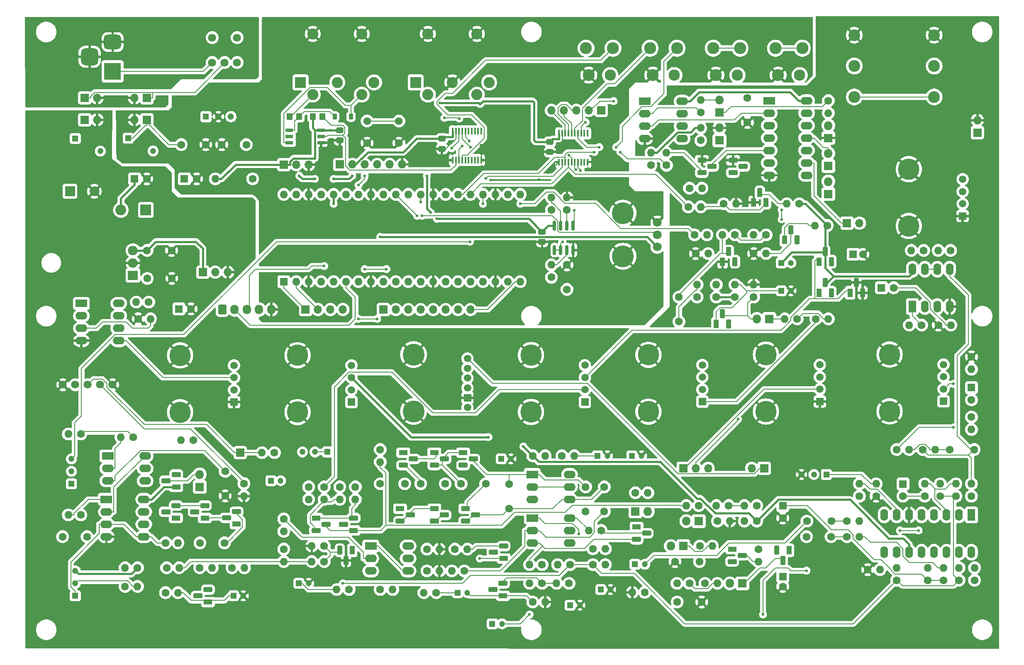
<source format=gtl>
%TF.GenerationSoftware,KiCad,Pcbnew,8.0.8*%
%TF.CreationDate,2025-04-29T10:44:01+09:00*%
%TF.ProjectId,mainBorad_R1,6d61696e-426f-4726-9164-5f52312e6b69,rev?*%
%TF.SameCoordinates,Original*%
%TF.FileFunction,Copper,L1,Top*%
%TF.FilePolarity,Positive*%
%FSLAX46Y46*%
G04 Gerber Fmt 4.6, Leading zero omitted, Abs format (unit mm)*
G04 Created by KiCad (PCBNEW 8.0.8) date 2025-04-29 10:44:01*
%MOMM*%
%LPD*%
G01*
G04 APERTURE LIST*
G04 Aperture macros list*
%AMRoundRect*
0 Rectangle with rounded corners*
0 $1 Rounding radius*
0 $2 $3 $4 $5 $6 $7 $8 $9 X,Y pos of 4 corners*
0 Add a 4 corners polygon primitive as box body*
4,1,4,$2,$3,$4,$5,$6,$7,$8,$9,$2,$3,0*
0 Add four circle primitives for the rounded corners*
1,1,$1+$1,$2,$3*
1,1,$1+$1,$4,$5*
1,1,$1+$1,$6,$7*
1,1,$1+$1,$8,$9*
0 Add four rect primitives between the rounded corners*
20,1,$1+$1,$2,$3,$4,$5,0*
20,1,$1+$1,$4,$5,$6,$7,0*
20,1,$1+$1,$6,$7,$8,$9,0*
20,1,$1+$1,$8,$9,$2,$3,0*%
G04 Aperture macros list end*
%TA.AperFunction,ComponentPad*%
%ADD10R,1.305000X1.305000*%
%TD*%
%TA.AperFunction,ComponentPad*%
%ADD11C,1.305000*%
%TD*%
%TA.AperFunction,ComponentPad*%
%ADD12C,2.450000*%
%TD*%
%TA.AperFunction,ComponentPad*%
%ADD13C,2.300000*%
%TD*%
%TA.AperFunction,ComponentPad*%
%ADD14C,1.600000*%
%TD*%
%TA.AperFunction,ComponentPad*%
%ADD15O,1.600000X1.600000*%
%TD*%
%TA.AperFunction,ComponentPad*%
%ADD16R,1.600000X1.600000*%
%TD*%
%TA.AperFunction,ComponentPad*%
%ADD17R,1.600000X2.400000*%
%TD*%
%TA.AperFunction,ComponentPad*%
%ADD18O,1.600000X2.400000*%
%TD*%
%TA.AperFunction,ComponentPad*%
%ADD19R,1.217000X1.217000*%
%TD*%
%TA.AperFunction,ComponentPad*%
%ADD20C,1.217000*%
%TD*%
%TA.AperFunction,ComponentPad*%
%ADD21R,1.800000X1.800000*%
%TD*%
%TA.AperFunction,ComponentPad*%
%ADD22O,1.800000X1.800000*%
%TD*%
%TA.AperFunction,ComponentPad*%
%ADD23C,1.800000*%
%TD*%
%TA.AperFunction,ComponentPad*%
%ADD24C,4.455000*%
%TD*%
%TA.AperFunction,ComponentPad*%
%ADD25R,1.100000X1.800000*%
%TD*%
%TA.AperFunction,ComponentPad*%
%ADD26RoundRect,0.275000X-0.275000X-0.625000X0.275000X-0.625000X0.275000X0.625000X-0.275000X0.625000X0*%
%TD*%
%TA.AperFunction,ComponentPad*%
%ADD27R,1.200000X1.200000*%
%TD*%
%TA.AperFunction,ComponentPad*%
%ADD28C,1.200000*%
%TD*%
%TA.AperFunction,ComponentPad*%
%ADD29R,2.400000X1.600000*%
%TD*%
%TA.AperFunction,ComponentPad*%
%ADD30O,2.400000X1.600000*%
%TD*%
%TA.AperFunction,ComponentPad*%
%ADD31R,1.700000X1.700000*%
%TD*%
%TA.AperFunction,ComponentPad*%
%ADD32O,1.700000X1.700000*%
%TD*%
%TA.AperFunction,ComponentPad*%
%ADD33R,1.800000X1.100000*%
%TD*%
%TA.AperFunction,ComponentPad*%
%ADD34RoundRect,0.275000X-0.625000X0.275000X-0.625000X-0.275000X0.625000X-0.275000X0.625000X0.275000X0*%
%TD*%
%TA.AperFunction,ComponentPad*%
%ADD35C,1.635000*%
%TD*%
%TA.AperFunction,SMDPad,CuDef*%
%ADD36RoundRect,0.250000X-0.350000X-0.450000X0.350000X-0.450000X0.350000X0.450000X-0.350000X0.450000X0*%
%TD*%
%TA.AperFunction,ComponentPad*%
%ADD37R,2.200000X2.200000*%
%TD*%
%TA.AperFunction,ComponentPad*%
%ADD38O,2.200000X2.200000*%
%TD*%
%TA.AperFunction,SMDPad,CuDef*%
%ADD39RoundRect,0.250000X-0.475000X0.337500X-0.475000X-0.337500X0.475000X-0.337500X0.475000X0.337500X0*%
%TD*%
%TA.AperFunction,ComponentPad*%
%ADD40RoundRect,0.275000X0.625000X-0.275000X0.625000X0.275000X-0.625000X0.275000X-0.625000X-0.275000X0*%
%TD*%
%TA.AperFunction,ComponentPad*%
%ADD41RoundRect,0.275000X0.275000X0.625000X-0.275000X0.625000X-0.275000X-0.625000X0.275000X-0.625000X0*%
%TD*%
%TA.AperFunction,SMDPad,CuDef*%
%ADD42R,1.650000X0.700000*%
%TD*%
%TA.AperFunction,ComponentPad*%
%ADD43RoundRect,0.250000X-0.600000X-0.725000X0.600000X-0.725000X0.600000X0.725000X-0.600000X0.725000X0*%
%TD*%
%TA.AperFunction,ComponentPad*%
%ADD44O,1.700000X1.950000*%
%TD*%
%TA.AperFunction,SMDPad,CuDef*%
%ADD45R,0.450000X1.475000*%
%TD*%
%TA.AperFunction,ComponentPad*%
%ADD46R,2.250000X2.250000*%
%TD*%
%TA.AperFunction,ComponentPad*%
%ADD47C,2.250000*%
%TD*%
%TA.AperFunction,ComponentPad*%
%ADD48R,1.500000X1.500000*%
%TD*%
%TA.AperFunction,ComponentPad*%
%ADD49C,1.500000*%
%TD*%
%TA.AperFunction,ComponentPad*%
%ADD50C,4.350000*%
%TD*%
%TA.AperFunction,ComponentPad*%
%ADD51C,2.400000*%
%TD*%
%TA.AperFunction,SMDPad,CuDef*%
%ADD52RoundRect,0.150000X0.150000X-0.825000X0.150000X0.825000X-0.150000X0.825000X-0.150000X-0.825000X0*%
%TD*%
%TA.AperFunction,ComponentPad*%
%ADD53C,1.575000*%
%TD*%
%TA.AperFunction,ComponentPad*%
%ADD54R,2.000000X1.905000*%
%TD*%
%TA.AperFunction,ComponentPad*%
%ADD55O,2.000000X1.905000*%
%TD*%
%TA.AperFunction,ComponentPad*%
%ADD56R,3.500000X3.500000*%
%TD*%
%TA.AperFunction,ComponentPad*%
%ADD57RoundRect,0.750000X-1.000000X0.750000X-1.000000X-0.750000X1.000000X-0.750000X1.000000X0.750000X0*%
%TD*%
%TA.AperFunction,ComponentPad*%
%ADD58RoundRect,0.875000X-0.875000X0.875000X-0.875000X-0.875000X0.875000X-0.875000X0.875000X0.875000X0*%
%TD*%
%TA.AperFunction,SMDPad,CuDef*%
%ADD59RoundRect,0.225000X-0.225000X-0.375000X0.225000X-0.375000X0.225000X0.375000X-0.225000X0.375000X0*%
%TD*%
%TA.AperFunction,ComponentPad*%
%ADD60R,2.000000X2.000000*%
%TD*%
%TA.AperFunction,ComponentPad*%
%ADD61C,2.000000*%
%TD*%
%TA.AperFunction,ViaPad*%
%ADD62C,0.600000*%
%TD*%
%TA.AperFunction,Conductor*%
%ADD63C,0.400000*%
%TD*%
%TA.AperFunction,Conductor*%
%ADD64C,0.200000*%
%TD*%
G04 APERTURE END LIST*
D10*
%TO.P,PwIC1,1,VIN*%
%TO.N,D+15V*%
X61595000Y-41275000D03*
D11*
%TO.P,PwIC1,2,GND*%
%TO.N,GNDD*%
X64135000Y-41275000D03*
%TO.P,PwIC1,3,VOUT*%
%TO.N,Net-(PwIC1-VOUT)*%
X66675000Y-41275000D03*
%TD*%
D12*
%TO.P,DgJ13,1,1*%
%TO.N,GNDD*%
X152770000Y-32805000D03*
%TO.P,DgJ13,2,2_1*%
%TO.N,A+SyncOut*%
X152220000Y-27305000D03*
%TO.P,DgJ13,3,2_2*%
%TO.N,A+SyncOut_Run{slash}Stop*%
X157720000Y-27305000D03*
D13*
%TO.P,DgJ13,4,3*%
%TO.N,unconnected-(DgJ13-3-Pad4)*%
X157170000Y-32805000D03*
%TD*%
D12*
%TO.P,DgJ12,1,1*%
%TO.N,GNDD*%
X178350000Y-32805000D03*
%TO.P,DgJ12,2,2_1*%
%TO.N,A+GATE*%
X177800000Y-27305000D03*
%TO.P,DgJ12,3,2_2*%
X183300000Y-27305000D03*
D13*
%TO.P,DgJ12,4,3*%
%TO.N,unconnected-(DgJ12-3-Pad4)*%
X182750000Y-32805000D03*
%TD*%
D12*
%TO.P,DgJ11,1,1*%
%TO.N,GNDD*%
X165650000Y-32805000D03*
%TO.P,DgJ11,2,2_1*%
%TO.N,A+VCO_CV*%
X165100000Y-27305000D03*
%TO.P,DgJ11,3,2_2*%
X170600000Y-27305000D03*
D13*
%TO.P,DgJ11,4,3*%
%TO.N,unconnected-(DgJ11-3-Pad4)*%
X170050000Y-32805000D03*
%TD*%
D12*
%TO.P,DgJ9,1,1*%
%TO.N,GNDD*%
X139700000Y-32805000D03*
%TO.P,DgJ9,2,2_1*%
%TO.N,D+5V_SyncIn*%
X139150000Y-27305000D03*
%TO.P,DgJ9,3,2_2*%
%TO.N,D+5V_SyncIn_Run{slash}Stop*%
X144650000Y-27305000D03*
D13*
%TO.P,DgJ9,4,3*%
%TO.N,unconnected-(DgJ9-3-Pad4)*%
X144100000Y-32805000D03*
%TD*%
D14*
%TO.P,R105,1*%
%TO.N,A+VCO_SAW*%
X69330000Y-116165000D03*
D15*
%TO.P,R105,2*%
%TO.N,GNDA*%
X69330000Y-118705000D03*
%TD*%
D14*
%TO.P,R26,1*%
%TO.N,Net-(R26-Pad1)*%
X168275000Y-120650000D03*
D15*
%TO.P,R26,2*%
%TO.N,Net-(D2-K)*%
X165735000Y-120650000D03*
%TD*%
D14*
%TO.P,R70,1*%
%TO.N,Net-(Q12-B1)*%
X77470000Y-123375000D03*
D15*
%TO.P,R70,2*%
%TO.N,Net-(C16-Pad1)*%
X77470000Y-125915000D03*
%TD*%
D14*
%TO.P,R45,1*%
%TO.N,A+12V*%
X53340000Y-138430000D03*
D15*
%TO.P,R45,2*%
%TO.N,Net-(Q8-E)*%
X55880000Y-138430000D03*
%TD*%
D16*
%TO.P,C8,1*%
%TO.N,VAOV_OUT*%
X217805000Y-96584900D03*
D14*
%TO.P,C8,2*%
%TO.N,Net-(C8-Pad2)*%
X217805000Y-99084900D03*
%TD*%
D17*
%TO.P,U1,1*%
%TO.N,Net-(R14-Pad1)*%
X217790000Y-122555000D03*
D18*
%TO.P,U1,2,DIODE_BIAS*%
%TO.N,unconnected-(U1C-DIODE_BIAS-Pad2)*%
X215250000Y-122555000D03*
%TO.P,U1,3,+*%
%TO.N,Net-(U1C-+)*%
X212710000Y-122555000D03*
%TO.P,U1,4,-*%
%TO.N,Net-(U1C--)*%
X210170000Y-122555000D03*
%TO.P,U1,5*%
%TO.N,Net-(R12-Pad2)*%
X207630000Y-122555000D03*
%TO.P,U1,6,V-*%
%TO.N,GNDA*%
X205090000Y-122555000D03*
%TO.P,U1,7*%
%TO.N,Net-(R12-Pad2)*%
X202550000Y-122555000D03*
%TO.P,U1,8*%
%TO.N,Net-(TM1-CCW)*%
X200010000Y-122555000D03*
%TO.P,U1,9*%
%TO.N,VCA_OUT*%
X200010000Y-130175000D03*
%TO.P,U1,10*%
%TO.N,Net-(R7-Pad2)*%
X202550000Y-130175000D03*
%TO.P,U1,11,V+*%
%TO.N,A+12V*%
X205090000Y-130175000D03*
%TO.P,U1,12*%
%TO.N,Net-(R7-Pad2)*%
X207630000Y-130175000D03*
%TO.P,U1,13,-*%
%TO.N,Net-(U1A--)*%
X210170000Y-130175000D03*
%TO.P,U1,14,+*%
%TO.N,Net-(U1A-+)*%
X212710000Y-130175000D03*
%TO.P,U1,15,DIODE_BIAS*%
%TO.N,unconnected-(U1A-DIODE_BIAS-Pad15)*%
X215250000Y-130175000D03*
%TO.P,U1,16*%
%TO.N,Net-(R6-Pad2)*%
X217790000Y-130175000D03*
%TD*%
D19*
%TO.P,TM4,1,CCW*%
%TO.N,A+5.333V*%
X34925000Y-139065000D03*
D20*
%TO.P,TM4,2,WIPER*%
%TO.N,Net-(TM4-WIPER)*%
X34925000Y-136525000D03*
%TO.P,TM4,3,CW*%
%TO.N,A+12V*%
X34925000Y-133985000D03*
%TD*%
D21*
%TO.P,D37,1,K*%
%TO.N,Net-(D37-K)*%
X176530000Y-82550000D03*
D22*
%TO.P,D37,2,A*%
%TO.N,A+VCA_Env*%
X173990000Y-82550000D03*
%TD*%
D19*
%TO.P,TM5,1,CCW*%
%TO.N,Net-(TM5-CCW)*%
X34145000Y-116205000D03*
D20*
%TO.P,TM5,2,WIPER*%
X34145000Y-113665000D03*
%TO.P,TM5,3,CW*%
%TO.N,A+VCO_CV*%
X34145000Y-111125000D03*
%TD*%
D14*
%TO.P,R22,1*%
%TO.N,Net-(Q1-E)*%
X165960000Y-123825000D03*
D15*
%TO.P,R22,2*%
%TO.N,GNDA*%
X168500000Y-123825000D03*
%TD*%
D14*
%TO.P,R140,1*%
%TO.N,Net-(Q35-B)*%
X167230000Y-59055000D03*
D15*
%TO.P,R140,2*%
%TO.N,GNDA*%
X169770000Y-59055000D03*
%TD*%
D14*
%TO.P,R73,1*%
%TO.N,Net-(TM3-CCW)*%
X92075000Y-116840000D03*
D15*
%TO.P,R73,2*%
%TO.N,Net-(Q10-E)*%
X92075000Y-119380000D03*
%TD*%
D23*
%TO.P,VR1,1,CCW*%
%TO.N,D+3.3V*%
X153685000Y-67865000D03*
%TO.P,VR1,2,WIPER*%
%TO.N,A+TEMPO*%
X153685000Y-65365000D03*
%TO.P,VR1,3,CW*%
%TO.N,GNDD*%
X153685000Y-62865000D03*
D24*
%TO.P,VR1,MH1,MH1*%
X146685000Y-69765000D03*
%TO.P,VR1,MH2,MH2*%
X146685000Y-60965000D03*
%TD*%
D14*
%TO.P,R93,1*%
%TO.N,Net-(Q30-C)*%
X162560000Y-46130000D03*
D15*
%TO.P,R93,2*%
%TO.N,A+12V*%
X162560000Y-43590000D03*
%TD*%
D14*
%TO.P,R109,1*%
%TO.N,Net-(Q20-B)*%
X106680000Y-133985000D03*
D15*
%TO.P,R109,2*%
%TO.N,GNDA*%
X109220000Y-133985000D03*
%TD*%
D25*
%TO.P,Q38,1,E*%
%TO.N,Net-(Q38-E)*%
X165735000Y-83585000D03*
D26*
%TO.P,Q38,2,C*%
%TO.N,A+VCA_Env*%
X167005000Y-81515000D03*
%TO.P,Q38,3,B*%
%TO.N,Net-(Q38-B)*%
X168275000Y-83585000D03*
%TD*%
D14*
%TO.P,R152,1*%
%TO.N,Net-(Q41-B)*%
X182245000Y-82550000D03*
D15*
%TO.P,R152,2*%
%TO.N,Net-(D37-K)*%
X179705000Y-82550000D03*
%TD*%
D27*
%TO.P,C23,1*%
%TO.N,Net-(C23-Pad1)*%
X112935000Y-138430000D03*
D28*
%TO.P,C23,2*%
%TO.N,Net-(Q18-E)*%
X114935000Y-138430000D03*
%TD*%
D14*
%TO.P,C25,1*%
%TO.N,Net-(Q16-B)*%
X139065000Y-116840000D03*
%TO.P,C25,2*%
%TO.N,Net-(Q21-B2)*%
X139065000Y-121840000D03*
%TD*%
%TO.P,R64,1*%
%TO.N,Net-(Q9-B)*%
X85725000Y-128905000D03*
D15*
%TO.P,R64,2*%
%TO.N,GNDA*%
X83185000Y-128905000D03*
%TD*%
D14*
%TO.P,R35,1*%
%TO.N,Net-(Q8-B)*%
X66900000Y-133350000D03*
D15*
%TO.P,R35,2*%
%TO.N,A+VCO_SAW*%
X69440000Y-133350000D03*
%TD*%
D14*
%TO.P,C34,1*%
%TO.N,Net-(Q26-C1)*%
X37320000Y-127000000D03*
%TO.P,C34,2*%
%TO.N,Net-(C34-Pad2)*%
X32320000Y-127000000D03*
%TD*%
D16*
%TO.P,C20,1*%
%TO.N,Net-(Q2-B)*%
X179295000Y-135160000D03*
D14*
%TO.P,C20,2*%
%TO.N,GNDA*%
X179295000Y-137160000D03*
%TD*%
%TO.P,R13,1*%
%TO.N,GNDA*%
X198345000Y-118745000D03*
D15*
%TO.P,R13,2*%
%TO.N,Net-(TM1-CCW)*%
X198345000Y-116205000D03*
%TD*%
D27*
%TO.P,C72,1*%
%TO.N,A+12V*%
X178975000Y-71120000D03*
D28*
%TO.P,C72,2*%
%TO.N,Net-(Q36-B)*%
X180975000Y-71120000D03*
%TD*%
D29*
%TO.P,U2,1*%
%TO.N,Net-(C34-Pad2)*%
X41275000Y-119380000D03*
D30*
%TO.P,U2,2,-*%
%TO.N,Net-(Q26-C1)*%
X41275000Y-121920000D03*
%TO.P,U2,3,+*%
%TO.N,A+5.333V*%
X41275000Y-124460000D03*
%TO.P,U2,4,V-*%
%TO.N,GNDA*%
X41275000Y-127000000D03*
%TO.P,U2,5,+*%
%TO.N,A+5.333V*%
X48895000Y-127000000D03*
%TO.P,U2,6,-*%
%TO.N,Net-(U2B--)*%
X48895000Y-124460000D03*
%TO.P,U2,7*%
X48895000Y-121920000D03*
%TO.P,U2,8,V+*%
%TO.N,A+12V*%
X48895000Y-119380000D03*
%TD*%
D14*
%TO.P,R36,1*%
%TO.N,A+VCO_SQU*%
X53565000Y-133350000D03*
D15*
%TO.P,R36,2*%
%TO.N,A+5.333V*%
X56105000Y-133350000D03*
%TD*%
D14*
%TO.P,R14,1*%
%TO.N,Net-(R14-Pad1)*%
X217790000Y-118745000D03*
D15*
%TO.P,R14,2*%
%TO.N,A+5.333V*%
X217790000Y-116205000D03*
%TD*%
D14*
%TO.P,R91,1*%
%TO.N,Net-(Q29-C)*%
X160245000Y-55880000D03*
D15*
%TO.P,R91,2*%
%TO.N,Net-(Q30-B)*%
X162785000Y-55880000D03*
%TD*%
D14*
%TO.P,R10,1*%
%TO.N,A+5.333V*%
X214615000Y-118745000D03*
D15*
%TO.P,R10,2*%
%TO.N,Net-(U1C-+)*%
X214615000Y-116205000D03*
%TD*%
D14*
%TO.P,DgC2,1*%
%TO.N,Net-(DgIC5A-+)*%
X135255000Y-76530000D03*
%TO.P,DgC2,2*%
%TO.N,GNDD*%
X135255000Y-71530000D03*
%TD*%
%TO.P,R138,1*%
%TO.N,Net-(VR6-CCW)*%
X186055000Y-82550000D03*
D15*
%TO.P,R138,2*%
%TO.N,Net-(Q41-B)*%
X188595000Y-82550000D03*
%TD*%
D31*
%TO.P,J13,1,Pin_1*%
%TO.N,A+VCO_WAVE*%
X68580000Y-109855000D03*
%TD*%
%TO.P,J8,1,Pin_1*%
%TO.N,A+ENV.MOD*%
X192405000Y-63000000D03*
D32*
%TO.P,J8,2,Pin_2*%
%TO.N,A+VCA-Reso_ACC*%
X194945000Y-63000000D03*
%TD*%
D33*
%TO.P,Q10,1,E*%
%TO.N,Net-(Q10-E)*%
X84055000Y-123190000D03*
D34*
%TO.P,Q10,2,C*%
%TO.N,Net-(Q10-C)*%
X86125000Y-124460000D03*
%TO.P,Q10,3,B*%
%TO.N,Net-(Q10-B)*%
X84055000Y-125730000D03*
%TD*%
D14*
%TO.P,C19,1*%
%TO.N,Net-(Q13-B)*%
X105410000Y-116205000D03*
%TO.P,C19,2*%
%TO.N,Net-(Q15-B)*%
X110410000Y-116205000D03*
%TD*%
D19*
%TO.P,TM1,1,CCW*%
%TO.N,Net-(TM1-CCW)*%
X188185000Y-114300000D03*
D20*
%TO.P,TM1,2,WIPER*%
%TO.N,OVD_OUT*%
X185645000Y-114300000D03*
%TO.P,TM1,3,CW*%
%TO.N,GNDA*%
X183105000Y-114300000D03*
%TD*%
D14*
%TO.P,R103,1*%
%TO.N,A+12V*%
X47625000Y-133350000D03*
D15*
%TO.P,R103,2*%
%TO.N,Net-(Q26-C1)*%
X45085000Y-133350000D03*
%TD*%
D14*
%TO.P,R8,1*%
%TO.N,GNDA*%
X196596000Y-133731000D03*
D15*
%TO.P,R8,2*%
%TO.N,VCA_OUT*%
X199136000Y-133731000D03*
%TD*%
D33*
%TO.P,Q23,1,E*%
%TO.N,Net-(Q17-B)*%
X114535000Y-121285000D03*
D34*
%TO.P,Q23,2,C*%
%TO.N,Net-(Q22-E2)*%
X116605000Y-122555000D03*
%TO.P,Q23,3,B*%
X114535000Y-123825000D03*
%TD*%
D35*
%TO.P,SW1,1,1*%
%TO.N,A+VCO_SQU*%
X34925000Y-96000000D03*
%TO.P,SW1,2,2_Comm*%
%TO.N,A+VCO_WAVE*%
X37465000Y-96000000D03*
%TO.P,SW1,3,3*%
%TO.N,A+VCO_SAW*%
X40005000Y-96000000D03*
%TO.P,SW1,MH1,MH1*%
%TO.N,GNDA*%
X32385000Y-96000000D03*
%TO.P,SW1,MH2,MH2*%
X42545000Y-96000000D03*
%TD*%
D14*
%TO.P,C26,1*%
%TO.N,Net-(Q16-B)*%
X123432600Y-116285000D03*
%TO.P,C26,2*%
%TO.N,Net-(Q22-E2)*%
X123432600Y-121285000D03*
%TD*%
%TO.P,DgR6,1*%
%TO.N,Net-(DgIC5B--)*%
X135255000Y-60325000D03*
D15*
%TO.P,DgR6,2*%
%TO.N,GNDD*%
X135255000Y-57785000D03*
%TD*%
D36*
%TO.P,DgR4,1*%
%TO.N,D+5V*%
X83360000Y-41275000D03*
%TO.P,DgR4,2*%
%TO.N,D+5V_MIDIRx*%
X85360000Y-41275000D03*
%TD*%
D16*
%TO.P,PwC6,1*%
%TO.N,A+12V*%
X47030000Y-53975000D03*
D14*
%TO.P,PwC6,2*%
%TO.N,GNDA*%
X49530000Y-53975000D03*
%TD*%
D37*
%TO.P,PwD1,1,K*%
%TO.N,A+15V*%
X49312200Y-60325000D03*
D38*
%TO.P,PwD1,2,A*%
%TO.N,A+12V*%
X44232200Y-60325000D03*
%TD*%
D14*
%TO.P,R114,1*%
%TO.N,Net-(Q21-B2)*%
X140560000Y-129460000D03*
D15*
%TO.P,R114,2*%
%TO.N,Net-(C29-Pad1)*%
X143100000Y-129460000D03*
%TD*%
D14*
%TO.P,PwC3,1*%
%TO.N,Net-(PwIC1-VOUT)*%
X69810000Y-46990000D03*
%TO.P,PwC3,2*%
%TO.N,GNDD*%
X64810000Y-46990000D03*
%TD*%
%TO.P,PwC9,1*%
%TO.N,A+12V*%
X49570000Y-68580000D03*
%TO.P,PwC9,2*%
%TO.N,GNDA*%
X54570000Y-68580000D03*
%TD*%
D29*
%TO.P,IC12,1*%
%TO.N,Net-(C35-Pad1)*%
X176530000Y-38005000D03*
D30*
%TO.P,IC12,2*%
%TO.N,A+CV*%
X176530000Y-40545000D03*
%TO.P,IC12,3*%
%TO.N,A+VCO_CV*%
X176530000Y-43085000D03*
%TO.P,IC12,4*%
%TO.N,Net-(C35-Pad1)*%
X176530000Y-45625000D03*
%TO.P,IC12,5*%
%TO.N,Net-(Q29-C)*%
X176530000Y-48165000D03*
%TO.P,IC12,6*%
%TO.N,Net-(Q35-C)*%
X176530000Y-50705000D03*
%TO.P,IC12,7,VSS*%
%TO.N,GNDA*%
X176530000Y-53245000D03*
%TO.P,IC12,8*%
%TO.N,Net-(VR7-CW)*%
X184150000Y-53245000D03*
%TO.P,IC12,9*%
%TO.N,A+ENV.MOD*%
X184150000Y-50705000D03*
%TO.P,IC12,10*%
%TO.N,Net-(VR6-CCW)*%
X184150000Y-48165000D03*
%TO.P,IC12,11*%
%TO.N,Net-(D28-A)*%
X184150000Y-45625000D03*
%TO.P,IC12,12*%
%TO.N,Net-(Q35-C)*%
X184150000Y-43085000D03*
%TO.P,IC12,13*%
%TO.N,Net-(Q30-C)*%
X184150000Y-40545000D03*
%TO.P,IC12,14,VDD*%
%TO.N,A+12V*%
X184150000Y-38005000D03*
%TD*%
D14*
%TO.P,R63,1*%
%TO.N,Net-(VR5-WIPER)*%
X85725000Y-116840000D03*
D15*
%TO.P,R63,2*%
%TO.N,Net-(Q10-B)*%
X85725000Y-119380000D03*
%TD*%
D29*
%TO.P,Q21,1,E1*%
%TO.N,Net-(Q20-C)*%
X128157600Y-123190000D03*
D30*
%TO.P,Q21,2,B1*%
%TO.N,Net-(Q21-B1)*%
X128157600Y-125730000D03*
%TO.P,Q21,3,C2*%
%TO.N,Net-(Q19-B)*%
X128157600Y-128270000D03*
%TO.P,Q21,4,E2*%
%TO.N,Net-(Q20-C)*%
X135777600Y-128270000D03*
%TO.P,Q21,5,B2*%
%TO.N,Net-(Q21-B2)*%
X135777600Y-125730000D03*
%TO.P,Q21,6,C1*%
%TO.N,Net-(Q21-C1)*%
X135777600Y-123190000D03*
%TD*%
D14*
%TO.P,R111,1*%
%TO.N,Net-(Q19-C)*%
X142240000Y-125730000D03*
D15*
%TO.P,R111,2*%
%TO.N,Net-(Q21-C1)*%
X139700000Y-125730000D03*
%TD*%
D39*
%TO.P,DgC6,1*%
%TO.N,D+5V*%
X130175000Y-64770000D03*
%TO.P,DgC6,2*%
%TO.N,GNDD*%
X130175000Y-66845000D03*
%TD*%
D33*
%TO.P,Q30,1,E*%
%TO.N,GNDA*%
X169145000Y-50165000D03*
D34*
%TO.P,Q30,2,C*%
%TO.N,Net-(Q30-C)*%
X171215000Y-51435000D03*
%TO.P,Q30,3,B*%
%TO.N,Net-(Q30-B)*%
X169145000Y-52705000D03*
%TD*%
D14*
%TO.P,C1,1*%
%TO.N,A+VCA_Signal*%
X184215000Y-123825000D03*
%TO.P,C1,2*%
%TO.N,Net-(C1-Pad2)*%
X189215000Y-123825000D03*
%TD*%
%TO.P,R25,1*%
%TO.N,Net-(Q2-B)*%
X174360000Y-129540000D03*
D15*
%TO.P,R25,2*%
%TO.N,Net-(Q1-C)*%
X174360000Y-132080000D03*
%TD*%
D21*
%TO.P,D2,1,K*%
%TO.N,Net-(D2-K)*%
X162150000Y-123825000D03*
D22*
%TO.P,D2,2,A*%
%TO.N,A+VCA_Trig*%
X159610000Y-123825000D03*
%TD*%
D14*
%TO.P,R16,1*%
%TO.N,A+5.333V*%
X213545000Y-68580000D03*
D15*
%TO.P,R16,2*%
%TO.N,Net-(U4A--)*%
X211005000Y-68580000D03*
%TD*%
D14*
%TO.P,R66,1*%
%TO.N,A+5.333V*%
X135890000Y-132715000D03*
D15*
%TO.P,R66,2*%
%TO.N,Net-(C22-Pad1)*%
X133350000Y-132715000D03*
%TD*%
D14*
%TO.P,R100,1*%
%TO.N,Net-(Q26-B2)*%
X46765000Y-106680000D03*
D15*
%TO.P,R100,2*%
%TO.N,A+5.333V*%
X44225000Y-106680000D03*
%TD*%
D33*
%TO.P,Q18,1,E*%
%TO.N,Net-(Q18-E)*%
X122205000Y-139065000D03*
D40*
%TO.P,Q18,2,C*%
%TO.N,A+12V*%
X120135000Y-137795000D03*
%TO.P,Q18,3,B*%
%TO.N,Net-(Q18-B)*%
X122205000Y-136525000D03*
%TD*%
D33*
%TO.P,Q8,1,E*%
%TO.N,Net-(Q8-E)*%
X61995000Y-140335000D03*
D40*
%TO.P,Q8,2,C*%
%TO.N,A+VCO_SQU*%
X59925000Y-139065000D03*
%TO.P,Q8,3,B*%
%TO.N,Net-(Q8-B)*%
X61995000Y-137795000D03*
%TD*%
D27*
%TO.P,C15,1*%
%TO.N,Net-(C15-Pad1)*%
X120015000Y-144780000D03*
D28*
%TO.P,C15,2*%
%TO.N,A+VCA_Resonance*%
X122015000Y-144780000D03*
%TD*%
D25*
%TO.P,Q9,1,E*%
%TO.N,Net-(Q10-C)*%
X91440000Y-129775000D03*
D41*
%TO.P,Q9,2,C*%
%TO.N,GNDA*%
X90170000Y-131845000D03*
%TO.P,Q9,3,B*%
%TO.N,Net-(Q9-B)*%
X88900000Y-129775000D03*
%TD*%
D31*
%TO.P,J12,1,Pin_1*%
%TO.N,Net-(J12-Pin_1)*%
X219000000Y-44540000D03*
D32*
%TO.P,J12,2,Pin_2*%
%TO.N,GNDA*%
X219000000Y-42000000D03*
%TD*%
D27*
%TO.P,C30,1*%
%TO.N,Net-(Q22-B1)*%
X141510000Y-110490000D03*
D28*
%TO.P,C30,2*%
%TO.N,GNDA*%
X143510000Y-110490000D03*
%TD*%
D42*
%TO.P,DgIC4,1,ANODE*%
%TO.N,Net-(DgD1-K)*%
X78570000Y-44075000D03*
%TO.P,DgIC4,2,NP*%
%TO.N,unconnected-(DgIC4-NP-Pad2)*%
X78570000Y-45345000D03*
%TO.P,DgIC4,3,CATHODE*%
%TO.N,Net-(DgD1-A)*%
X78570000Y-46615000D03*
%TO.P,DgIC4,4,GND*%
%TO.N,GNDD*%
X85070000Y-46615000D03*
%TO.P,DgIC4,5,VO_(OUTPUT)*%
%TO.N,D+5V_MIDIRx*%
X85070000Y-45345000D03*
%TO.P,DgIC4,6,VCC*%
%TO.N,D+5V*%
X85070000Y-44075000D03*
%TD*%
D14*
%TO.P,R150,1*%
%TO.N,A+12V*%
X169545000Y-78105000D03*
D15*
%TO.P,R150,2*%
%TO.N,Net-(Q38-E)*%
X169545000Y-75565000D03*
%TD*%
D21*
%TO.P,D28,1,K*%
%TO.N,Net-(D28-K)*%
X188595000Y-51340000D03*
D22*
%TO.P,D28,2,A*%
%TO.N,Net-(D28-A)*%
X188595000Y-48800000D03*
%TD*%
D14*
%TO.P,R98,1*%
%TO.N,Net-(Q12-B2)*%
X90805000Y-137795000D03*
D15*
%TO.P,R98,2*%
%TO.N,Net-(C16-Pad1)*%
X88265000Y-137795000D03*
%TD*%
D14*
%TO.P,C54,1*%
%TO.N,Net-(C54-Pad1)*%
X158115000Y-83105000D03*
%TO.P,C54,2*%
%TO.N,A+ENV_Trig*%
X158115000Y-78105000D03*
%TD*%
D43*
%TO.P,J14,1,Pin_1*%
%TO.N,D+3.3V*%
X64930000Y-80645000D03*
D44*
%TO.P,J14,2,Pin_2*%
%TO.N,D_I2C_SDA*%
X67430000Y-80645000D03*
%TO.P,J14,3,Pin_3*%
%TO.N,D_I2C_SCL*%
X69930000Y-80645000D03*
%TO.P,J14,4,Pin_4*%
%TO.N,unconnected-(J14-Pin_4-Pad4)*%
X72430000Y-80645000D03*
%TO.P,J14,5,Pin_5*%
%TO.N,GNDD*%
X74930000Y-80645000D03*
%TD*%
D31*
%TO.P,PwJ2,1,Pin_1*%
%TO.N,ADAPTER+15V*%
X36830000Y-37465000D03*
D32*
%TO.P,PwJ2,2,Pin_2*%
%TO.N,ADAPTER GND*%
X39370000Y-37465000D03*
%TD*%
D14*
%TO.P,C33,1*%
%TO.N,GNDA*%
X65520000Y-118665000D03*
%TO.P,C33,2*%
%TO.N,Net-(Q25-E)*%
X65520000Y-113665000D03*
%TD*%
D27*
%TO.P,C14,1*%
%TO.N,Net-(Q19-E)*%
X149130000Y-132635000D03*
D28*
%TO.P,C14,2*%
%TO.N,A+VCA_Signal*%
X151130000Y-132635000D03*
%TD*%
D16*
%TO.P,C7,1*%
%TO.N,Net-(U5A-+)*%
X56047000Y-80518000D03*
D14*
%TO.P,C7,2*%
%TO.N,GNDA*%
X58547000Y-80518000D03*
%TD*%
%TO.P,R92,1*%
%TO.N,Net-(Q29-C)*%
X152400000Y-51210000D03*
D15*
%TO.P,R92,2*%
%TO.N,A+12V*%
X152400000Y-48670000D03*
%TD*%
D14*
%TO.P,R6,1*%
%TO.N,A+VCA_Control*%
X218425000Y-135890000D03*
D15*
%TO.P,R6,2*%
%TO.N,Net-(R6-Pad2)*%
X218425000Y-133350000D03*
%TD*%
D31*
%TO.P,PwJ3,1,Pin_1*%
%TO.N,ADAPTER+15V*%
X49530000Y-37465000D03*
D32*
%TO.P,PwJ3,2,Pin_2*%
%TO.N,ADAPTER GND*%
X46990000Y-37465000D03*
%TD*%
D14*
%TO.P,R31,1*%
%TO.N,Net-(C8-Pad2)*%
X217805000Y-102587000D03*
D15*
%TO.P,R31,2*%
%TO.N,A+12V*%
X217805000Y-105127000D03*
%TD*%
D14*
%TO.P,R99,1*%
%TO.N,Net-(C22-Pad1)*%
X135665000Y-136525000D03*
D15*
%TO.P,R99,2*%
%TO.N,Net-(Q18-B)*%
X133125000Y-136525000D03*
%TD*%
D45*
%TO.P,DgIC3,1,~{G1}*%
%TO.N,GNDD*%
X111920000Y-50143000D03*
%TO.P,DgIC3,2,A1*%
%TO.N,D+5V_MIDIRx*%
X112570000Y-50143000D03*
%TO.P,DgIC3,3,A2*%
%TO.N,D+5V_SyncIn*%
X113220000Y-50143000D03*
%TO.P,DgIC3,4,A3*%
%TO.N,D+5V_SyncIn_Run{slash}Stop*%
X113870000Y-50143000D03*
%TO.P,DgIC3,5,A4*%
%TO.N,unconnected-(DgIC3-A4-Pad5)*%
X114520000Y-50143000D03*
%TO.P,DgIC3,6,A5*%
%TO.N,unconnected-(DgIC3-A5-Pad6)*%
X115170000Y-50143000D03*
%TO.P,DgIC3,7,A6*%
%TO.N,unconnected-(DgIC3-A6-Pad7)*%
X115820000Y-50143000D03*
%TO.P,DgIC3,8,A7*%
%TO.N,unconnected-(DgIC3-A7-Pad8)*%
X116470000Y-50143000D03*
%TO.P,DgIC3,9,A8*%
%TO.N,unconnected-(DgIC3-A8-Pad9)*%
X117120000Y-50143000D03*
%TO.P,DgIC3,10,GND*%
%TO.N,GNDD*%
X117770000Y-50143000D03*
%TO.P,DgIC3,11,Y8*%
%TO.N,unconnected-(DgIC3-Y8-Pad11)*%
X117770000Y-44267000D03*
%TO.P,DgIC3,12,Y7*%
%TO.N,unconnected-(DgIC3-Y7-Pad12)*%
X117120000Y-44267000D03*
%TO.P,DgIC3,13,Y6*%
%TO.N,unconnected-(DgIC3-Y6-Pad13)*%
X116470000Y-44267000D03*
%TO.P,DgIC3,14,Y5*%
%TO.N,unconnected-(DgIC3-Y5-Pad14)*%
X115820000Y-44267000D03*
%TO.P,DgIC3,15,Y4*%
%TO.N,unconnected-(DgIC3-Y4-Pad15)*%
X115170000Y-44267000D03*
%TO.P,DgIC3,16,Y3*%
%TO.N,D+SyncIn_Run{slash}Stop*%
X114520000Y-44267000D03*
%TO.P,DgIC3,17,Y2*%
%TO.N,D+SyncIn*%
X113870000Y-44267000D03*
%TO.P,DgIC3,18,Y1*%
%TO.N,D+3.3V_MIDIRX*%
X113220000Y-44267000D03*
%TO.P,DgIC3,19,~{G2}*%
%TO.N,GNDD*%
X112570000Y-44267000D03*
%TO.P,DgIC3,20,VCC*%
%TO.N,D+3.3V*%
X111920000Y-44267000D03*
%TD*%
D14*
%TO.P,R113,1*%
%TO.N,Net-(Q21-B1)*%
X114300000Y-133985000D03*
D15*
%TO.P,R113,2*%
%TO.N,Net-(C29-Pad1)*%
X111760000Y-133985000D03*
%TD*%
D14*
%TO.P,R59,1*%
%TO.N,D+SLIDE*%
X155575000Y-51210000D03*
D15*
%TO.P,R59,2*%
%TO.N,Net-(Q29-B)*%
X155575000Y-48670000D03*
%TD*%
D29*
%TO.P,Q12,1,E1*%
%TO.N,Net-(Q12-E1)*%
X95210000Y-128920000D03*
D30*
%TO.P,Q12,2,B1*%
%TO.N,Net-(Q12-B1)*%
X95210000Y-131460000D03*
%TO.P,Q12,3,C2*%
%TO.N,Net-(Q12-C2)*%
X95210000Y-134000000D03*
%TO.P,Q12,4,E2*%
%TO.N,Net-(Q12-E1)*%
X102830000Y-134000000D03*
%TO.P,Q12,5,B2*%
%TO.N,Net-(Q12-B2)*%
X102830000Y-131460000D03*
%TO.P,Q12,6,C1*%
%TO.N,Net-(Q12-C1)*%
X102830000Y-128920000D03*
%TD*%
D14*
%TO.P,R28,1*%
%TO.N,Net-(Q2-E)*%
X173990000Y-120650000D03*
D15*
%TO.P,R28,2*%
%TO.N,Net-(R26-Pad1)*%
X171450000Y-120650000D03*
%TD*%
D16*
%TO.P,C3,1*%
%TO.N,Net-(C3-Pad1)*%
X179295000Y-120690000D03*
D14*
%TO.P,C3,2*%
%TO.N,GNDA*%
X179295000Y-123190000D03*
%TD*%
%TO.P,R34,1*%
%TO.N,Net-(Q8-B)*%
X60325000Y-133350000D03*
D15*
%TO.P,R34,2*%
%TO.N,Net-(C10-Pad1)*%
X62865000Y-133350000D03*
%TD*%
D19*
%TO.P,PwF1,1,1*%
%TO.N,A+15VPre*%
X34925000Y-45720000D03*
D20*
%TO.P,PwF1,2,2*%
%TO.N,A+15V*%
X40025000Y-48310000D03*
%TD*%
D33*
%TO.P,Q24,1,E*%
%TO.N,Net-(Q24-E)*%
X55455000Y-123190000D03*
D40*
%TO.P,Q24,2,C*%
%TO.N,Net-(D25-K)*%
X53385000Y-121920000D03*
%TO.P,Q24,3,B*%
X55455000Y-120650000D03*
%TD*%
D21*
%TO.P,D26,1,K*%
%TO.N,GNDA*%
X188595000Y-45625000D03*
D22*
%TO.P,D26,2,A*%
%TO.N,Net-(D26-A)*%
X188595000Y-43085000D03*
%TD*%
D29*
%TO.P,U5,1*%
%TO.N,A+5.333V*%
X36180000Y-79385000D03*
D30*
%TO.P,U5,2,-*%
X36180000Y-81925000D03*
%TO.P,U5,3,+*%
%TO.N,Net-(U5A-+)*%
X36180000Y-84465000D03*
%TO.P,U5,4,V-*%
%TO.N,GNDA*%
X36180000Y-87005000D03*
%TO.P,U5,5,+*%
%TO.N,A+5.333V*%
X43800000Y-87005000D03*
%TO.P,U5,6,-*%
%TO.N,Net-(U5B--)*%
X43800000Y-84465000D03*
%TO.P,U5,7*%
X43800000Y-81925000D03*
%TO.P,U5,8,V+*%
%TO.N,A+12V*%
X43800000Y-79385000D03*
%TD*%
D14*
%TO.P,R139,1*%
%TO.N,A+12V*%
X182655000Y-59055000D03*
D15*
%TO.P,R139,2*%
%TO.N,Net-(Q35-C)*%
X180115000Y-59055000D03*
%TD*%
D31*
%TO.P,AnPw1,1,Pin_1*%
%TO.N,A+12V*%
X60960000Y-73025000D03*
D32*
%TO.P,AnPw1,2,Pin_2*%
%TO.N,A+5.333V*%
X63500000Y-73025000D03*
%TO.P,AnPw1,3,Pin_3*%
%TO.N,GNDA*%
X66040000Y-73025000D03*
%TD*%
D21*
%TO.P,D1,1,K*%
%TO.N,Net-(D1-K)*%
X158975000Y-128905000D03*
D22*
%TO.P,D1,2,A*%
%TO.N,A+VCA_Env*%
X156435000Y-128905000D03*
%TD*%
D14*
%TO.P,R142,1*%
%TO.N,Net-(Q36-B)*%
X175895000Y-65405000D03*
D15*
%TO.P,R142,2*%
%TO.N,A+12V*%
X173355000Y-65405000D03*
%TD*%
D46*
%TO.P,DgJ1,1,1*%
%TO.N,unconnected-(DgJ1-Pad1)*%
X104380000Y-34290000D03*
D47*
%TO.P,DgJ1,2,2*%
%TO.N,GNDD*%
X111880000Y-34290000D03*
%TO.P,DgJ1,3,3*%
%TO.N,unconnected-(DgJ1-Pad3)*%
X119380000Y-34290000D03*
%TO.P,DgJ1,4,4*%
%TO.N,Net-(DgJ1-Pad4)*%
X106880000Y-36790000D03*
%TO.P,DgJ1,5,5*%
%TO.N,Net-(DgJ1-Pad5)*%
X116880000Y-36790000D03*
%TO.P,DgJ1,MH1,MH1*%
%TO.N,GNDD*%
X106880000Y-24390000D03*
%TO.P,DgJ1,MH2,MH2*%
X116880000Y-24390000D03*
%TD*%
D27*
%TO.P,C29,1*%
%TO.N,Net-(C29-Pad1)*%
X142145000Y-137795000D03*
D28*
%TO.P,C29,2*%
%TO.N,GNDA*%
X144145000Y-137795000D03*
%TD*%
D16*
%TO.P,C4,1*%
%TO.N,VCA_OUT*%
X203820000Y-116245000D03*
D14*
%TO.P,C4,2*%
%TO.N,Net-(C4-Pad2)*%
X203820000Y-118745000D03*
%TD*%
D25*
%TO.P,Q35,1,E*%
%TO.N,GNDA*%
X173355000Y-58820000D03*
D26*
%TO.P,Q35,2,C*%
%TO.N,Net-(Q35-C)*%
X174625000Y-56750000D03*
%TO.P,Q35,3,B*%
%TO.N,Net-(Q35-B)*%
X175895000Y-58820000D03*
%TD*%
D14*
%TO.P,R69,1*%
%TO.N,Net-(Q11-C)*%
X97155000Y-137795000D03*
D15*
%TO.P,R69,2*%
%TO.N,Net-(Q12-E1)*%
X99695000Y-137795000D03*
%TD*%
D33*
%TO.P,Q14,1,E*%
%TO.N,Net-(Q13-B)*%
X108185000Y-109855000D03*
D34*
%TO.P,Q14,2,C*%
%TO.N,Net-(Q14-B)*%
X110255000Y-111125000D03*
%TO.P,Q14,3,B*%
X108185000Y-112395000D03*
%TD*%
D27*
%TO.P,C13,1*%
%TO.N,Net-(VR4-CW_2)*%
X148495000Y-110490000D03*
D28*
%TO.P,C13,2*%
%TO.N,GNDA*%
X150495000Y-110490000D03*
%TD*%
D35*
%TO.P,PwS1,1,1*%
%TO.N,Net-(PwJ1-Pad1)*%
X62865000Y-30225000D03*
%TO.P,PwS1,2,2*%
%TO.N,ADAPTER+15V*%
X65405000Y-30225000D03*
%TO.P,PwS1,3,3*%
%TO.N,unconnected-(PwS1-Pad3)*%
X67945000Y-30225000D03*
%TO.P,PwS1,4,4*%
%TO.N,unconnected-(PwS1-Pad4)*%
X67945000Y-25145000D03*
%TO.P,PwS1,5,5*%
%TO.N,unconnected-(PwS1-Pad5)*%
X62865000Y-25145000D03*
%TD*%
D33*
%TO.P,Q28,1,D*%
%TO.N,A+12V*%
X67825000Y-124420000D03*
D40*
%TO.P,Q28,2,G*%
%TO.N,Net-(Q25-E)*%
X65755000Y-123150000D03*
%TO.P,Q28,3,S*%
%TO.N,A+VCO_SAW*%
X67825000Y-121880000D03*
%TD*%
D14*
%TO.P,R46,1*%
%TO.N,Net-(VR4-CCW_2)*%
X149225000Y-118030000D03*
D15*
%TO.P,R46,2*%
%TO.N,Net-(D24-K)*%
X151765000Y-118030000D03*
%TD*%
D14*
%TO.P,R17,1*%
%TO.N,Net-(R17-Pad1)*%
X207645000Y-83820000D03*
D15*
%TO.P,R17,2*%
%TO.N,Net-(C6-Pad1)*%
X205105000Y-83820000D03*
%TD*%
D21*
%TO.P,D29,1,K*%
%TO.N,Net-(D26-A)*%
X188595000Y-57055000D03*
D22*
%TO.P,D29,2,A*%
%TO.N,Net-(D28-K)*%
X188595000Y-54515000D03*
%TD*%
D14*
%TO.P,R117,1*%
%TO.N,A+5.333V*%
X188595000Y-38005000D03*
D15*
%TO.P,R117,2*%
%TO.N,Net-(D26-A)*%
X188595000Y-40545000D03*
%TD*%
D31*
%TO.P,DgJ16,1,Pin_1*%
%TO.N,A+CV*%
X142235000Y-40005000D03*
D32*
%TO.P,DgJ16,2,Pin_2*%
%TO.N,A+VCO_CV*%
X139695000Y-40005000D03*
%TO.P,DgJ16,3,Pin_3*%
%TO.N,A+SLIDE*%
X137155000Y-40005000D03*
%TO.P,DgJ16,4,Pin_4*%
%TO.N,A-ACC*%
X134615000Y-40005000D03*
%TO.P,DgJ16,5,Pin_5*%
%TO.N,A+GATE*%
X132075000Y-40005000D03*
%TD*%
D14*
%TO.P,R61,1*%
%TO.N,Net-(VR5-CCW)*%
X162150000Y-120650000D03*
D15*
%TO.P,R61,2*%
%TO.N,Net-(Q10-C)*%
X159610000Y-120650000D03*
%TD*%
D25*
%TO.P,Q39,1,D*%
%TO.N,A+ENV.MOD*%
X193040000Y-77235000D03*
D26*
%TO.P,Q39,2,G*%
%TO.N,GNDA*%
X194310000Y-75165000D03*
%TO.P,Q39,3,S*%
X195580000Y-77235000D03*
%TD*%
D14*
%TO.P,R62,1*%
%TO.N,Net-(C17-Pad1)*%
X75565000Y-109855000D03*
D15*
%TO.P,R62,2*%
%TO.N,A+VCO_WAVE*%
X73025000Y-109855000D03*
%TD*%
D48*
%TO.P,VR2,1,CCW*%
%TO.N,GNDA*%
X67310000Y-99550000D03*
D49*
%TO.P,VR2,2,WIPER*%
%TO.N,Net-(VR2-WIPER)*%
X67310000Y-97050000D03*
%TO.P,VR2,3,CW*%
%TO.N,A+5.333V*%
X67310000Y-94550000D03*
%TO.P,VR2,4,DUMMY*%
%TO.N,unconnected-(VR2-DUMMY-Pad4)*%
X67310000Y-92050000D03*
D50*
%TO.P,VR2,MH1,MH1*%
%TO.N,GNDA*%
X56310000Y-101600000D03*
%TO.P,VR2,MH2,MH2*%
X56310000Y-90000000D03*
%TD*%
D48*
%TO.P,VR4,A1,CCW_1*%
%TO.N,GNDA*%
X114946700Y-98635000D03*
D49*
%TO.P,VR4,A2,WIPER_1*%
%TO.N,A+VCA_Resonance*%
X114946700Y-100635000D03*
%TO.P,VR4,A3,CW_1*%
%TO.N,A+VCA_Signal*%
X114946700Y-90635000D03*
%TO.P,VR4,B1,CCW_2*%
%TO.N,Net-(VR4-CCW_2)*%
X114946700Y-96635000D03*
%TO.P,VR4,B2,WIPER_2*%
%TO.N,Net-(VR4-WIPER_2)*%
X114946700Y-94635000D03*
%TO.P,VR4,B3,CW_2*%
%TO.N,Net-(VR4-CW_2)*%
X114946700Y-92635000D03*
D24*
%TO.P,VR4,MH1,MH1*%
%TO.N,GNDA*%
X103946700Y-101435000D03*
%TO.P,VR4,MH2,MH2*%
X103946700Y-89835000D03*
%TD*%
D14*
%TO.P,R24,1*%
%TO.N,Net-(U4A--)*%
X208055000Y-68580000D03*
D15*
%TO.P,R24,2*%
%TO.N,Net-(R17-Pad1)*%
X205515000Y-68580000D03*
%TD*%
D39*
%TO.P,DgC1,1*%
%TO.N,D+5V*%
X88900000Y-44047500D03*
%TO.P,DgC1,2*%
%TO.N,GNDD*%
X88900000Y-46122500D03*
%TD*%
D51*
%TO.P,J6,R1,R1*%
%TO.N,unconnected-(J6-PadR1)*%
X210185000Y-30945000D03*
%TO.P,J6,RS1,RS1*%
%TO.N,unconnected-(J6-PadRS1)*%
X193885000Y-30945000D03*
%TO.P,J6,S1,S1*%
%TO.N,GNDA*%
X210185000Y-24645000D03*
%TO.P,J6,SS1,SS1*%
X193885000Y-24645000D03*
%TO.P,J6,T1,T1*%
%TO.N,Net-(J12-Pin_1)*%
X210185000Y-37245000D03*
%TO.P,J6,TS1,TS1*%
X193885000Y-37245000D03*
%TD*%
D14*
%TO.P,R18,1*%
%TO.N,Net-(U5A-+)*%
X49911000Y-79121000D03*
D15*
%TO.P,R18,2*%
%TO.N,A+12V*%
X47371000Y-79121000D03*
%TD*%
D31*
%TO.P,PwJ4,1,Pin_1*%
%TO.N,A+15VPre*%
X36825000Y-41910000D03*
D32*
%TO.P,PwJ4,2,Pin_2*%
%TO.N,GNDA*%
X39365000Y-41910000D03*
%TD*%
D14*
%TO.P,R141,1*%
%TO.N,D-ACC*%
X160020000Y-59690000D03*
D15*
%TO.P,R141,2*%
%TO.N,Net-(Q35-B)*%
X162560000Y-59690000D03*
%TD*%
D14*
%TO.P,R71,1*%
%TO.N,Net-(Q10-B)*%
X82550000Y-116840000D03*
D15*
%TO.P,R71,2*%
%TO.N,Net-(Q10-C)*%
X82550000Y-119380000D03*
%TD*%
D31*
%TO.P,J3,1,Pin_1*%
%TO.N,A+VCA_Signal*%
X175485000Y-113030000D03*
D32*
%TO.P,J3,2,Pin_2*%
%TO.N,A+VCA_Resonance*%
X172945000Y-113030000D03*
%TD*%
D27*
%TO.P,C55,1*%
%TO.N,Net-(Q38-E)*%
X178975000Y-76835000D03*
D28*
%TO.P,C55,2*%
%TO.N,GNDA*%
X180975000Y-76835000D03*
%TD*%
D52*
%TO.P,DgIC5,1*%
%TO.N,Net-(DgIC5A--)*%
X132715000Y-68515000D03*
%TO.P,DgIC5,2,-*%
X133985000Y-68515000D03*
%TO.P,DgIC5,3,+*%
%TO.N,Net-(DgIC5A-+)*%
X135255000Y-68515000D03*
%TO.P,DgIC5,4,V-*%
%TO.N,GNDD*%
X136525000Y-68515000D03*
%TO.P,DgIC5,5,+*%
%TO.N,Net-(DgIC5A--)*%
X136525000Y-63565000D03*
%TO.P,DgIC5,6,-*%
%TO.N,Net-(DgIC5B--)*%
X135255000Y-63565000D03*
%TO.P,DgIC5,7*%
%TO.N,A+CV*%
X133985000Y-63565000D03*
%TO.P,DgIC5,8,V+*%
%TO.N,D+5V*%
X132715000Y-63565000D03*
%TD*%
D48*
%TO.P,VR8,1,CCW*%
%TO.N,VCA_OUT*%
X212090000Y-99380000D03*
D49*
%TO.P,VR8,2,WIPER*%
%TO.N,VAOV_OUT*%
X212090000Y-96880000D03*
%TO.P,VR8,3,CW*%
%TO.N,OVD_OUT*%
X212090000Y-94380000D03*
%TO.P,VR8,4,DUMMY*%
%TO.N,unconnected-(VR8-DUMMY-Pad4)*%
X212090000Y-91880000D03*
D50*
%TO.P,VR8,MH1,MH1*%
%TO.N,GNDA*%
X201090000Y-101430000D03*
%TO.P,VR8,MH2,MH2*%
X201090000Y-89830000D03*
%TD*%
D33*
%TO.P,Q11,1,E*%
%TO.N,Net-(Q10-C)*%
X91725000Y-125730000D03*
D40*
%TO.P,Q11,2,C*%
%TO.N,Net-(Q11-C)*%
X89655000Y-124460000D03*
%TO.P,Q11,3,B*%
%TO.N,Net-(Q10-E)*%
X91725000Y-123190000D03*
%TD*%
D14*
%TO.P,R148,1*%
%TO.N,Net-(Q38-B)*%
X161810000Y-78105000D03*
D15*
%TO.P,R148,2*%
%TO.N,Net-(C54-Pad1)*%
X161810000Y-75565000D03*
%TD*%
D14*
%TO.P,R151,1*%
%TO.N,A+VCA_Env*%
X173355000Y-78105000D03*
D15*
%TO.P,R151,2*%
%TO.N,GNDA*%
X173355000Y-75565000D03*
%TD*%
D14*
%TO.P,R7,1*%
%TO.N,A+5.333V*%
X202550000Y-135890000D03*
D15*
%TO.P,R7,2*%
%TO.N,Net-(R7-Pad2)*%
X202550000Y-133350000D03*
%TD*%
D48*
%TO.P,VR7,1,CCW*%
%TO.N,GNDA*%
X186851700Y-99412500D03*
D49*
%TO.P,VR7,2,WIPER*%
%TO.N,A+VCA-Reso_ACC*%
X186851700Y-96912500D03*
%TO.P,VR7,3,CW*%
%TO.N,Net-(VR7-CW)*%
X186851700Y-94412500D03*
%TO.P,VR7,4,DUMMY*%
%TO.N,unconnected-(VR7-DUMMY-Pad4)*%
X186851700Y-91912500D03*
D50*
%TO.P,VR7,MH1,MH1*%
%TO.N,GNDA*%
X175851700Y-101462500D03*
%TO.P,VR7,MH2,MH2*%
X175851700Y-89862500D03*
%TD*%
D27*
%TO.P,C17,1*%
%TO.N,Net-(C17-Pad1)*%
X74835000Y-115570000D03*
D28*
%TO.P,C17,2*%
%TO.N,Net-(Q12-B1)*%
X76835000Y-115570000D03*
%TD*%
D31*
%TO.P,DgPw1,1,Pin_1*%
%TO.N,D+5V*%
X77470000Y-51060000D03*
D32*
%TO.P,DgPw1,2,Pin_2*%
%TO.N,D+3.3V*%
X80010000Y-51060000D03*
%TO.P,DgPw1,3,Pin_3*%
%TO.N,GNDD*%
X82550000Y-51060000D03*
%TD*%
D16*
%TO.P,PwC5,1*%
%TO.N,D+5V*%
X57190000Y-53975000D03*
D14*
%TO.P,PwC5,2*%
%TO.N,GNDD*%
X59690000Y-53975000D03*
%TD*%
%TO.P,R144,1*%
%TO.N,GNDA*%
X161515000Y-69215000D03*
D15*
%TO.P,R144,2*%
%TO.N,Net-(Q37-B)*%
X164055000Y-69215000D03*
%TD*%
D14*
%TO.P,R9,1*%
%TO.N,A+5.333V*%
X211440000Y-118745000D03*
D15*
%TO.P,R9,2*%
%TO.N,Net-(U1C--)*%
X211440000Y-116205000D03*
%TD*%
D14*
%TO.P,C5,1*%
%TO.N,Net-(U4A-+)*%
X213345000Y-109220000D03*
%TO.P,C5,2*%
%TO.N,A+5.333V*%
X218345000Y-109220000D03*
%TD*%
D31*
%TO.P,DgJ2,1,Pin_1*%
%TO.N,Net-(DgJ2-Pin_1)*%
X97790000Y-80665000D03*
D32*
%TO.P,DgJ2,2,Pin_2*%
%TO.N,Net-(DgJ2-Pin_2)*%
X100330000Y-80665000D03*
%TO.P,DgJ2,3,Pin_3*%
%TO.N,Net-(DgJ2-Pin_3)*%
X102870000Y-80665000D03*
%TO.P,DgJ2,4,Pin_4*%
%TO.N,Net-(DgJ2-Pin_4)*%
X105410000Y-80665000D03*
%TO.P,DgJ2,5,Pin_5*%
%TO.N,Net-(DgJ2-Pin_5)*%
X107950000Y-80665000D03*
%TO.P,DgJ2,6,Pin_6*%
%TO.N,Net-(DgJ2-Pin_6)*%
X110490000Y-80665000D03*
%TO.P,DgJ2,7,Pin_7*%
%TO.N,Net-(DgJ2-Pin_7)*%
X113030000Y-80665000D03*
%TO.P,DgJ2,8,Pin_8*%
%TO.N,Net-(DgJ2-Pin_8)*%
X115570000Y-80665000D03*
%TD*%
D14*
%TO.P,R143,1*%
%TO.N,Net-(Q36-B)*%
X169545000Y-65405000D03*
D15*
%TO.P,R143,2*%
%TO.N,A+ENV_Trig*%
X167005000Y-65405000D03*
%TD*%
D14*
%TO.P,DgR7,1*%
%TO.N,Net-(DgIC5B--)*%
X132080000Y-60325000D03*
D15*
%TO.P,DgR7,2*%
%TO.N,A+CV*%
X132080000Y-57785000D03*
%TD*%
D27*
%TO.P,C22,1*%
%TO.N,Net-(C22-Pad1)*%
X135890000Y-140970000D03*
D28*
%TO.P,C22,2*%
%TO.N,GNDA*%
X137890000Y-140970000D03*
%TD*%
D14*
%TO.P,PwL1,1,1*%
%TO.N,Net-(PwIC1-VOUT)*%
X71120000Y-53975000D03*
D15*
%TO.P,PwL1,2,2*%
%TO.N,D+5V*%
X63500000Y-53975000D03*
%TD*%
D14*
%TO.P,R1,1*%
%TO.N,A+5.333V*%
X215250000Y-135890000D03*
D15*
%TO.P,R1,2*%
%TO.N,Net-(C3-Pad1)*%
X215250000Y-133350000D03*
%TD*%
D29*
%TO.P,Q26,1,E1*%
%TO.N,Net-(Q26-E1)*%
X41550000Y-110520000D03*
D30*
%TO.P,Q26,2,B1*%
%TO.N,A+5.333V*%
X41550000Y-113060000D03*
%TO.P,Q26,3,C2*%
%TO.N,Net-(Q25-E)*%
X41550000Y-115600000D03*
%TO.P,Q26,4,E2*%
%TO.N,Net-(Q26-E1)*%
X49170000Y-115600000D03*
%TO.P,Q26,5,B2*%
%TO.N,Net-(Q26-B2)*%
X49170000Y-113060000D03*
%TO.P,Q26,6,C1*%
%TO.N,Net-(Q26-C1)*%
X49170000Y-110520000D03*
%TD*%
D14*
%TO.P,R104,1*%
%TO.N,Net-(Q26-E1)*%
X36050000Y-122555000D03*
D15*
%TO.P,R104,2*%
%TO.N,Net-(C34-Pad2)*%
X33510000Y-122555000D03*
%TD*%
D27*
%TO.P,C16,1*%
%TO.N,Net-(C16-Pad1)*%
X80550000Y-136525000D03*
D28*
%TO.P,C16,2*%
%TO.N,GNDA*%
X82550000Y-136525000D03*
%TD*%
D14*
%TO.P,R94,1*%
%TO.N,Net-(Q18-E)*%
X128270000Y-140335000D03*
D15*
%TO.P,R94,2*%
%TO.N,GNDA*%
X130810000Y-140335000D03*
%TD*%
D14*
%TO.P,C24,1*%
%TO.N,Net-(Q14-B)*%
X113665000Y-116205000D03*
%TO.P,C24,2*%
%TO.N,Net-(Q17-B)*%
X118665000Y-116205000D03*
%TD*%
%TO.P,R5,1*%
%TO.N,Net-(C3-Pad1)*%
X212075000Y-135890000D03*
D15*
%TO.P,R5,2*%
%TO.N,Net-(U1A-+)*%
X212075000Y-133350000D03*
%TD*%
D14*
%TO.P,R12,1*%
%TO.N,A+5.333V*%
X194930000Y-118745000D03*
D15*
%TO.P,R12,2*%
%TO.N,Net-(R12-Pad2)*%
X194930000Y-116205000D03*
%TD*%
D14*
%TO.P,R11,1*%
%TO.N,Net-(C4-Pad2)*%
X208265000Y-118745000D03*
D15*
%TO.P,R11,2*%
%TO.N,Net-(U1C-+)*%
X208265000Y-116205000D03*
%TD*%
D14*
%TO.P,R67,1*%
%TO.N,Net-(Q18-B)*%
X130175000Y-136525000D03*
D15*
%TO.P,R67,2*%
%TO.N,Net-(C15-Pad1)*%
X127635000Y-136525000D03*
%TD*%
D14*
%TO.P,R68,1*%
%TO.N,Net-(C16-Pad1)*%
X77470000Y-129540000D03*
D15*
%TO.P,R68,2*%
%TO.N,A+5.333V*%
X77470000Y-132080000D03*
%TD*%
D33*
%TO.P,Q17,1,E*%
%TO.N,Net-(Q15-B)*%
X108185000Y-121285000D03*
D34*
%TO.P,Q17,2,C*%
%TO.N,Net-(Q17-B)*%
X110255000Y-122555000D03*
%TO.P,Q17,3,B*%
X108185000Y-123825000D03*
%TD*%
D14*
%TO.P,R106,1*%
%TO.N,Net-(Q26-B2)*%
X36050000Y-106045000D03*
D15*
%TO.P,R106,2*%
%TO.N,Net-(TM5-CCW)*%
X33510000Y-106045000D03*
%TD*%
D21*
%TO.P,D24,1,K*%
%TO.N,Net-(D24-K)*%
X149225000Y-121840000D03*
D22*
%TO.P,D24,2,A*%
%TO.N,A+VCA-Reso_ACC*%
X151765000Y-121840000D03*
%TD*%
D33*
%TO.P,Q13,1,E*%
%TO.N,Net-(Q12-C1)*%
X101835000Y-109855000D03*
D34*
%TO.P,Q13,2,C*%
%TO.N,Net-(Q13-B)*%
X103905000Y-111125000D03*
%TO.P,Q13,3,B*%
X101835000Y-112395000D03*
%TD*%
D16*
%TO.P,C6,1*%
%TO.N,Net-(C6-Pad1)*%
X199430000Y-76200000D03*
D14*
%TO.P,C6,2*%
%TO.N,Net-(VR9-CW)*%
X201930000Y-76200000D03*
%TD*%
%TO.P,R30,1*%
%TO.N,Net-(D3-A)*%
X163420000Y-136525000D03*
D15*
%TO.P,R30,2*%
%TO.N,Net-(C21-Pad2)*%
X165960000Y-136525000D03*
%TD*%
D31*
%TO.P,PwJ5,1,Pin_1*%
%TO.N,D+15VPre*%
X49530000Y-41910000D03*
D32*
%TO.P,PwJ5,2,Pin_2*%
%TO.N,GNDD*%
X46990000Y-41910000D03*
%TD*%
D19*
%TO.P,TM3,1,CCW*%
%TO.N,Net-(TM3-CCW)*%
X86360000Y-109710000D03*
D20*
%TO.P,TM3,2,WIPER*%
X83820000Y-109710000D03*
%TO.P,TM3,3,CW*%
%TO.N,Net-(TM3-CW)*%
X81280000Y-109710000D03*
%TD*%
D33*
%TO.P,Q20,1,E*%
%TO.N,Net-(Q20-E)*%
X122320000Y-131445000D03*
D40*
%TO.P,Q20,2,C*%
%TO.N,Net-(Q20-C)*%
X120250000Y-130175000D03*
%TO.P,Q20,3,B*%
%TO.N,Net-(Q20-B)*%
X122320000Y-128905000D03*
%TD*%
D14*
%TO.P,R118,1*%
%TO.N,Net-(VR2-WIPER)*%
X59055000Y-107315000D03*
D15*
%TO.P,R118,2*%
%TO.N,Net-(Q26-B2)*%
X56515000Y-107315000D03*
%TD*%
D25*
%TO.P,Q41,1,E*%
%TO.N,Net-(Q40-B)*%
X186690000Y-77235000D03*
D26*
%TO.P,Q41,2,C*%
%TO.N,A+12V*%
X187960000Y-75165000D03*
%TO.P,Q41,3,B*%
%TO.N,Net-(Q41-B)*%
X189230000Y-77235000D03*
%TD*%
D29*
%TO.P,Q22,1,E1*%
%TO.N,Net-(Q16-B)*%
X128157600Y-114300000D03*
D30*
%TO.P,Q22,2,B1*%
%TO.N,Net-(Q22-B1)*%
X128157600Y-116840000D03*
%TO.P,Q22,3,C2*%
%TO.N,Net-(Q19-C)*%
X128157600Y-119380000D03*
%TO.P,Q22,4,E2*%
%TO.N,Net-(Q22-E2)*%
X135777600Y-119380000D03*
%TO.P,Q22,5,B2*%
%TO.N,Net-(Q22-B1)*%
X135777600Y-116840000D03*
%TO.P,Q22,6,C1*%
%TO.N,Net-(Q19-C)*%
X135777600Y-114300000D03*
%TD*%
D14*
%TO.P,PwC4,1*%
%TO.N,A+15V*%
X49610000Y-74295000D03*
%TO.P,PwC4,2*%
%TO.N,GNDA*%
X54610000Y-74295000D03*
%TD*%
%TO.P,C10,1*%
%TO.N,Net-(C10-Pad1)*%
X60365000Y-128270000D03*
%TO.P,C10,2*%
%TO.N,A+VCO_SAW*%
X65365000Y-128270000D03*
%TD*%
D36*
%TO.P,DgR3,1*%
%TO.N,Net-(DgJ8-Pad4)*%
X78645000Y-41275000D03*
%TO.P,DgR3,2*%
%TO.N,Net-(DgD1-K)*%
X80645000Y-41275000D03*
%TD*%
D33*
%TO.P,Q29,1,E*%
%TO.N,GNDA*%
X162795000Y-50165000D03*
D34*
%TO.P,Q29,2,C*%
%TO.N,Net-(Q29-C)*%
X164865000Y-51435000D03*
%TO.P,Q29,3,B*%
%TO.N,Net-(Q29-B)*%
X162795000Y-52705000D03*
%TD*%
D16*
%TO.P,C62,1*%
%TO.N,Net-(Q41-B)*%
X193635000Y-69380000D03*
D14*
%TO.P,C62,2*%
%TO.N,GNDA*%
X195635000Y-69380000D03*
%TD*%
D53*
%TO.P,DgS1,1,COM_1*%
%TO.N,GNDD*%
X100965000Y-46670000D03*
%TO.P,DgS1,2,COM_2*%
X94465000Y-46670000D03*
%TO.P,DgS1,3,N.O._1*%
%TO.N,Net-(DgS1-N.O._1)*%
X100965000Y-42170000D03*
%TO.P,DgS1,4,N.O._2*%
X94465000Y-42170000D03*
%TD*%
D14*
%TO.P,R29,1*%
%TO.N,Net-(C21-Pad2)*%
X160245000Y-136525000D03*
D15*
%TO.P,R29,2*%
%TO.N,A+VCA-Reso_ACC*%
X157705000Y-136525000D03*
%TD*%
D14*
%TO.P,R115,1*%
%TO.N,Net-(Q19-C)*%
X134227600Y-110490000D03*
D15*
%TO.P,R115,2*%
%TO.N,Net-(Q22-B1)*%
X136767600Y-110490000D03*
%TD*%
D14*
%TO.P,R32,1*%
%TO.N,GNDA*%
X217805000Y-90297000D03*
D15*
%TO.P,R32,2*%
%TO.N,Net-(C8-Pad2)*%
X217805000Y-92837000D03*
%TD*%
D14*
%TO.P,R95,1*%
%TO.N,A+12V*%
X128270000Y-110490000D03*
D15*
%TO.P,R95,2*%
%TO.N,Net-(Q19-C)*%
X130810000Y-110490000D03*
%TD*%
D14*
%TO.P,R4,1*%
%TO.N,Net-(C3-Pad1)*%
X208900000Y-135890000D03*
D15*
%TO.P,R4,2*%
%TO.N,Net-(U1A--)*%
X208900000Y-133350000D03*
%TD*%
D48*
%TO.P,VR3,1,CCW*%
%TO.N,Net-(VR3-CCW)*%
X91278300Y-99522500D03*
D49*
%TO.P,VR3,2,WIPER*%
%TO.N,Net-(TM3-CW)*%
X91278300Y-97022500D03*
%TO.P,VR3,3,CW*%
%TO.N,A+12V*%
X91278300Y-94522500D03*
%TO.P,VR3,4,DUMMY*%
%TO.N,unconnected-(VR3-DUMMY-Pad4)*%
X91278300Y-92022500D03*
D50*
%TO.P,VR3,MH1,MH1*%
%TO.N,GNDA*%
X80278300Y-101572500D03*
%TO.P,VR3,MH2,MH2*%
X80278300Y-89972500D03*
%TD*%
D21*
%TO.P,D31,1,K*%
%TO.N,A+5.333V*%
X166370000Y-40415000D03*
D22*
%TO.P,D31,2,A*%
%TO.N,A+VCO_CV*%
X166370000Y-37875000D03*
%TD*%
D14*
%TO.P,R2,1*%
%TO.N,Net-(C1-Pad2)*%
X192390000Y-123825000D03*
D15*
%TO.P,R2,2*%
%TO.N,Net-(U1A-+)*%
X194930000Y-123825000D03*
%TD*%
D25*
%TO.P,Q37,1,E*%
%TO.N,GNDA*%
X167005000Y-70885000D03*
D26*
%TO.P,Q37,2,C*%
%TO.N,A+ENV_Trig*%
X168275000Y-68815000D03*
%TO.P,Q37,3,B*%
%TO.N,Net-(Q37-B)*%
X169545000Y-70885000D03*
%TD*%
D14*
%TO.P,R145,1*%
%TO.N,GNDA*%
X173355000Y-69215000D03*
D15*
%TO.P,R145,2*%
%TO.N,A+VCA_Trig*%
X175895000Y-69215000D03*
%TD*%
D33*
%TO.P,Q25,1,E*%
%TO.N,Net-(Q25-E)*%
X61360000Y-123190000D03*
D40*
%TO.P,Q25,2,C*%
%TO.N,Net-(Q25-C)*%
X59290000Y-121920000D03*
%TO.P,Q25,3,B*%
%TO.N,Net-(D25-K)*%
X61360000Y-120650000D03*
%TD*%
D14*
%TO.P,R97,1*%
%TO.N,Net-(C23-Pad1)*%
X108585000Y-138430000D03*
D15*
%TO.P,R97,2*%
%TO.N,Net-(Q12-B2)*%
X106045000Y-138430000D03*
%TD*%
D14*
%TO.P,R15,1*%
%TO.N,A+5.333V*%
X207855000Y-109220000D03*
D15*
%TO.P,R15,2*%
%TO.N,Net-(U4A-+)*%
X210395000Y-109220000D03*
%TD*%
D14*
%TO.P,C21,1*%
%TO.N,GNDA*%
X162745000Y-140335000D03*
%TO.P,C21,2*%
%TO.N,Net-(C21-Pad2)*%
X157745000Y-140335000D03*
%TD*%
%TO.P,C27,1*%
%TO.N,Net-(Q22-E2)*%
X142875000Y-116840000D03*
%TO.P,C27,2*%
%TO.N,Net-(Q21-B1)*%
X142875000Y-121840000D03*
%TD*%
D54*
%TO.P,PwIC2,1,IN*%
%TO.N,A+15V*%
X46695000Y-73660000D03*
D55*
%TO.P,PwIC2,2,GND*%
%TO.N,GNDA*%
X46695000Y-71120000D03*
%TO.P,PwIC2,3,OUT*%
%TO.N,A+12V*%
X46695000Y-68580000D03*
%TD*%
D14*
%TO.P,C2,1*%
%TO.N,A+VCA_Resonance*%
X184135000Y-127000000D03*
%TO.P,C2,2*%
%TO.N,Net-(C2-Pad2)*%
X189135000Y-127000000D03*
%TD*%
D27*
%TO.P,C28,1*%
%TO.N,Net-(Q19-C)*%
X121825000Y-111125000D03*
D28*
%TO.P,C28,2*%
%TO.N,GNDA*%
X123825000Y-111125000D03*
%TD*%
D14*
%TO.P,R102,1*%
%TO.N,Net-(Q26-C1)*%
X45085000Y-137160000D03*
D15*
%TO.P,R102,2*%
%TO.N,Net-(TM4-WIPER)*%
X47625000Y-137160000D03*
%TD*%
D14*
%TO.P,R27,1*%
%TO.N,A+12V*%
X173990000Y-123825000D03*
D15*
%TO.P,R27,2*%
%TO.N,Net-(Q2-B)*%
X171450000Y-123825000D03*
%TD*%
D14*
%TO.P,C18,1*%
%TO.N,Net-(Q12-C1)*%
X102155000Y-116205000D03*
%TO.P,C18,2*%
%TO.N,Net-(Q12-C2)*%
X97155000Y-116205000D03*
%TD*%
%TO.P,C12,1*%
%TO.N,GNDA*%
X157295000Y-132080000D03*
%TO.P,C12,2*%
%TO.N,Net-(Q1-B)*%
X162295000Y-132080000D03*
%TD*%
%TO.P,R146,1*%
%TO.N,D+GATE*%
X161290000Y-65405000D03*
D15*
%TO.P,R146,2*%
%TO.N,Net-(Q37-B)*%
X163830000Y-65405000D03*
%TD*%
D48*
%TO.P,VR5,1,CCW*%
%TO.N,Net-(VR5-CCW)*%
X138915000Y-99495000D03*
D49*
%TO.P,VR5,2,WIPER*%
%TO.N,Net-(VR5-WIPER)*%
X138915000Y-96995000D03*
%TO.P,VR5,3,CW*%
%TO.N,A+ENV.MOD*%
X138915000Y-94495000D03*
%TO.P,VR5,4,DUMMY*%
%TO.N,unconnected-(VR5-DUMMY-Pad4)*%
X138915000Y-91995000D03*
D50*
%TO.P,VR5,MH1,MH1*%
%TO.N,GNDA*%
X127915000Y-101545000D03*
%TO.P,VR5,MH2,MH2*%
X127915000Y-89945000D03*
%TD*%
D14*
%TO.P,R101,1*%
%TO.N,A+5.333V*%
X53340000Y-128270000D03*
D15*
%TO.P,R101,2*%
%TO.N,Net-(Q24-E)*%
X55880000Y-128270000D03*
%TD*%
D14*
%TO.P,R107,1*%
%TO.N,Net-(U3A--)*%
X162560000Y-40415000D03*
D15*
%TO.P,R107,2*%
%TO.N,A+VCO_CV*%
X162560000Y-37875000D03*
%TD*%
D39*
%TO.P,DgC4,1*%
%TO.N,D+3.3V*%
X109765000Y-45765000D03*
%TO.P,DgC4,2*%
%TO.N,GNDD*%
X109765000Y-47840000D03*
%TD*%
D14*
%TO.P,R96,1*%
%TO.N,Net-(Q19-E)*%
X151130000Y-138350000D03*
D15*
%TO.P,R96,2*%
%TO.N,GNDA*%
X148590000Y-138350000D03*
%TD*%
D14*
%TO.P,R108,1*%
%TO.N,Net-(Q20-E)*%
X106680000Y-129540000D03*
D15*
%TO.P,R108,2*%
%TO.N,GNDA*%
X109220000Y-129540000D03*
%TD*%
D46*
%TO.P,DgJ8,1,1*%
%TO.N,unconnected-(DgJ8-Pad1)*%
X80885000Y-34290000D03*
D47*
%TO.P,DgJ8,2,2*%
%TO.N,unconnected-(DgJ8-Pad2)*%
X88385000Y-34290000D03*
%TO.P,DgJ8,3,3*%
%TO.N,unconnected-(DgJ8-Pad3)*%
X95885000Y-34290000D03*
%TO.P,DgJ8,4,4*%
%TO.N,Net-(DgJ8-Pad4)*%
X83385000Y-36790000D03*
%TO.P,DgJ8,5,5*%
%TO.N,Net-(DgD1-A)*%
X93385000Y-36790000D03*
%TO.P,DgJ8,MH1,MH1*%
%TO.N,GNDD*%
X83385000Y-24390000D03*
%TO.P,DgJ8,MH2,MH2*%
X93385000Y-24390000D03*
%TD*%
D14*
%TO.P,R149,1*%
%TO.N,A+12V*%
X165735000Y-78105000D03*
D15*
%TO.P,R149,2*%
%TO.N,Net-(Q38-B)*%
X165735000Y-75565000D03*
%TD*%
D19*
%TO.P,PwF2,1,1*%
%TO.N,D+15VPre*%
X45710000Y-45695000D03*
D20*
%TO.P,PwF2,2,2*%
%TO.N,D+15V*%
X50810000Y-48285000D03*
%TD*%
D56*
%TO.P,PwJ1,1*%
%TO.N,Net-(PwJ1-Pad1)*%
X42545000Y-32035000D03*
D57*
%TO.P,PwJ1,2*%
%TO.N,ADAPTER GND*%
X42545000Y-26035000D03*
D58*
%TO.P,PwJ1,3*%
X37845000Y-29035000D03*
%TD*%
D33*
%TO.P,Q15,1,E*%
%TO.N,Net-(Q12-C2)*%
X101200000Y-121285000D03*
D34*
%TO.P,Q15,2,C*%
%TO.N,Net-(Q15-B)*%
X103270000Y-122555000D03*
%TO.P,Q15,3,B*%
X101200000Y-123825000D03*
%TD*%
D14*
%TO.P,R47,1*%
%TO.N,Net-(VR3-CCW)*%
X97155000Y-109220000D03*
D15*
%TO.P,R47,2*%
%TO.N,Net-(Q10-C)*%
X97155000Y-111760000D03*
%TD*%
D14*
%TO.P,PwC1,1*%
%TO.N,D+15VPre*%
X56555000Y-46990000D03*
%TO.P,PwC1,2*%
%TO.N,GNDD*%
X61555000Y-46990000D03*
%TD*%
D21*
%TO.P,D3,1,K*%
%TO.N,A+VCA_Control*%
X171040000Y-136525000D03*
D22*
%TO.P,D3,2,A*%
%TO.N,Net-(D3-A)*%
X168500000Y-136525000D03*
%TD*%
D14*
%TO.P,R72,1*%
%TO.N,Net-(VR4-WIPER_2)*%
X88900000Y-116840000D03*
D15*
%TO.P,R72,2*%
%TO.N,Net-(Q10-B)*%
X88900000Y-119380000D03*
%TD*%
D31*
%TO.P,DgJ3,1,Pin_1*%
%TO.N,D+3.3V_MIDITX*%
X81915000Y-80645000D03*
D32*
%TO.P,DgJ3,2,Pin_2*%
%TO.N,D+3.3V_MIDIRX*%
X84455000Y-80645000D03*
%TO.P,DgJ3,3,Pin_3*%
%TO.N,Net-(DgJ3-Pin_3)*%
X86995000Y-80645000D03*
%TO.P,DgJ3,4,Pin_4*%
%TO.N,Net-(DgJ3-Pin_4)*%
X89535000Y-80645000D03*
%TD*%
D14*
%TO.P,R3,1*%
%TO.N,Net-(C2-Pad2)*%
X192390000Y-127000000D03*
D15*
%TO.P,R3,2*%
%TO.N,Net-(U1A-+)*%
X194930000Y-127000000D03*
%TD*%
D14*
%TO.P,R20,1*%
%TO.N,GNDA*%
X211045000Y-83820000D03*
D15*
%TO.P,R20,2*%
%TO.N,Net-(VR9-CW)*%
X213585000Y-83820000D03*
%TD*%
D48*
%TO.P,VR9,1,CCW*%
%TO.N,GNDA*%
X216000000Y-61550000D03*
D49*
%TO.P,VR9,2,WIPER*%
%TO.N,Net-(J12-Pin_1)*%
X216000000Y-59050000D03*
%TO.P,VR9,3,CW*%
%TO.N,Net-(VR9-CW)*%
X216000000Y-56550000D03*
%TO.P,VR9,4,DUMMY*%
%TO.N,unconnected-(VR9-DUMMY-Pad4)*%
X216000000Y-54050000D03*
D50*
%TO.P,VR9,MH1,MH1*%
%TO.N,GNDA*%
X205000000Y-63600000D03*
%TO.P,VR9,MH2,MH2*%
X205000000Y-52000000D03*
%TD*%
D14*
%TO.P,R19,1*%
%TO.N,GNDA*%
X47752000Y-82550000D03*
D15*
%TO.P,R19,2*%
%TO.N,Net-(U5A-+)*%
X50292000Y-82550000D03*
%TD*%
D21*
%TO.P,D32,1,K*%
%TO.N,A+VCO_CV*%
X166370000Y-46130000D03*
D22*
%TO.P,D32,2,A*%
%TO.N,GNDA*%
X166370000Y-43590000D03*
%TD*%
D25*
%TO.P,Q2,1,E*%
%TO.N,Net-(Q2-E)*%
X180565000Y-129775000D03*
D41*
%TO.P,Q2,2,C*%
%TO.N,A+VCA_Control*%
X179295000Y-131845000D03*
%TO.P,Q2,3,B*%
%TO.N,Net-(Q2-B)*%
X178025000Y-129775000D03*
%TD*%
D48*
%TO.P,VR6,1,CCW*%
%TO.N,Net-(VR6-CCW)*%
X162883300Y-99440000D03*
D49*
%TO.P,VR6,2,WIPER*%
%TO.N,Net-(D28-A)*%
X162883300Y-96940000D03*
%TO.P,VR6,3,CW*%
X162883300Y-94440000D03*
%TO.P,VR6,4,DUMMY*%
%TO.N,unconnected-(VR6-DUMMY-Pad4)*%
X162883300Y-91940000D03*
D50*
%TO.P,VR6,MH1,MH1*%
%TO.N,GNDA*%
X151883300Y-101490000D03*
%TO.P,VR6,MH2,MH2*%
X151883300Y-89890000D03*
%TD*%
D29*
%TO.P,U3,1*%
%TO.N,A+VCO_CV*%
X151115000Y-38110000D03*
D30*
%TO.P,U3,2,-*%
%TO.N,Net-(U3A--)*%
X151115000Y-40650000D03*
%TO.P,U3,3,+*%
%TO.N,A+CV*%
X151115000Y-43190000D03*
%TO.P,U3,4,V-*%
%TO.N,GNDA*%
X151115000Y-45730000D03*
%TO.P,U3,5,+*%
%TO.N,A+5.333V*%
X158735000Y-45730000D03*
%TO.P,U3,6,-*%
%TO.N,Net-(U3B--)*%
X158735000Y-43190000D03*
%TO.P,U3,7*%
X158735000Y-40650000D03*
%TO.P,U3,8,V+*%
%TO.N,A+12V*%
X158735000Y-38110000D03*
%TD*%
D14*
%TO.P,DgR5,1*%
%TO.N,D+CV_PWM*%
X132080000Y-74070000D03*
D15*
%TO.P,DgR5,2*%
%TO.N,Net-(DgIC5A-+)*%
X132080000Y-71530000D03*
%TD*%
D33*
%TO.P,Q27,1,E*%
%TO.N,A+12V*%
X55530000Y-116840000D03*
D40*
%TO.P,Q27,2,C*%
%TO.N,Net-(D25-A)*%
X53460000Y-115570000D03*
%TO.P,Q27,3,B*%
%TO.N,Net-(Q25-C)*%
X55530000Y-114300000D03*
%TD*%
D17*
%TO.P,U4,1*%
%TO.N,Net-(R17-Pad1)*%
X205750000Y-80025000D03*
D18*
%TO.P,U4,2,-*%
%TO.N,Net-(U4A--)*%
X208290000Y-80025000D03*
%TO.P,U4,3,+*%
%TO.N,Net-(U4A-+)*%
X210830000Y-80025000D03*
%TO.P,U4,4,V-*%
%TO.N,GNDA*%
X213370000Y-80025000D03*
%TO.P,U4,5,+*%
%TO.N,A+5.333V*%
X213370000Y-72405000D03*
%TO.P,U4,6,-*%
%TO.N,Net-(U4B--)*%
X210830000Y-72405000D03*
%TO.P,U4,7*%
X208290000Y-72405000D03*
%TO.P,U4,8,V+*%
%TO.N,A+12V*%
X205750000Y-72405000D03*
%TD*%
D33*
%TO.P,Q1,1,E*%
%TO.N,Net-(Q1-E)*%
X168960000Y-129540000D03*
D34*
%TO.P,Q1,2,C*%
%TO.N,Net-(Q1-C)*%
X171030000Y-130810000D03*
%TO.P,Q1,3,B*%
%TO.N,Net-(Q1-B)*%
X168960000Y-132080000D03*
%TD*%
D14*
%TO.P,R110,1*%
%TO.N,Net-(Q19-C)*%
X130175000Y-132715000D03*
D15*
%TO.P,R110,2*%
%TO.N,Net-(Q19-B)*%
X127635000Y-132715000D03*
%TD*%
D25*
%TO.P,Q40,1,E*%
%TO.N,A+ENV.MOD*%
X186690000Y-70885000D03*
D26*
%TO.P,Q40,2,C*%
%TO.N,A+12V*%
X187960000Y-68815000D03*
%TO.P,Q40,3,B*%
%TO.N,Net-(Q40-B)*%
X189230000Y-70885000D03*
%TD*%
D31*
%TO.P,J7,1,Pin_1*%
%TO.N,A+VCA-Reso_ACC*%
X158975000Y-113030000D03*
D32*
%TO.P,J7,2,Pin_2*%
%TO.N,A+VCA_Trig*%
X161515000Y-113030000D03*
%TO.P,J7,3,Pin_3*%
%TO.N,A+VCA_Env*%
X164055000Y-113030000D03*
%TD*%
D14*
%TO.P,R147,1*%
%TO.N,A+12V*%
X188370000Y-63500000D03*
D15*
%TO.P,R147,2*%
%TO.N,Net-(Q36-E)*%
X185830000Y-63500000D03*
%TD*%
D14*
%TO.P,R21,1*%
%TO.N,Net-(Q1-B)*%
X162375000Y-128905000D03*
D15*
%TO.P,R21,2*%
%TO.N,Net-(D1-K)*%
X164915000Y-128905000D03*
%TD*%
D14*
%TO.P,R116,1*%
%TO.N,A+5.333V*%
X140560000Y-132715000D03*
D15*
%TO.P,R116,2*%
%TO.N,Net-(C29-Pad1)*%
X143100000Y-132715000D03*
%TD*%
D39*
%TO.P,DgC3,1*%
%TO.N,D+5V*%
X131770000Y-46422000D03*
%TO.P,DgC3,2*%
%TO.N,GNDD*%
X131770000Y-48497000D03*
%TD*%
D14*
%TO.P,C35,1*%
%TO.N,Net-(C35-Pad1)*%
X172085000Y-37465000D03*
%TO.P,C35,2*%
%TO.N,GNDA*%
X172085000Y-42465000D03*
%TD*%
D16*
%TO.P,DgU1,1,GP0*%
%TO.N,D+3.3V_MIDITX*%
X77470000Y-74950000D03*
D15*
%TO.P,DgU1,2,GP1*%
%TO.N,D+3.3V_MIDIRX*%
X80010000Y-74950000D03*
%TO.P,DgU1,3,GND*%
%TO.N,GNDD*%
X82550000Y-74950000D03*
%TO.P,DgU1,4,GP2*%
%TO.N,Net-(DgJ3-Pin_3)*%
X85090000Y-74950000D03*
%TO.P,DgU1,5,GP3*%
%TO.N,Net-(DgJ3-Pin_4)*%
X87630000Y-74950000D03*
%TO.P,DgU1,6,GP4*%
%TO.N,D_I2C_SDA*%
X90170000Y-74950000D03*
%TO.P,DgU1,7,GP5*%
%TO.N,D_I2C_SCL*%
X92710000Y-74950000D03*
%TO.P,DgU1,8,GND*%
%TO.N,GNDD*%
X95250000Y-74950000D03*
%TO.P,DgU1,9,GP6*%
%TO.N,Net-(DgJ2-Pin_1)*%
X97790000Y-74950000D03*
%TO.P,DgU1,10,GP7*%
%TO.N,Net-(DgJ2-Pin_2)*%
X100330000Y-74950000D03*
%TO.P,DgU1,11,GP8*%
%TO.N,Net-(DgJ2-Pin_3)*%
X102870000Y-74950000D03*
%TO.P,DgU1,12,GP9*%
%TO.N,Net-(DgJ2-Pin_4)*%
X105410000Y-74950000D03*
%TO.P,DgU1,13,GND*%
%TO.N,GNDD*%
X107950000Y-74950000D03*
%TO.P,DgU1,14,GP10*%
%TO.N,Net-(DgJ2-Pin_5)*%
X110490000Y-74950000D03*
%TO.P,DgU1,15,GP11*%
%TO.N,Net-(DgJ2-Pin_6)*%
X113030000Y-74950000D03*
%TO.P,DgU1,16,GP12*%
%TO.N,Net-(DgJ2-Pin_7)*%
X115570000Y-74950000D03*
%TO.P,DgU1,17,GP13*%
%TO.N,D+SyncIn_Run{slash}Stop*%
X118110000Y-74950000D03*
%TO.P,DgU1,18,GND*%
%TO.N,GNDD*%
X120650000Y-74950000D03*
%TO.P,DgU1,19,GP14*%
%TO.N,D+SyncOut_Run{slash}Stop*%
X123190000Y-74950000D03*
%TO.P,DgU1,20,GP15*%
%TO.N,Net-(DgJ2-Pin_8)*%
X125730000Y-74950000D03*
%TO.P,DgU1,21,GP16*%
%TO.N,D+SyncIn*%
X125730000Y-57150000D03*
%TO.P,DgU1,22,GP17*%
%TO.N,D+SyncOut*%
X123190000Y-57150000D03*
%TO.P,DgU1,23,GND*%
%TO.N,GNDD*%
X120650000Y-57150000D03*
%TO.P,DgU1,24,GP18*%
%TO.N,D+GATE*%
X118110000Y-57150000D03*
%TO.P,DgU1,25,GP19*%
%TO.N,D-ACC*%
X115570000Y-57150000D03*
%TO.P,DgU1,26,GP20*%
%TO.N,D+SLIDE*%
X113030000Y-57150000D03*
%TO.P,DgU1,27,GP21*%
%TO.N,D+CV_PWM*%
X110490000Y-57150000D03*
%TO.P,DgU1,28,GND*%
%TO.N,GNDD*%
X107950000Y-57150000D03*
%TO.P,DgU1,29,GP22*%
%TO.N,Net-(DgJ5-Pin_5)*%
X105410000Y-57150000D03*
%TO.P,DgU1,30,RUN*%
%TO.N,Net-(DgS1-N.O._1)*%
X102870000Y-57150000D03*
%TO.P,DgU1,31,GP26*%
%TO.N,A+TEMPO*%
X100330000Y-57150000D03*
%TO.P,DgU1,32,GP27*%
%TO.N,Net-(DgJ5-Pin_4)*%
X97790000Y-57150000D03*
%TO.P,DgU1,33,GND*%
%TO.N,GNDD*%
X95250000Y-57150000D03*
%TO.P,DgU1,34,GP28*%
%TO.N,Net-(DgJ5-Pin_3)*%
X92710000Y-57150000D03*
%TO.P,DgU1,35,ADC_VREF*%
%TO.N,unconnected-(DgU1-ADC_VREF-Pad35)*%
X90170000Y-57150000D03*
%TO.P,DgU1,36,3V3(OUT)*%
%TO.N,D+3.3V*%
X87630000Y-57150000D03*
%TO.P,DgU1,37,3V3_EN*%
%TO.N,unconnected-(DgU1-3V3_EN-Pad37)*%
X85090000Y-57150000D03*
%TO.P,DgU1,38,GND*%
%TO.N,GNDD*%
X82550000Y-57150000D03*
%TO.P,DgU1,39,VSYS*%
%TO.N,D+VSYS*%
X80010000Y-57150000D03*
%TO.P,DgU1,40,VBUS*%
%TO.N,D+VBUS*%
X77470000Y-57150000D03*
%TD*%
D33*
%TO.P,Q16,1,E*%
%TO.N,Net-(Q14-B)*%
X114060000Y-109855000D03*
D34*
%TO.P,Q16,2,C*%
%TO.N,Net-(Q16-B)*%
X116130000Y-111125000D03*
%TO.P,Q16,3,B*%
X114060000Y-112395000D03*
%TD*%
D59*
%TO.P,DgD1,1,K*%
%TO.N,Net-(DgD1-K)*%
X87885000Y-41275000D03*
%TO.P,DgD1,2,A*%
%TO.N,Net-(DgD1-A)*%
X91185000Y-41275000D03*
%TD*%
D14*
%TO.P,R112,1*%
%TO.N,Net-(C29-Pad1)*%
X112395000Y-129540000D03*
D15*
%TO.P,R112,2*%
%TO.N,Net-(Q20-B)*%
X114935000Y-129540000D03*
%TD*%
D14*
%TO.P,R23,1*%
%TO.N,Net-(C8-Pad2)*%
X202550000Y-109220000D03*
D15*
%TO.P,R23,2*%
%TO.N,Net-(U4A-+)*%
X205090000Y-109220000D03*
%TD*%
D33*
%TO.P,Q19,1,E*%
%TO.N,Net-(Q19-E)*%
X149460000Y-125015000D03*
D34*
%TO.P,Q19,2,C*%
%TO.N,Net-(Q19-C)*%
X151530000Y-126285000D03*
%TO.P,Q19,3,B*%
%TO.N,Net-(Q19-B)*%
X149460000Y-127555000D03*
%TD*%
D45*
%TO.P,DgIC2,1,~{G1}*%
%TO.N,GNDD*%
X133600000Y-50563000D03*
%TO.P,DgIC2,2,A1*%
%TO.N,D+GATE*%
X134250000Y-50563000D03*
%TO.P,DgIC2,3,A2*%
%TO.N,D+SLIDE*%
X134900000Y-50563000D03*
%TO.P,DgIC2,4,A3*%
%TO.N,D-ACC*%
X135550000Y-50563000D03*
%TO.P,DgIC2,5,A4*%
%TO.N,D+SyncOut*%
X136200000Y-50563000D03*
%TO.P,DgIC2,6,A5*%
%TO.N,D+SyncOut_Run{slash}Stop*%
X136850000Y-50563000D03*
%TO.P,DgIC2,7,A6*%
%TO.N,D+3.3V_MIDITX*%
X137500000Y-50563000D03*
%TO.P,DgIC2,8,A7*%
%TO.N,unconnected-(DgIC2-A7-Pad8)*%
X138150000Y-50563000D03*
%TO.P,DgIC2,9,A8*%
%TO.N,unconnected-(DgIC2-A8-Pad9)*%
X138800000Y-50563000D03*
%TO.P,DgIC2,10,GND*%
%TO.N,GNDD*%
X139450000Y-50563000D03*
%TO.P,DgIC2,11,Y8*%
%TO.N,unconnected-(DgIC2-Y8-Pad11)*%
X139450000Y-44687000D03*
%TO.P,DgIC2,12,Y7*%
%TO.N,unconnected-(DgIC2-Y7-Pad12)*%
X138800000Y-44687000D03*
%TO.P,DgIC2,13,Y6*%
%TO.N,D+5V_MIDITX*%
X138150000Y-44687000D03*
%TO.P,DgIC2,14,Y5*%
%TO.N,A+SyncOut_Run{slash}Stop*%
X137500000Y-44687000D03*
%TO.P,DgIC2,15,Y4*%
%TO.N,A+SyncOut*%
X136850000Y-44687000D03*
%TO.P,DgIC2,16,Y3*%
%TO.N,A-ACC*%
X136200000Y-44687000D03*
%TO.P,DgIC2,17,Y2*%
%TO.N,A+SLIDE*%
X135550000Y-44687000D03*
%TO.P,DgIC2,18,Y1*%
%TO.N,A+GATE*%
X134900000Y-44687000D03*
%TO.P,DgIC2,19,~{G2}*%
%TO.N,GNDD*%
X134250000Y-44687000D03*
%TO.P,DgIC2,20,VCC*%
%TO.N,D+5V*%
X133600000Y-44687000D03*
%TD*%
D25*
%TO.P,Q36,1,E*%
%TO.N,Net-(Q36-E)*%
X179705000Y-66440000D03*
D26*
%TO.P,Q36,2,C*%
%TO.N,A+VCA_Trig*%
X180975000Y-64370000D03*
%TO.P,Q36,3,B*%
%TO.N,Net-(Q36-B)*%
X182245000Y-66440000D03*
%TD*%
D21*
%TO.P,D25,1,K*%
%TO.N,Net-(D25-K)*%
X60325000Y-116840000D03*
D22*
%TO.P,D25,2,A*%
%TO.N,Net-(D25-A)*%
X60325000Y-114300000D03*
%TD*%
D31*
%TO.P,DgJ5,1,Pin_1*%
%TO.N,D+5V*%
X88900000Y-51040000D03*
D32*
%TO.P,DgJ5,2,Pin_2*%
%TO.N,D+3.3V*%
X91440000Y-51040000D03*
%TO.P,DgJ5,3,Pin_3*%
%TO.N,Net-(DgJ5-Pin_3)*%
X93980000Y-51040000D03*
%TO.P,DgJ5,4,Pin_4*%
%TO.N,Net-(DgJ5-Pin_4)*%
X96520000Y-51040000D03*
%TO.P,DgJ5,5,Pin_5*%
%TO.N,Net-(DgJ5-Pin_5)*%
X99060000Y-51040000D03*
%TO.P,DgJ5,6,Pin_6*%
%TO.N,GNDD*%
X101600000Y-51040000D03*
%TD*%
D27*
%TO.P,C11,1*%
%TO.N,Net-(Q8-E)*%
X67215000Y-139065000D03*
D28*
%TO.P,C11,2*%
%TO.N,GNDA*%
X69215000Y-139065000D03*
%TD*%
D14*
%TO.P,R65,1*%
%TO.N,Net-(Q9-B)*%
X85725000Y-132080000D03*
D15*
%TO.P,R65,2*%
%TO.N,A+5.333V*%
X83185000Y-132080000D03*
%TD*%
D60*
%TO.P,PwC2,1*%
%TO.N,A+15V*%
X33827300Y-56515000D03*
D61*
%TO.P,PwC2,2*%
%TO.N,GNDA*%
X38827300Y-56515000D03*
%TD*%
D62*
%TO.N,GNDA*%
X186690000Y-41656000D03*
X117348000Y-98679000D03*
%TO.N,A+12V*%
X126365000Y-108585000D03*
X119238000Y-106680000D03*
%TO.N,A+5.333V*%
X89535000Y-136525000D03*
%TO.N,A+VCA_Resonance*%
X127635000Y-142875000D03*
X184135000Y-133942000D03*
X175260000Y-142875000D03*
%TO.N,A+VCA_Trig*%
X170141000Y-103017000D03*
%TO.N,Net-(D28-A)*%
X179070000Y-62230000D03*
X179070000Y-60325000D03*
%TO.N,A+VCO_CV*%
X144780000Y-38100000D03*
X115456000Y-66818000D03*
%TO.N,GNDD*%
X131452000Y-52711500D03*
X129540000Y-54102000D03*
X106934000Y-77470000D03*
X101854000Y-53213000D03*
X117729000Y-47117000D03*
X119761000Y-54229000D03*
X119507000Y-76962000D03*
X120650000Y-72009000D03*
%TO.N,D+5V*%
X106680000Y-53340000D03*
X108716000Y-62112800D03*
X117547000Y-38697200D03*
X107439000Y-60836000D03*
X109347000Y-38481000D03*
X86995000Y-44069000D03*
%TO.N,D+3.3V*%
X87630000Y-59055000D03*
X97155000Y-65807500D03*
X80645000Y-53340000D03*
X87630000Y-53975000D03*
X91440000Y-53340000D03*
X83820000Y-53975000D03*
%TO.N,D_I2C_SCL*%
X85725000Y-71755000D03*
%TO.N,D+SyncOut*%
X135649000Y-49136900D03*
%TO.N,D+SyncOut_Run{slash}Stop*%
X137085000Y-52108700D03*
%TO.N,D+SLIDE*%
X140843000Y-48514000D03*
X146177000Y-48514000D03*
%TO.N,A+SyncOut_Run{slash}Stop*%
X141859000Y-47498000D03*
X145288000Y-47498000D03*
%TO.N,D+GATE*%
X118110000Y-59055000D03*
X118745000Y-53848000D03*
X125730000Y-59055000D03*
%TO.N,D+SyncIn_Run{slash}Stop*%
X115319000Y-46246000D03*
%TO.N,D+3.3V_MIDIRX*%
X93980000Y-72390000D03*
X98425000Y-72390000D03*
X111727000Y-47718800D03*
%TO.N,D+5V_SyncIn*%
X113862000Y-47296100D03*
%TO.N,D+SyncIn*%
X115559000Y-47534400D03*
%TO.N,Net-(DgIC5A--)*%
X136751000Y-60381900D03*
X134340000Y-66806500D03*
%TO.N,D+5V_MIDITX*%
X139065000Y-42418000D03*
%TO.N,Net-(DgJ5-Pin_5)*%
X105410000Y-58674000D03*
%TO.N,Net-(DgJ5-Pin_3)*%
X93980000Y-53340000D03*
X92710000Y-55245000D03*
%TO.N,A+TEMPO*%
X104691000Y-61511100D03*
X105664000Y-61511100D03*
%TO.N,Net-(Q20-C)*%
X137679000Y-126463000D03*
%TO.N,Net-(Q20-E)*%
X117475000Y-131445000D03*
%TO.N,Net-(R12-Pad2)*%
X203200000Y-125730000D03*
X207010000Y-125730000D03*
%TO.N,VAOV_OUT*%
X214108000Y-95808400D03*
%TO.N,D+3.3V_MIDITX*%
X96520000Y-82550000D03*
X138036000Y-52249600D03*
X92710000Y-82550000D03*
%TO.N,Net-(Q4-C)*%
X113284000Y-41656000D03*
X110236000Y-41529000D03*
%TO.N,Net-(C8-Pad2)*%
X214108000Y-104707000D03*
%TD*%
D63*
%TO.N,A+12V*%
X44232200Y-57974500D02*
X44232200Y-60325000D01*
X193029000Y-119450000D02*
X178365000Y-119450000D01*
X48895000Y-119380000D02*
X50496700Y-119380000D01*
X103436000Y-106680000D02*
X91278300Y-94522500D01*
X46386100Y-134589000D02*
X47625000Y-133350000D01*
X162186000Y-36261100D02*
X180804000Y-36261100D01*
X161783000Y-119202000D02*
X162489000Y-119202000D01*
X189668000Y-73856500D02*
X187960000Y-75565000D01*
X160488000Y-44460000D02*
X161358000Y-43590000D01*
X187960000Y-63910000D02*
X187960000Y-69215000D01*
X187960000Y-69550000D02*
X187371000Y-68961000D01*
X188370000Y-63500000D02*
X183925000Y-59055000D01*
X165524000Y-122238000D02*
X172402000Y-122238000D01*
X205750000Y-72405000D02*
X205750000Y-73208500D01*
X153602000Y-48670000D02*
X157812000Y-44460000D01*
X34925000Y-133985000D02*
X35528900Y-134589000D01*
X187960000Y-69550000D02*
X187960000Y-72148000D01*
X180804000Y-36261100D02*
X182548000Y-38005000D01*
X47030000Y-55176700D02*
X44232200Y-57974500D01*
X60960000Y-68199000D02*
X60960000Y-73025000D01*
X181134000Y-68961000D02*
X178975000Y-71120000D01*
X205090000Y-130175000D02*
X205090000Y-128573000D01*
X129501000Y-111721000D02*
X154302000Y-111721000D01*
X59564300Y-66803300D02*
X60960000Y-68199000D01*
X162489000Y-119202000D02*
X165524000Y-122238000D01*
X165735000Y-78105000D02*
X169545000Y-78105000D01*
X49570000Y-68580000D02*
X51346700Y-66803300D01*
X160337000Y-38110000D02*
X162186000Y-36261100D01*
X161358000Y-43590000D02*
X162560000Y-43590000D01*
X187960000Y-72148000D02*
X189668000Y-73856500D01*
X178365000Y-119450000D02*
X173990000Y-123825000D01*
X50496700Y-119380000D02*
X53036700Y-116840000D01*
X119238000Y-106680000D02*
X103436000Y-106680000D01*
X128270000Y-110490000D02*
X129501000Y-111721000D01*
X182548000Y-38005000D02*
X184150000Y-38005000D01*
X205102000Y-73856500D02*
X189668000Y-73856500D01*
X35528900Y-134589000D02*
X46386100Y-134589000D01*
X172402000Y-122238000D02*
X173990000Y-123825000D01*
X152400000Y-48670000D02*
X153602000Y-48670000D01*
X188370000Y-63500000D02*
X187960000Y-63910000D01*
X157812000Y-44460000D02*
X160488000Y-44460000D01*
X205750000Y-73208500D02*
X205102000Y-73856500D01*
X47030000Y-53975000D02*
X47030000Y-55176700D01*
X128270000Y-110490000D02*
X126365000Y-108585000D01*
X154302000Y-111721000D02*
X161783000Y-119202000D01*
X187371000Y-68961000D02*
X181134000Y-68961000D01*
X49570000Y-68580000D02*
X46695000Y-68580000D01*
X205090000Y-128573000D02*
X203873000Y-127356000D01*
X53036700Y-116840000D02*
X55130000Y-116840000D01*
X187960000Y-69215000D02*
X187960000Y-69550000D01*
X200934000Y-127356000D02*
X193029000Y-119450000D01*
X51346700Y-66803300D02*
X59564300Y-66803300D01*
X203873000Y-127356000D02*
X200934000Y-127356000D01*
X183925000Y-59055000D02*
X182655000Y-59055000D01*
X158735000Y-38110000D02*
X160337000Y-38110000D01*
D64*
%TO.N,A+5.333V*%
X56105000Y-133350000D02*
X57206700Y-133350000D01*
X214872000Y-75408400D02*
X213370000Y-73906700D01*
X214142000Y-118745000D02*
X211440000Y-118745000D01*
X217170000Y-87757000D02*
X217170000Y-77706400D01*
X140560000Y-132715000D02*
X135890000Y-132715000D01*
X159288000Y-144780000D02*
X148998000Y-134490000D01*
X83185000Y-132080000D02*
X77470000Y-132080000D01*
X215250000Y-135890000D02*
X214131000Y-137009000D01*
X193660000Y-144780000D02*
X159288000Y-144780000D01*
X57206700Y-133350000D02*
X58476700Y-132080000D01*
X52846700Y-94550000D02*
X67310000Y-94550000D01*
X41275000Y-124460000D02*
X39773300Y-124460000D01*
X218345000Y-109220000D02*
X217678000Y-109220000D01*
X39773300Y-124460000D02*
X39773300Y-126395000D01*
X41275000Y-124460000D02*
X44853300Y-124460000D01*
X44225000Y-106680000D02*
X44225000Y-107782000D01*
X214131000Y-137009000D02*
X203669000Y-137009000D01*
X34925000Y-138155000D02*
X34925000Y-139065000D01*
X135890000Y-132715000D02*
X133678000Y-134927000D01*
X202550000Y-135890000D02*
X193660000Y-144780000D01*
X142335000Y-134490000D02*
X140560000Y-132715000D01*
X43051700Y-113060000D02*
X41550000Y-113060000D01*
X51666700Y-128270000D02*
X53340000Y-128270000D01*
X44225000Y-107782000D02*
X43051700Y-108955000D01*
X187387000Y-39213300D02*
X188595000Y-38005000D01*
X50396700Y-127000000D02*
X51666700Y-128270000D01*
X208996000Y-110361000D02*
X207855000Y-109220000D01*
X217204000Y-110361000D02*
X208996000Y-110361000D01*
X58476700Y-132080000D02*
X77470000Y-132080000D01*
X218345000Y-109220000D02*
X217204000Y-110361000D01*
X213370000Y-73906700D02*
X213370000Y-72405000D01*
X214142000Y-134782000D02*
X214142000Y-118745000D01*
X217790000Y-110946000D02*
X217790000Y-116205000D01*
X43800000Y-87005000D02*
X45301700Y-87005000D01*
X214615000Y-118745000D02*
X214142000Y-118745000D01*
X215250000Y-135890000D02*
X214142000Y-134782000D01*
X48895000Y-127000000D02*
X50396700Y-127000000D01*
X217678000Y-109220000D02*
X214884000Y-106426000D01*
X34014800Y-132154000D02*
X34014800Y-137245000D01*
X214884000Y-90043000D02*
X217170000Y-87757000D01*
X166370000Y-40415000D02*
X167572000Y-40415000D01*
X43051700Y-108955000D02*
X43051700Y-113060000D01*
X214884000Y-106426000D02*
X214884000Y-90043000D01*
X168773000Y-39213300D02*
X187387000Y-39213300D01*
X113966000Y-136525000D02*
X89535000Y-136525000D01*
X217170000Y-77706400D02*
X214872000Y-75408400D01*
X47393300Y-127000000D02*
X48895000Y-127000000D01*
X203669000Y-137009000D02*
X202550000Y-135890000D01*
X217204000Y-110361000D02*
X217790000Y-110946000D01*
X45301700Y-87005000D02*
X52846700Y-94550000D01*
X167572000Y-40415000D02*
X168773000Y-39213300D01*
X44853300Y-124460000D02*
X47393300Y-127000000D01*
X133678000Y-134927000D02*
X115564000Y-134927000D01*
X39773300Y-126395000D02*
X34014800Y-132154000D01*
X148998000Y-134490000D02*
X142335000Y-134490000D01*
X34014800Y-137245000D02*
X34925000Y-138155000D01*
X115564000Y-134927000D02*
X113966000Y-136525000D01*
%TO.N,Net-(C1-Pad2)*%
X189215000Y-123825000D02*
X192390000Y-123825000D01*
%TO.N,A+VCA_Signal*%
X115809000Y-91497500D02*
X114947000Y-90635000D01*
X173470000Y-114182000D02*
X157893000Y-114182000D01*
X184215000Y-123825000D02*
X179727000Y-128313000D01*
X152959000Y-130806000D02*
X151130000Y-132635000D01*
X157893000Y-114182000D02*
X139456000Y-95745000D01*
X174622000Y-113030000D02*
X173470000Y-114182000D01*
X175485000Y-113030000D02*
X174622000Y-113030000D01*
X168286000Y-128313000D02*
X165793000Y-130806000D01*
X120057000Y-95745000D02*
X115810000Y-91497500D01*
X139456000Y-95745000D02*
X120057000Y-95745000D01*
X179727000Y-128313000D02*
X168286000Y-128313000D01*
X165793000Y-130806000D02*
X152959000Y-130806000D01*
X114946700Y-90635000D02*
X114947000Y-90635000D01*
X115810000Y-91497500D02*
X115809000Y-91497500D01*
X115810000Y-91497500D02*
X115522000Y-91210000D01*
%TO.N,Net-(C2-Pad2)*%
X189135000Y-127000000D02*
X192390000Y-127000000D01*
%TO.N,A+VCA_Resonance*%
X180340000Y-133350000D02*
X177800000Y-133350000D01*
X180932000Y-133942000D02*
X180340000Y-133350000D01*
X125730000Y-144780000D02*
X122015000Y-144780000D01*
X177800000Y-133350000D02*
X175260000Y-135890000D01*
X175260000Y-135890000D02*
X175260000Y-142875000D01*
X184135000Y-133942000D02*
X180932000Y-133942000D01*
X127635000Y-142875000D02*
X125730000Y-144780000D01*
%TO.N,Net-(C3-Pad1)*%
X199319000Y-131675000D02*
X201132000Y-133488000D01*
X201132000Y-133488000D02*
X201132000Y-133559000D01*
X202193000Y-134620000D02*
X207630000Y-134620000D01*
X197962000Y-131675000D02*
X199319000Y-131675000D01*
X179295000Y-120690000D02*
X184320000Y-120690000D01*
X192603000Y-125589000D02*
X193660000Y-126646000D01*
X184320000Y-120690000D02*
X189219000Y-125589000D01*
X201132000Y-133559000D02*
X202193000Y-134620000D01*
X207630000Y-134620000D02*
X208900000Y-135890000D01*
X189219000Y-125589000D02*
X192603000Y-125589000D01*
X208900000Y-135890000D02*
X212075000Y-135890000D01*
X193660000Y-126646000D02*
X193660000Y-127373000D01*
X193660000Y-127373000D02*
X197962000Y-131675000D01*
%TO.N,Net-(C4-Pad2)*%
X203820000Y-118745000D02*
X208265000Y-118745000D01*
%TO.N,Net-(VR9-CW)*%
X209392000Y-80547000D02*
X209392000Y-79157900D01*
X212483000Y-83638600D02*
X209392000Y-80547000D01*
X209392000Y-79157900D02*
X206434000Y-76200000D01*
X206434000Y-76200000D02*
X201930000Y-76200000D01*
X213585000Y-83820000D02*
X212483000Y-83820000D01*
X212483000Y-83820000D02*
X212483000Y-83638600D01*
%TO.N,A+VCO_SAW*%
X69330000Y-115896000D02*
X58414300Y-104980000D01*
X69043800Y-123499000D02*
X69043800Y-125107000D01*
X69330000Y-116165000D02*
X69330000Y-115896000D01*
X58414300Y-104980000D02*
X48985100Y-104980000D01*
X48985100Y-104980000D02*
X40005000Y-96000000D01*
X67425000Y-121880000D02*
X69043800Y-123499000D01*
X69043800Y-125107000D02*
X65881000Y-128270000D01*
X65881000Y-128270000D02*
X65365000Y-128270000D01*
%TO.N,Net-(Q8-E)*%
X66313300Y-139065000D02*
X65352800Y-140026000D01*
X67215000Y-139065000D02*
X66313300Y-139065000D01*
X61595000Y-140335000D02*
X61595000Y-140026000D01*
X58577200Y-140026000D02*
X61595000Y-140026000D01*
X55880000Y-138430000D02*
X56981700Y-138430000D01*
X65352800Y-140026000D02*
X61595000Y-140026000D01*
X56981700Y-138430000D02*
X58577200Y-140026000D01*
%TO.N,Net-(C16-Pad1)*%
X80550000Y-136525000D02*
X81226300Y-136525000D01*
X81226300Y-136525000D02*
X82496300Y-137795000D01*
X82496300Y-137795000D02*
X88265000Y-137795000D01*
%TO.N,Net-(Q12-B1)*%
X93708300Y-130146000D02*
X90645200Y-127083000D01*
X81177900Y-127083000D02*
X77470000Y-123375000D01*
X93708300Y-131460000D02*
X93708300Y-130146000D01*
X95210000Y-131460000D02*
X93708300Y-131460000D01*
X90645200Y-127083000D02*
X81177900Y-127083000D01*
%TO.N,Net-(Q13-B)*%
X105410000Y-116205000D02*
X105410000Y-115570000D01*
X105410000Y-115570000D02*
X102235000Y-112395000D01*
X108585000Y-109855000D02*
X108585000Y-110707000D01*
X108167000Y-111125000D02*
X103505000Y-111125000D01*
X108585000Y-110707000D02*
X108167000Y-111125000D01*
%TO.N,Net-(Q15-B)*%
X102870000Y-122555000D02*
X101600000Y-123825000D01*
X108585000Y-121285000D02*
X104140000Y-121285000D01*
X104140000Y-121285000D02*
X102870000Y-122555000D01*
%TO.N,Net-(C21-Pad2)*%
X165960000Y-136525000D02*
X164996000Y-136525000D01*
X161348000Y-137628000D02*
X160245000Y-136525000D01*
X164996000Y-136525000D02*
X163893000Y-137628000D01*
X163893000Y-137628000D02*
X161348000Y-137628000D01*
%TO.N,Net-(C23-Pad1)*%
X108585000Y-138430000D02*
X112935000Y-138430000D01*
%TO.N,Net-(Q18-E)*%
X114935000Y-138430000D02*
X115570000Y-139065000D01*
X127000000Y-139065000D02*
X128270000Y-140335000D01*
X115570000Y-139065000D02*
X121805000Y-139065000D01*
X121805000Y-139065000D02*
X127000000Y-139065000D01*
%TO.N,Net-(Q14-B)*%
X111125000Y-109855000D02*
X109855000Y-111125000D01*
X114460000Y-109855000D02*
X111125000Y-109855000D01*
X113665000Y-116205000D02*
X109855000Y-112395000D01*
X109855000Y-111125000D02*
X109855000Y-112395000D01*
X109855000Y-112395000D02*
X108585000Y-112395000D01*
%TO.N,Net-(Q17-B)*%
X118665000Y-116205000D02*
X114935000Y-119935000D01*
X114935000Y-119935000D02*
X114935000Y-121285000D01*
X109855000Y-122555000D02*
X108585000Y-123825000D01*
%TO.N,Net-(Q16-B)*%
X129659000Y-114300000D02*
X128157600Y-114300000D01*
X137627000Y-115402000D02*
X130761000Y-115402000D01*
X123433000Y-114300000D02*
X118905000Y-114300000D01*
X139065000Y-116840000D02*
X137627000Y-115402000D01*
X118905000Y-114300000D02*
X115730000Y-111125000D01*
X123433000Y-114300000D02*
X123433000Y-115292500D01*
X123433000Y-115292500D02*
X123433000Y-116285000D01*
X123433000Y-115292500D02*
X123432600Y-115292900D01*
X130761000Y-115402000D02*
X129659000Y-114300000D01*
X128157600Y-114300000D02*
X123433000Y-114300000D01*
X123432600Y-115292900D02*
X123432600Y-116285000D01*
%TO.N,Net-(Q22-E2)*%
X140335000Y-119380000D02*
X135777600Y-119380000D01*
X134276000Y-119380000D02*
X132371000Y-121285000D01*
X122163000Y-122555000D02*
X116205000Y-122555000D01*
X132371000Y-121285000D02*
X124244000Y-121285000D01*
X123838500Y-121285000D02*
X123433000Y-121285000D01*
X116205000Y-122555000D02*
X114935000Y-123825000D01*
X142875000Y-116840000D02*
X140335000Y-119380000D01*
X124244000Y-121285000D02*
X123838500Y-121285000D01*
X123433000Y-121285000D02*
X122163000Y-122555000D01*
X123433000Y-121285000D02*
X123432600Y-121285000D01*
X124244000Y-121285000D02*
X123838500Y-121285000D01*
X135777600Y-119380000D02*
X134276000Y-119380000D01*
X123838500Y-121285000D02*
X123433000Y-121285000D01*
%TO.N,Net-(Q21-B1)*%
X121661000Y-133985000D02*
X114300000Y-133985000D01*
X129659000Y-125730000D02*
X128157600Y-125730000D01*
X128157600Y-125730000D02*
X126656000Y-125730000D01*
X131013000Y-127084000D02*
X129659000Y-125730000D01*
X142875000Y-121840000D02*
X140844000Y-123871000D01*
X139943000Y-127084000D02*
X131013000Y-127084000D01*
X126656000Y-128990000D02*
X121661000Y-133985000D01*
X126656000Y-125730000D02*
X126656000Y-128990000D01*
X140844000Y-123871000D02*
X140844000Y-126183000D01*
X140844000Y-126183000D02*
X139943000Y-127084000D01*
%TO.N,Net-(Q19-C)*%
X151130000Y-126285000D02*
X142795000Y-126285000D01*
X142795000Y-126285000D02*
X142240000Y-125730000D01*
%TO.N,Net-(Q22-B1)*%
X136768000Y-110490000D02*
X136767600Y-110490000D01*
X135778000Y-116840000D02*
X135777600Y-116840000D01*
X141510000Y-110490000D02*
X136768000Y-110490000D01*
X135777600Y-116840000D02*
X128158000Y-116840000D01*
X128158000Y-116840000D02*
X128157600Y-116840000D01*
%TO.N,Net-(Q25-E)*%
X62561700Y-123190000D02*
X62601700Y-123150000D01*
X41550000Y-115600000D02*
X43051700Y-115600000D01*
X43051700Y-115600000D02*
X43051700Y-114621000D01*
X60960000Y-123190000D02*
X62561700Y-123190000D01*
X61272900Y-109418000D02*
X65520000Y-113665000D01*
X62601700Y-123150000D02*
X66155000Y-123150000D01*
X48254600Y-109418000D02*
X61272900Y-109418000D01*
X43051700Y-114621000D02*
X48254600Y-109418000D01*
%TO.N,A+ENV_Trig*%
X167005000Y-69215000D02*
X167005000Y-65405000D01*
X167005000Y-69215000D02*
X168275000Y-69215000D01*
X166546000Y-69215000D02*
X167005000Y-69215000D01*
X158115000Y-78105000D02*
X158115000Y-77646300D01*
X158115000Y-77646300D02*
X166546000Y-69215000D01*
%TO.N,Net-(C54-Pad1)*%
X161810000Y-75565000D02*
X161810000Y-76666700D01*
X161810000Y-76666700D02*
X161582000Y-76666700D01*
X158115000Y-80133400D02*
X158115000Y-83105000D01*
X161582000Y-76666700D02*
X158115000Y-80133400D01*
%TO.N,Net-(Q38-E)*%
X166518000Y-80277400D02*
X168932000Y-80277400D01*
X171917000Y-77292200D02*
X171917000Y-76835000D01*
X178975000Y-76835000D02*
X171917000Y-76835000D01*
X171917000Y-76835000D02*
X170647000Y-75565000D01*
X170647000Y-75565000D02*
X169545000Y-75565000D01*
X165735000Y-83185000D02*
X165735000Y-81060100D01*
X168932000Y-80277400D02*
X171917000Y-77292200D01*
X165735000Y-81060100D02*
X166518000Y-80277400D01*
%TO.N,Net-(Q41-B)*%
X188595000Y-82550000D02*
X187631000Y-82550000D01*
X186524000Y-81443000D02*
X183352000Y-81443000D01*
X183352000Y-81443000D02*
X182245000Y-82550000D01*
X187631000Y-82550000D02*
X186524000Y-81443000D01*
%TO.N,Net-(Q36-B)*%
X174784000Y-66516000D02*
X175895000Y-65405000D01*
X169545000Y-65405000D02*
X170656000Y-66516000D01*
X170656000Y-66516000D02*
X174784000Y-66516000D01*
%TO.N,A+VCA_Env*%
X172788000Y-82550000D02*
X173990000Y-82550000D01*
X172153000Y-81915000D02*
X172153000Y-79306700D01*
X172153000Y-79306700D02*
X173355000Y-78105000D01*
X167005000Y-81915000D02*
X172153000Y-81915000D01*
X172153000Y-81915000D02*
X172788000Y-82550000D01*
%TO.N,Net-(D1-K)*%
X163813000Y-128905000D02*
X163813000Y-129133000D01*
X163813000Y-129133000D02*
X162930000Y-130016000D01*
X162930000Y-130016000D02*
X161288000Y-130016000D01*
X160177000Y-128905000D02*
X158975000Y-128905000D01*
X161288000Y-130016000D02*
X160177000Y-128905000D01*
X164915000Y-128905000D02*
X163813000Y-128905000D01*
%TO.N,A+VCA_Trig*%
X161515000Y-113030000D02*
X161515000Y-111878000D01*
X178810000Y-69215000D02*
X180975000Y-67050300D01*
X180975000Y-67050300D02*
X180975000Y-64770000D01*
X170141000Y-103252000D02*
X170141000Y-103017000D01*
X175895000Y-69215000D02*
X178810000Y-69215000D01*
X161515000Y-111878000D02*
X170141000Y-103252000D01*
%TO.N,A+VCA-Reso_ACC*%
X159278000Y-113030000D02*
X158975000Y-113030000D01*
X186851700Y-96912500D02*
X175395000Y-96912500D01*
X186852000Y-96912500D02*
X186851700Y-96912500D01*
X175395000Y-96912500D02*
X159278000Y-113030000D01*
%TO.N,Net-(D25-K)*%
X60960000Y-120650000D02*
X55055000Y-120650000D01*
%TO.N,Net-(D25-A)*%
X59123300Y-114300000D02*
X57853300Y-115570000D01*
X60325000Y-114300000D02*
X59123300Y-114300000D01*
X57853300Y-115570000D02*
X53860000Y-115570000D01*
%TO.N,Net-(D28-A)*%
X179070000Y-62230000D02*
X179070000Y-60325000D01*
X188595000Y-47598300D02*
X187625000Y-47598300D01*
X188595000Y-48800000D02*
X188595000Y-47598300D01*
X185652000Y-45625000D02*
X184150000Y-45625000D01*
X187625000Y-47598300D02*
X185652000Y-45625000D01*
%TO.N,A+VCO_CV*%
X34780000Y-110490000D02*
X34145000Y-111125000D01*
X166370000Y-37875000D02*
X162560000Y-37875000D01*
X115456000Y-66818000D02*
X75991600Y-66818000D01*
X36195000Y-102370000D02*
X34780000Y-103785000D01*
X170600000Y-27305000D02*
X165100000Y-27305000D01*
X75991600Y-66818000D02*
X57074600Y-85735000D01*
X57074600Y-85735000D02*
X43099000Y-85735000D01*
X34780000Y-103785000D02*
X34780000Y-110490000D01*
X140055000Y-40005000D02*
X141950000Y-38110000D01*
X43099000Y-85735000D02*
X36195000Y-92639000D01*
X36195000Y-92639000D02*
X36195000Y-102370000D01*
X139695000Y-40005000D02*
X140055000Y-40005000D01*
X144526000Y-38100000D02*
X144780000Y-38100000D01*
X141950000Y-38110000D02*
X144516000Y-38110000D01*
X144516000Y-38110000D02*
X144526000Y-38100000D01*
%TO.N,Net-(D37-K)*%
X176530000Y-82550000D02*
X179705000Y-82550000D01*
%TO.N,GNDD*%
X112570000Y-44267000D02*
X112570000Y-45799000D01*
X112570000Y-45799000D02*
X110529000Y-47840000D01*
X117770000Y-47158000D02*
X117770000Y-50143000D01*
X131452000Y-52711500D02*
X133600000Y-50563000D01*
X119888000Y-54102000D02*
X129540000Y-54102000D01*
X134250000Y-44687000D02*
X134250000Y-47868000D01*
X134250000Y-47868000D02*
X133731000Y-48387000D01*
X131880000Y-48387000D02*
X131770000Y-48497000D01*
X133731000Y-48387000D02*
X131880000Y-48387000D01*
X110529000Y-47840000D02*
X109765000Y-47840000D01*
X117729000Y-47117000D02*
X117770000Y-47158000D01*
X119761000Y-54229000D02*
X119888000Y-54102000D01*
D63*
%TO.N,D+5V*%
X128524000Y-46101000D02*
X128845000Y-46422000D01*
X83843300Y-49788300D02*
X83843300Y-44075000D01*
X78721700Y-50512400D02*
X79445800Y-49788300D01*
X86886200Y-44069000D02*
X86880200Y-44075000D01*
X128524000Y-38354000D02*
X128524000Y-46101000D01*
X78721700Y-51060000D02*
X78721700Y-50512400D01*
X86995000Y-44069000D02*
X86886200Y-44069000D01*
X127518000Y-62112800D02*
X130175000Y-64770000D01*
X77470000Y-51060000D02*
X78721700Y-51060000D01*
X83843300Y-44075000D02*
X83360000Y-43591700D01*
X85070000Y-44075000D02*
X83843300Y-44075000D01*
X64701700Y-53975000D02*
X67616700Y-51060000D01*
X67616700Y-51060000D02*
X77470000Y-51060000D01*
X63500000Y-53975000D02*
X64701700Y-53975000D01*
X88872500Y-44075000D02*
X88900000Y-44047500D01*
X132715000Y-63565000D02*
X131380000Y-63565000D01*
X117547000Y-38697200D02*
X118144000Y-38100000D01*
X79445800Y-49788300D02*
X83843300Y-49788300D01*
X128270000Y-38100000D02*
X128524000Y-38354000D01*
X85070000Y-44075000D02*
X86880200Y-44075000D01*
X106680000Y-60077000D02*
X106680000Y-53340000D01*
X131380000Y-63565000D02*
X130175000Y-64770000D01*
X118144000Y-38100000D02*
X128270000Y-38100000D01*
X83360000Y-43591700D02*
X83360000Y-41275000D01*
X109347000Y-38481000D02*
X117331000Y-38481000D01*
X107439000Y-60836000D02*
X106680000Y-60077000D01*
X128845000Y-46422000D02*
X131770000Y-46422000D01*
X108716000Y-62112800D02*
X127518000Y-62112800D01*
X133600000Y-44687000D02*
X133600000Y-45826200D01*
X117331000Y-38481000D02*
X117547000Y-38697200D01*
X133600000Y-45826200D02*
X132366000Y-45826200D01*
X132366000Y-45826200D02*
X131770000Y-46422000D01*
X86880200Y-44075000D02*
X88872500Y-44075000D01*
D64*
%TO.N,Net-(DgIC5A-+)*%
X135255000Y-69456700D02*
X135255000Y-68515000D01*
X132080000Y-71530000D02*
X133182000Y-71530000D01*
X133182000Y-71530000D02*
X135255000Y-69456700D01*
D63*
%TO.N,D+3.3V*%
X91440000Y-53340000D02*
X90805000Y-53975000D01*
X91440000Y-51040000D02*
X92144000Y-51040000D01*
X110124000Y-45406200D02*
X109765000Y-45765000D01*
X94670000Y-48514000D02*
X101854000Y-48514000D01*
X104603000Y-45765000D02*
X109765000Y-45765000D01*
X97155000Y-65807500D02*
X151628000Y-65807500D01*
X101854000Y-48514000D02*
X104603000Y-45765000D01*
X111920000Y-45406200D02*
X110124000Y-45406200D01*
X83820000Y-53975000D02*
X81280000Y-53975000D01*
X151628000Y-65807500D02*
X153685000Y-67865000D01*
X81280000Y-53975000D02*
X80645000Y-53340000D01*
X97113700Y-65807500D02*
X97155000Y-65807500D01*
X111920000Y-44267000D02*
X111920000Y-45406200D01*
X90805000Y-53975000D02*
X87630000Y-53975000D01*
X92144000Y-51040000D02*
X94670000Y-48514000D01*
X87630000Y-59055000D02*
X87630000Y-57150000D01*
D64*
%TO.N,Net-(DgD1-A)*%
X82767600Y-35315200D02*
X77443300Y-40639500D01*
X77443300Y-46615000D02*
X78570000Y-46615000D01*
X91185000Y-38990000D02*
X93385000Y-36790000D01*
X77443300Y-40639500D02*
X77443300Y-46615000D01*
X90042500Y-38990000D02*
X86367700Y-35315200D01*
X91185000Y-41275000D02*
X91185000Y-38990000D01*
X86367700Y-35315200D02*
X82767600Y-35315200D01*
X91185000Y-38990000D02*
X90042500Y-38990000D01*
%TO.N,Net-(DgD1-K)*%
X81661600Y-40258400D02*
X80645000Y-41275000D01*
X87885000Y-41275000D02*
X86868400Y-40258400D01*
X79696700Y-42223300D02*
X80645000Y-41275000D01*
X86868400Y-40258400D02*
X81661600Y-40258400D01*
X78570000Y-44075000D02*
X79696700Y-44075000D01*
X79696700Y-44075000D02*
X79696700Y-42223300D01*
%TO.N,D_I2C_SCL*%
X70630000Y-80645000D02*
X69930000Y-80645000D01*
X71755000Y-72390000D02*
X70485000Y-73660000D01*
X70485000Y-73660000D02*
X70485000Y-80090000D01*
X83185000Y-71755000D02*
X82550000Y-72390000D01*
X70485000Y-80090000D02*
X69930000Y-80645000D01*
X85725000Y-71755000D02*
X83185000Y-71755000D01*
X82550000Y-72390000D02*
X71755000Y-72390000D01*
%TO.N,D_I2C_SDA*%
X90170000Y-74950000D02*
X90170000Y-76200000D01*
X90170000Y-76200000D02*
X92075000Y-78105000D01*
X67430000Y-80645000D02*
X68149800Y-80645000D01*
X92075000Y-78105000D02*
X92075000Y-82550000D01*
X70605000Y-83820000D02*
X67430000Y-80645000D01*
X90805000Y-83820000D02*
X70605000Y-83820000D01*
X92075000Y-82550000D02*
X90805000Y-83820000D01*
%TO.N,A+SyncOut*%
X143406000Y-34607000D02*
X144918000Y-34607000D01*
X144918000Y-34607000D02*
X152220000Y-27305000D01*
X136850000Y-43647800D02*
X138425000Y-42072800D01*
X136850000Y-44687000D02*
X136850000Y-43647800D01*
X138425000Y-42072800D02*
X138425000Y-39588100D01*
X138425000Y-39588100D02*
X143406000Y-34607000D01*
%TO.N,D+SyncOut*%
X136200000Y-50563000D02*
X136200000Y-49523800D01*
X136036000Y-49523800D02*
X135649000Y-49136900D01*
X136200000Y-49523800D02*
X136036000Y-49523800D01*
%TO.N,D+SyncOut_Run{slash}Stop*%
X136850000Y-51873300D02*
X137085000Y-52108700D01*
X136850000Y-50563000D02*
X136850000Y-51873300D01*
%TO.N,D-ACC*%
X136958000Y-53009700D02*
X135550000Y-51602200D01*
X160020000Y-59690000D02*
X153340000Y-53009700D01*
X117729000Y-54991000D02*
X132161000Y-54991000D01*
X135550000Y-50563000D02*
X135550000Y-51602200D01*
X132161000Y-54991000D02*
X135550000Y-51602200D01*
X115570000Y-57150000D02*
X117729000Y-54991000D01*
X153340000Y-53009700D02*
X136958000Y-53009700D01*
%TO.N,A+GATE*%
X132075000Y-40127000D02*
X132075000Y-40005000D01*
X134900000Y-44687000D02*
X134900000Y-42952000D01*
X134900000Y-42952000D02*
X132075000Y-40127000D01*
X183300000Y-27305000D02*
X177800000Y-27305000D01*
%TO.N,D+SLIDE*%
X134900000Y-49523800D02*
X132796000Y-49523800D01*
X146177000Y-48514000D02*
X146147000Y-48544000D01*
X118312000Y-52832000D02*
X113994000Y-57150000D01*
X135395000Y-48514000D02*
X140843000Y-48514000D01*
X134900000Y-49523800D02*
X134900000Y-49009300D01*
X134900000Y-50563000D02*
X134900000Y-49523800D01*
X146147000Y-48544000D02*
X147543000Y-49940000D01*
X113994000Y-57150000D02*
X113030000Y-57150000D01*
X154305000Y-49940000D02*
X155575000Y-51210000D01*
X134900000Y-49009300D02*
X135395000Y-48514000D01*
X147543000Y-49940000D02*
X154305000Y-49940000D01*
X132796000Y-49523800D02*
X129488000Y-52832000D01*
X129488000Y-52832000D02*
X118312000Y-52832000D01*
X146098000Y-48495100D02*
X146147000Y-48544000D01*
%TO.N,A+SLIDE*%
X135550000Y-42852900D02*
X133456000Y-40759400D01*
X133456000Y-40759400D02*
X133456000Y-39513300D01*
X133456000Y-39513300D02*
X134137000Y-38832900D01*
X136291000Y-40005000D02*
X137155000Y-40005000D01*
X134137000Y-38832900D02*
X135119000Y-38832900D01*
X135550000Y-44687000D02*
X135550000Y-42852900D01*
X135119000Y-38832900D02*
X136291000Y-40005000D01*
%TO.N,A-ACC*%
X136200000Y-42741700D02*
X136200000Y-44687000D01*
X134615000Y-40005000D02*
X134615000Y-41156700D01*
X134615000Y-41156700D02*
X136200000Y-42741700D01*
%TO.N,A+SyncOut_Run{slash}Stop*%
X139280000Y-47506700D02*
X141596000Y-47506700D01*
X145287000Y-47506700D02*
X145292000Y-47501800D01*
X155023000Y-30001900D02*
X157720000Y-27305000D01*
X152426000Y-39238400D02*
X155023000Y-36640900D01*
X137500000Y-45726200D02*
X139280000Y-47506700D01*
X141605000Y-47498000D02*
X141859000Y-47498000D01*
X145292000Y-47501800D02*
X146543000Y-46250400D01*
X141596000Y-47506700D02*
X141605000Y-47498000D01*
X137500000Y-44687000D02*
X137500000Y-45726200D01*
X146543000Y-46250400D02*
X146543000Y-43262300D01*
X150567000Y-39238400D02*
X152426000Y-39238400D01*
X145288000Y-47498000D02*
X145292000Y-47501800D01*
X146543000Y-43262300D02*
X150567000Y-39238400D01*
X155023000Y-36640900D02*
X155023000Y-30001900D01*
%TO.N,D+GATE*%
X141111000Y-58967800D02*
X134811000Y-58967800D01*
X131035000Y-56683300D02*
X128663000Y-59055000D01*
X132597000Y-56683300D02*
X131035000Y-56683300D01*
X160000000Y-64115000D02*
X146258000Y-64115000D01*
X134250000Y-51602200D02*
X134250000Y-50563000D01*
X161290000Y-65405000D02*
X160000000Y-64115000D01*
X128663000Y-59055000D02*
X125730000Y-59055000D01*
X146258000Y-64115000D02*
X141111000Y-58967800D01*
X133837000Y-57994100D02*
X133837000Y-57923200D01*
X118110000Y-59055000D02*
X118110000Y-57150000D01*
X119126000Y-53467000D02*
X132385000Y-53467000D01*
X133837000Y-57923200D02*
X132597000Y-56683300D01*
X118745000Y-53848000D02*
X119126000Y-53467000D01*
X134811000Y-58967800D02*
X133837000Y-57994100D01*
X132385000Y-53467000D02*
X134250000Y-51602200D01*
%TO.N,D+SyncIn_Run{slash}Stop*%
X115319000Y-46246000D02*
X114520000Y-45447200D01*
X114520000Y-45447200D02*
X114520000Y-44267000D01*
%TO.N,D+3.3V_MIDIRX*%
X98425000Y-72390000D02*
X93980000Y-72390000D01*
X113220000Y-46225700D02*
X113220000Y-44267000D01*
X111727000Y-47718800D02*
X113220000Y-46225700D01*
X84455000Y-80645000D02*
X80010000Y-76200000D01*
X80010000Y-76200000D02*
X80010000Y-74950000D01*
%TO.N,D+5V_SyncIn*%
X113220000Y-50143000D02*
X113220000Y-47938100D01*
X113220000Y-47938100D02*
X113862000Y-47296100D01*
%TO.N,D+5V_MIDIRx*%
X89952300Y-43495800D02*
X89490600Y-43034100D01*
X89490600Y-43034100D02*
X87119100Y-43034100D01*
X112570000Y-51182200D02*
X112570000Y-50143000D01*
X86196700Y-45345000D02*
X86456700Y-45085000D01*
X87119100Y-43034100D02*
X85360000Y-41275000D01*
X85070000Y-45345000D02*
X86196700Y-45345000D01*
X90068200Y-45656600D02*
X90068200Y-51358500D01*
X90068200Y-51358500D02*
X90930900Y-52221200D01*
X86456700Y-45085000D02*
X89496600Y-45085000D01*
X89496600Y-45085000D02*
X90068200Y-45656600D01*
X111531000Y-52221200D02*
X112570000Y-51182200D01*
X90930900Y-52221200D02*
X111531000Y-52221200D01*
X89496600Y-45085000D02*
X89952300Y-44629300D01*
X89952300Y-44629300D02*
X89952300Y-43495800D01*
%TO.N,D+5V_SyncIn_Run{slash}Stop*%
X115817000Y-40909600D02*
X110916000Y-40909600D01*
X110430000Y-36489200D02*
X111942000Y-36489200D01*
X142175000Y-29780000D02*
X144650000Y-27305000D01*
X118335000Y-45646900D02*
X118335000Y-43428400D01*
X108738000Y-38730800D02*
X108738000Y-38181700D01*
X118651000Y-29780000D02*
X142175000Y-29780000D01*
X118335000Y-43428400D02*
X115817000Y-40909600D01*
X113870000Y-49103800D02*
X114878000Y-49103800D01*
X108738000Y-38181700D02*
X110430000Y-36489200D01*
X114878000Y-49103800D02*
X118335000Y-45646900D01*
X111942000Y-36489200D02*
X118651000Y-29780000D01*
X113870000Y-50143000D02*
X113870000Y-49103800D01*
X110916000Y-40909600D02*
X108738000Y-38730800D01*
%TO.N,D+SyncIn*%
X115559000Y-47534400D02*
X113870000Y-45845000D01*
X113870000Y-45845000D02*
X113870000Y-44267000D01*
%TO.N,Net-(DgIC5B--)*%
X135255000Y-63565000D02*
X135255000Y-60325000D01*
%TO.N,A+CV*%
X170821000Y-40545000D02*
X176530000Y-40545000D01*
X132080000Y-58886700D02*
X132308000Y-58886700D01*
X132308000Y-58886700D02*
X133985000Y-60563400D01*
X153887000Y-41920000D02*
X169446000Y-41920000D01*
X151115000Y-43190000D02*
X152617000Y-43190000D01*
X152617000Y-43190000D02*
X153887000Y-41920000D01*
X133985000Y-60563400D02*
X133985000Y-63565000D01*
X169446000Y-41920000D02*
X170821000Y-40545000D01*
X132080000Y-57785000D02*
X132080000Y-58886700D01*
%TO.N,Net-(DgIC5A--)*%
X136751000Y-63338600D02*
X136751000Y-60381900D01*
X133985000Y-68515000D02*
X132715000Y-68515000D01*
X134340000Y-66806500D02*
X133985000Y-67161100D01*
X136525000Y-63565000D02*
X136751000Y-63338600D01*
X133985000Y-67161100D02*
X133985000Y-68515000D01*
%TO.N,D+5V_MIDITX*%
X138150000Y-43333000D02*
X138150000Y-44687000D01*
X139065000Y-42418000D02*
X138150000Y-43333000D01*
%TO.N,Net-(DgJ5-Pin_5)*%
X105410000Y-58674000D02*
X105410000Y-57150000D01*
%TO.N,Net-(DgJ5-Pin_3)*%
X93980000Y-53975000D02*
X92710000Y-55245000D01*
X93980000Y-53340000D02*
X93980000Y-53975000D01*
%TO.N,Net-(DgJ8-Pad4)*%
X83385000Y-36790000D02*
X78900000Y-41275000D01*
X78900000Y-41275000D02*
X78645000Y-41275000D01*
%TO.N,Net-(DgS1-N.O._1)*%
X100965000Y-42170000D02*
X94465000Y-42170000D01*
%TO.N,Net-(DgJ2-Pin_8)*%
X124628000Y-75087700D02*
X119051000Y-80665000D01*
X119051000Y-80665000D02*
X115570000Y-80665000D01*
X124628000Y-74950000D02*
X124628000Y-75087700D01*
X125730000Y-74950000D02*
X124628000Y-74950000D01*
%TO.N,A+TEMPO*%
X132279000Y-61511100D02*
X105664000Y-61511100D01*
X104691000Y-61511100D02*
X100330000Y-57150000D01*
X133713000Y-64911100D02*
X133350000Y-64547700D01*
X133350000Y-64547700D02*
X133350000Y-62581900D01*
X153231000Y-64911100D02*
X133713000Y-64911100D01*
X153685000Y-65365000D02*
X153231000Y-64911100D01*
X105664000Y-61511100D02*
X105655000Y-61511100D01*
X133350000Y-62581900D02*
X132279000Y-61511100D01*
%TO.N,A+ENV.MOD*%
X185652000Y-57398400D02*
X185652000Y-50705000D01*
X190558000Y-78465300D02*
X192188000Y-76835000D01*
X185838000Y-70739000D02*
X185838000Y-78465300D01*
X148544000Y-84866000D02*
X178949000Y-84866000D01*
X185838000Y-78465300D02*
X190558000Y-78465300D01*
X186092000Y-70485000D02*
X185838000Y-70739000D01*
X180975000Y-82249200D02*
X184759000Y-78465300D01*
X185652000Y-50705000D02*
X184150000Y-50705000D01*
X178949000Y-84866000D02*
X180975000Y-82839700D01*
X184759000Y-78465300D02*
X185838000Y-78465300D01*
X180975000Y-82839700D02*
X180975000Y-82249200D01*
X192188000Y-76835000D02*
X193040000Y-76835000D01*
X192405000Y-63000000D02*
X191253000Y-63000000D01*
X138915000Y-94495000D02*
X148544000Y-84866000D01*
X191253000Y-63000000D02*
X185652000Y-57398400D01*
X186690000Y-70485000D02*
X186092000Y-70485000D01*
%TO.N,Net-(Q29-C)*%
X176530000Y-48165000D02*
X167735000Y-48165000D01*
X167735000Y-48165000D02*
X164465000Y-51435000D01*
%TO.N,Net-(Q35-C)*%
X176530000Y-57150000D02*
X174625000Y-57150000D01*
X180115000Y-59055000D02*
X178435000Y-59055000D01*
X178435000Y-59055000D02*
X176530000Y-57150000D01*
%TO.N,Net-(VR6-CCW)*%
X162883000Y-99440000D02*
X162883300Y-99440000D01*
X162883300Y-99440000D02*
X169834000Y-99440000D01*
X169834000Y-99440000D02*
X186055000Y-83218900D01*
X186055000Y-83218900D02*
X186055000Y-82550000D01*
%TO.N,Net-(J12-Pin_1)*%
X193885000Y-37245000D02*
X210185000Y-37245000D01*
%TO.N,A+VCO_WAVE*%
X61683000Y-104110000D02*
X48981700Y-104110000D01*
X48981700Y-104110000D02*
X41425800Y-96553800D01*
X67428300Y-109855000D02*
X61683000Y-104110000D01*
X68580000Y-109855000D02*
X67428300Y-109855000D01*
X40432500Y-94830000D02*
X38635000Y-94830000D01*
X38635000Y-94830000D02*
X37465000Y-96000000D01*
X68580000Y-109855000D02*
X73025000Y-109855000D01*
X41425800Y-96553800D02*
X41425800Y-95823300D01*
X41425800Y-95823300D02*
X40432500Y-94830000D01*
%TO.N,D+15VPre*%
X45710000Y-45695000D02*
X46620200Y-45695000D01*
X49530000Y-42485800D02*
X54034200Y-46990000D01*
X46620200Y-45695000D02*
X49253500Y-43061700D01*
X49253500Y-43061700D02*
X49530000Y-43061700D01*
X49530000Y-41910000D02*
X49530000Y-42485800D01*
X49530000Y-43061700D02*
X49530000Y-42485800D01*
X54034200Y-46990000D02*
X56555000Y-46990000D01*
%TO.N,Net-(PwJ1-Pad1)*%
X61055000Y-32035000D02*
X42545000Y-32035000D01*
X62865000Y-30225000D02*
X61055000Y-32035000D01*
%TO.N,ADAPTER+15V*%
X50681700Y-37465000D02*
X50681700Y-36348800D01*
X38845400Y-36313300D02*
X37981700Y-37177000D01*
X50681700Y-36348800D02*
X50717200Y-36313300D01*
X50717200Y-36313300D02*
X38845400Y-36313300D01*
X59316700Y-36313300D02*
X50717200Y-36313300D01*
X37981700Y-37465000D02*
X36830000Y-37465000D01*
X65405000Y-30225000D02*
X59316700Y-36313300D01*
X49530000Y-37465000D02*
X50681700Y-37465000D01*
X37981700Y-37177000D02*
X37981700Y-37465000D01*
%TO.N,Net-(Q1-C)*%
X173258000Y-132080000D02*
X171988000Y-130810000D01*
X174360000Y-132080000D02*
X173258000Y-132080000D01*
X171988000Y-130810000D02*
X170630000Y-130810000D01*
%TO.N,Net-(Q10-C)*%
X97155000Y-112862000D02*
X97155000Y-111760000D01*
X97298800Y-125730000D02*
X98326900Y-124702000D01*
X158431000Y-120572000D02*
X158508000Y-120650000D01*
X91325000Y-125730000D02*
X97298800Y-125730000D01*
X121921000Y-124702000D02*
X124548000Y-122075000D01*
X136374000Y-120572000D02*
X158431000Y-120572000D01*
X98326900Y-114034000D02*
X97155000Y-112862000D01*
X98326900Y-124702000D02*
X121921000Y-124702000D01*
X91325000Y-125730000D02*
X86995000Y-125730000D01*
X86995000Y-125730000D02*
X85725000Y-124460000D01*
X124548000Y-122075000D02*
X134872000Y-122075000D01*
X98326900Y-124702000D02*
X98326900Y-114034000D01*
X134872000Y-122075000D02*
X136374000Y-120572000D01*
X158508000Y-120650000D02*
X159610000Y-120650000D01*
%TO.N,Net-(Q9-B)*%
X86995000Y-130175000D02*
X86995000Y-130810000D01*
X86995000Y-130810000D02*
X85725000Y-132080000D01*
X86995000Y-130175000D02*
X85725000Y-128905000D01*
X88900000Y-130175000D02*
X86995000Y-130175000D01*
%TO.N,Net-(Q10-E)*%
X92075000Y-120482000D02*
X92075000Y-119380000D01*
X91325000Y-121232000D02*
X92075000Y-120482000D01*
X91325000Y-123190000D02*
X91325000Y-121232000D01*
X91325000Y-123190000D02*
X84455000Y-123190000D01*
%TO.N,Net-(Q10-B)*%
X84455000Y-125730000D02*
X82853300Y-124128000D01*
X87798300Y-119380000D02*
X87247500Y-119931000D01*
X88900000Y-119380000D02*
X87798300Y-119380000D01*
X87247500Y-119931000D02*
X85725000Y-119931000D01*
X85437500Y-119931000D02*
X85725000Y-119931000D01*
X82853300Y-124128000D02*
X82853300Y-122515000D01*
X85725000Y-119380000D02*
X85725000Y-119931000D01*
X82853300Y-122515000D02*
X85437500Y-119931000D01*
%TO.N,Net-(Q12-E1)*%
X101792000Y-134000000D02*
X102830000Y-134000000D01*
X95210000Y-128920000D02*
X96711700Y-128920000D01*
X96711700Y-128920000D02*
X101792000Y-134000000D01*
%TO.N,Net-(Q18-B)*%
X130175000Y-136525000D02*
X133125000Y-136525000D01*
X122916000Y-135414000D02*
X129064000Y-135414000D01*
X129064000Y-135414000D02*
X130175000Y-136525000D01*
X121805000Y-136525000D02*
X122916000Y-135414000D01*
%TO.N,Net-(Q19-B)*%
X127635000Y-131613000D02*
X127635000Y-132715000D01*
X140685000Y-127555000D02*
X138861000Y-129379000D01*
X130768000Y-129379000D02*
X130319000Y-128930000D01*
X130319000Y-128930000D02*
X129659000Y-128270000D01*
X129659000Y-128270000D02*
X128158000Y-128270000D01*
X149860000Y-127555000D02*
X140685000Y-127555000D01*
X128158000Y-128270000D02*
X128157600Y-128270000D01*
X130319000Y-128930000D02*
X127635000Y-131613000D01*
X138861000Y-129379000D02*
X130768000Y-129379000D01*
%TO.N,Net-(Q20-C)*%
X129659000Y-123190000D02*
X130761000Y-124292000D01*
X137679000Y-125608000D02*
X137679000Y-126463000D01*
X130761000Y-124292000D02*
X136363000Y-124292000D01*
X128157600Y-123190000D02*
X128158000Y-123190000D01*
X128158000Y-123190000D02*
X129659000Y-123190000D01*
X136363000Y-124292000D02*
X137679000Y-125608000D01*
%TO.N,Net-(Q20-E)*%
X121920000Y-131445000D02*
X117475000Y-131445000D01*
%TO.N,Net-(Q20-B)*%
X116037000Y-129540000D02*
X116672000Y-128905000D01*
X114935000Y-129540000D02*
X116037000Y-129540000D01*
X116672000Y-128905000D02*
X121920000Y-128905000D01*
%TO.N,Net-(Q21-C1)*%
X137279000Y-123190000D02*
X135778000Y-123190000D01*
X135778000Y-123190000D02*
X135777600Y-123190000D01*
X139700000Y-125611000D02*
X137279000Y-123190000D01*
X139700000Y-125730000D02*
X139700000Y-125611000D01*
%TO.N,Net-(Q26-B2)*%
X45652400Y-105567000D02*
X36527600Y-105567000D01*
X36527600Y-105567000D02*
X36050000Y-106045000D01*
X46765000Y-106680000D02*
X45652400Y-105567000D01*
%TO.N,Net-(Q29-B)*%
X159160000Y-48670000D02*
X155575000Y-48670000D01*
X163195000Y-52705000D02*
X159160000Y-48670000D01*
%TO.N,Net-(Q35-B)*%
X174625000Y-60325000D02*
X168500000Y-60325000D01*
X175895000Y-58420000D02*
X175895000Y-59055000D01*
X163739000Y-59612800D02*
X163662000Y-59690000D01*
X167230000Y-59612800D02*
X163739000Y-59612800D01*
X163662000Y-59690000D02*
X162560000Y-59690000D01*
X168500000Y-60325000D02*
X167230000Y-59055000D01*
X167230000Y-59055000D02*
X167230000Y-59612800D01*
X175895000Y-59055000D02*
X174625000Y-60325000D01*
%TO.N,Net-(Q36-E)*%
X184334000Y-63105800D02*
X180512000Y-63105800D01*
X185830000Y-63500000D02*
X184728000Y-63500000D01*
X184728000Y-63500000D02*
X184334000Y-63105800D01*
X179705000Y-63913000D02*
X179705000Y-66040000D01*
X180512000Y-63105800D02*
X179705000Y-63913000D01*
%TO.N,Net-(U1A-+)*%
X196032000Y-127000000D02*
X197164000Y-128133000D01*
X202491000Y-128133000D02*
X203820000Y-129461000D01*
X203820000Y-130887000D02*
X205181000Y-132248000D01*
X194930000Y-127000000D02*
X196032000Y-127000000D01*
X205181000Y-132248000D02*
X209872000Y-132248000D01*
X210973000Y-133350000D02*
X212075000Y-133350000D01*
X197164000Y-128133000D02*
X202491000Y-128133000D01*
X203820000Y-129461000D02*
X203820000Y-130887000D01*
X209872000Y-132248000D02*
X210973000Y-133350000D01*
%TO.N,A+VCA_Control*%
X174625000Y-133350000D02*
X171450000Y-136525000D01*
X175895000Y-133350000D02*
X174625000Y-133350000D01*
X179295000Y-131445000D02*
X177800000Y-131445000D01*
X171450000Y-136525000D02*
X171040000Y-136525000D01*
X177800000Y-131445000D02*
X175895000Y-133350000D01*
%TO.N,Net-(U1C-+)*%
X209367000Y-116205000D02*
X210335000Y-117173000D01*
X212710000Y-121640000D02*
X212710000Y-122555000D01*
X208265000Y-116205000D02*
X209367000Y-116205000D01*
X210335000Y-117173000D02*
X210335000Y-117316000D01*
X213513000Y-116205000D02*
X214615000Y-116205000D01*
X210335000Y-117316000D02*
X210335000Y-119265000D01*
X210335000Y-117316000D02*
X212402000Y-117316000D01*
X210335000Y-119265000D02*
X212710000Y-121640000D01*
X212402000Y-117316000D02*
X213513000Y-116205000D01*
%TO.N,Net-(R12-Pad2)*%
X198522000Y-117307000D02*
X197133000Y-117307000D01*
X197133000Y-117307000D02*
X196032000Y-116205000D01*
X202785000Y-121570000D02*
X198522000Y-117307000D01*
X196032000Y-116205000D02*
X194930000Y-116205000D01*
X202550000Y-122555000D02*
X202550000Y-121804000D01*
X202550000Y-121804000D02*
X202785000Y-121570000D01*
X203200000Y-125730000D02*
X207010000Y-125730000D01*
%TO.N,Net-(TM1-CCW)*%
X195338000Y-114300000D02*
X188185000Y-114300000D01*
X198345000Y-116205000D02*
X197243000Y-116205000D01*
X197243000Y-116205000D02*
X195338000Y-114300000D01*
%TO.N,VAOV_OUT*%
X213310000Y-95808400D02*
X214108000Y-95808400D01*
X212090000Y-96880000D02*
X212238000Y-96880000D01*
X212238000Y-96880000D02*
X213310000Y-95808400D01*
%TO.N,Net-(R26-Pad1)*%
X171450000Y-120650000D02*
X168275000Y-120650000D01*
%TO.N,Net-(VR5-WIPER)*%
X99543700Y-93455100D02*
X90770100Y-93455100D01*
X121362000Y-96995000D02*
X116616000Y-101741000D01*
X87799800Y-96425400D02*
X87799800Y-114765000D01*
X107830000Y-101741000D02*
X99543700Y-93455100D01*
X116616000Y-101741000D02*
X107830000Y-101741000D01*
X90770100Y-93455100D02*
X87799800Y-96425400D01*
X87799800Y-114765000D02*
X85725000Y-116840000D01*
X138915000Y-96995000D02*
X121362000Y-96995000D01*
%TO.N,Net-(TM3-CCW)*%
X83820000Y-109710000D02*
X86360000Y-109710000D01*
%TO.N,Net-(TM4-WIPER)*%
X35402800Y-136047000D02*
X34925000Y-136525000D01*
X45638800Y-136047000D02*
X35402800Y-136047000D01*
X47625000Y-137160000D02*
X46751800Y-137160000D01*
X46751800Y-137160000D02*
X45638800Y-136047000D01*
%TO.N,D+3.3V_MIDITX*%
X77470000Y-76200000D02*
X77470000Y-74950000D01*
X137500000Y-51672100D02*
X137500000Y-50563000D01*
X92710000Y-82550000D02*
X96520000Y-82550000D01*
X138036000Y-52208000D02*
X137500000Y-51672100D01*
X81915000Y-80645000D02*
X77470000Y-76200000D01*
X138036000Y-52249600D02*
X138036000Y-52208000D01*
%TO.N,Net-(Q4-C)*%
X110236000Y-41529000D02*
X113157000Y-41529000D01*
X113157000Y-41529000D02*
X113284000Y-41656000D01*
%TO.N,Net-(U4A-+)*%
X209293000Y-109082000D02*
X208325000Y-108114000D01*
X206192000Y-109220000D02*
X205090000Y-109220000D01*
X208325000Y-108114000D02*
X207298000Y-108114000D01*
X209293000Y-109220000D02*
X209293000Y-109082000D01*
X213345000Y-109220000D02*
X210395000Y-109220000D01*
X207298000Y-108114000D02*
X206192000Y-109220000D01*
X210395000Y-109220000D02*
X209293000Y-109220000D01*
%TO.N,Net-(U5A-+)*%
X36180000Y-84465000D02*
X39233000Y-84465000D01*
X50292000Y-83947000D02*
X50292000Y-82550000D01*
X40513000Y-83185000D02*
X45339000Y-83185000D01*
X39233000Y-84465000D02*
X40513000Y-83185000D01*
X45339000Y-83185000D02*
X46609000Y-84455000D01*
X49784000Y-84455000D02*
X50292000Y-83947000D01*
X46609000Y-84455000D02*
X49784000Y-84455000D01*
%TO.N,Net-(C34-Pad2)*%
X34611700Y-122327000D02*
X37558400Y-119380000D01*
X37558400Y-119380000D02*
X41275000Y-119380000D01*
X33510000Y-122555000D02*
X34611700Y-122555000D01*
X34611700Y-122555000D02*
X34611700Y-122327000D01*
%TO.N,Net-(Q26-C1)*%
X42776700Y-116913000D02*
X49170000Y-110520000D01*
X41275000Y-121920000D02*
X42776700Y-121920000D01*
X42776700Y-121920000D02*
X42776700Y-116913000D01*
%TO.N,Net-(R17-Pad1)*%
X205750000Y-81925000D02*
X207645000Y-83820000D01*
X205750000Y-80025000D02*
X205750000Y-81925000D01*
%TO.N,Net-(U3A--)*%
X161654000Y-39509400D02*
X162560000Y-40415000D01*
X153757000Y-39509400D02*
X161654000Y-39509400D01*
X152617000Y-40650000D02*
X153757000Y-39509400D01*
X151115000Y-40650000D02*
X152617000Y-40650000D01*
%TO.N,Net-(U4B--)*%
X210830000Y-72405000D02*
X208290000Y-72405000D01*
%TO.N,Net-(C8-Pad2)*%
X202550000Y-109220000D02*
X207063000Y-104707000D01*
X207063000Y-104707000D02*
X214108000Y-104707000D01*
%TD*%
%TA.AperFunction,Conductor*%
%TO.N,GNDA*%
G36*
X223413039Y-20790185D02*
G01*
X223458794Y-20842989D01*
X223470000Y-20894500D01*
X223470000Y-149735943D01*
X223450315Y-149802982D01*
X223397511Y-149848737D01*
X223345944Y-149859943D01*
X24888944Y-149770056D01*
X24821913Y-149750341D01*
X24776182Y-149697516D01*
X24765000Y-149646056D01*
X24765000Y-146000000D01*
X26894592Y-146000000D01*
X26914201Y-146286680D01*
X26972666Y-146568034D01*
X26972667Y-146568037D01*
X27068894Y-146838793D01*
X27068893Y-146838793D01*
X27201098Y-147093935D01*
X27366812Y-147328700D01*
X27451923Y-147419831D01*
X27562947Y-147538708D01*
X27785853Y-147720055D01*
X28031382Y-147869365D01*
X28218237Y-147950526D01*
X28294942Y-147983844D01*
X28571642Y-148061371D01*
X28821920Y-148095771D01*
X28856321Y-148100500D01*
X28856322Y-148100500D01*
X29143679Y-148100500D01*
X29174370Y-148096281D01*
X29428358Y-148061371D01*
X29705058Y-147983844D01*
X29818015Y-147934779D01*
X29968617Y-147869365D01*
X29968620Y-147869363D01*
X29968625Y-147869361D01*
X30214147Y-147720055D01*
X30437053Y-147538708D01*
X30633189Y-147328698D01*
X30798901Y-147093936D01*
X30931104Y-146838797D01*
X31027334Y-146568032D01*
X31085798Y-146286686D01*
X31105408Y-146000000D01*
X31085798Y-145713314D01*
X31027334Y-145431968D01*
X31011756Y-145388137D01*
X30931105Y-145161206D01*
X30931106Y-145161206D01*
X30798901Y-144906064D01*
X30633187Y-144671299D01*
X30554554Y-144587105D01*
X30437053Y-144461292D01*
X30214147Y-144279945D01*
X30214146Y-144279944D01*
X29971085Y-144132135D01*
X118914500Y-144132135D01*
X118914500Y-145427870D01*
X118914501Y-145427876D01*
X118920908Y-145487483D01*
X118971202Y-145622328D01*
X118971206Y-145622335D01*
X119057452Y-145737544D01*
X119057455Y-145737547D01*
X119172664Y-145823793D01*
X119172671Y-145823797D01*
X119307517Y-145874091D01*
X119307516Y-145874091D01*
X119314444Y-145874835D01*
X119367127Y-145880500D01*
X120662872Y-145880499D01*
X120722483Y-145874091D01*
X120857331Y-145823796D01*
X120972546Y-145737546D01*
X121058796Y-145622331D01*
X121058797Y-145622326D01*
X121063047Y-145614546D01*
X121065262Y-145615755D01*
X121099130Y-145570509D01*
X121164593Y-145546088D01*
X121232867Y-145560937D01*
X121256984Y-145578135D01*
X121348958Y-145661980D01*
X121348960Y-145661982D01*
X121431865Y-145713314D01*
X121522363Y-145769348D01*
X121712544Y-145843024D01*
X121913024Y-145880500D01*
X121913026Y-145880500D01*
X122116974Y-145880500D01*
X122116976Y-145880500D01*
X122317456Y-145843024D01*
X122507637Y-145769348D01*
X122681041Y-145661981D01*
X122831764Y-145524579D01*
X122903358Y-145429773D01*
X122959467Y-145388137D01*
X123002312Y-145380500D01*
X125643331Y-145380500D01*
X125643347Y-145380501D01*
X125650943Y-145380501D01*
X125809058Y-145380501D01*
X125815140Y-145379700D01*
X125884176Y-145390462D01*
X125936434Y-145436840D01*
X125955322Y-145504108D01*
X125952738Y-145527866D01*
X125914201Y-145713319D01*
X125894592Y-146000000D01*
X125914201Y-146286680D01*
X125972666Y-146568034D01*
X125972667Y-146568037D01*
X126068894Y-146838793D01*
X126068893Y-146838793D01*
X126201098Y-147093935D01*
X126366812Y-147328700D01*
X126451923Y-147419831D01*
X126562947Y-147538708D01*
X126785853Y-147720055D01*
X127031382Y-147869365D01*
X127218237Y-147950526D01*
X127294942Y-147983844D01*
X127571642Y-148061371D01*
X127821920Y-148095771D01*
X127856321Y-148100500D01*
X127856322Y-148100500D01*
X128143679Y-148100500D01*
X128174370Y-148096281D01*
X128428358Y-148061371D01*
X128705058Y-147983844D01*
X128818015Y-147934779D01*
X128968617Y-147869365D01*
X128968620Y-147869363D01*
X128968625Y-147869361D01*
X129214147Y-147720055D01*
X129437053Y-147538708D01*
X129633189Y-147328698D01*
X129798901Y-147093936D01*
X129931104Y-146838797D01*
X130027334Y-146568032D01*
X130085798Y-146286686D01*
X130105408Y-146000000D01*
X217894592Y-146000000D01*
X217914201Y-146286680D01*
X217972666Y-146568034D01*
X217972667Y-146568037D01*
X218068894Y-146838793D01*
X218068893Y-146838793D01*
X218201098Y-147093935D01*
X218366812Y-147328700D01*
X218451923Y-147419831D01*
X218562947Y-147538708D01*
X218785853Y-147720055D01*
X219031382Y-147869365D01*
X219218237Y-147950526D01*
X219294942Y-147983844D01*
X219571642Y-148061371D01*
X219821920Y-148095771D01*
X219856321Y-148100500D01*
X219856322Y-148100500D01*
X220143679Y-148100500D01*
X220174370Y-148096281D01*
X220428358Y-148061371D01*
X220705058Y-147983844D01*
X220818015Y-147934779D01*
X220968617Y-147869365D01*
X220968620Y-147869363D01*
X220968625Y-147869361D01*
X221214147Y-147720055D01*
X221437053Y-147538708D01*
X221633189Y-147328698D01*
X221798901Y-147093936D01*
X221931104Y-146838797D01*
X222027334Y-146568032D01*
X222085798Y-146286686D01*
X222105408Y-146000000D01*
X222085798Y-145713314D01*
X222027334Y-145431968D01*
X222011756Y-145388137D01*
X221931105Y-145161206D01*
X221931106Y-145161206D01*
X221798901Y-144906064D01*
X221633187Y-144671299D01*
X221554554Y-144587105D01*
X221437053Y-144461292D01*
X221214147Y-144279945D01*
X221214146Y-144279944D01*
X220968617Y-144130634D01*
X220705063Y-144016158D01*
X220705061Y-144016157D01*
X220705058Y-144016156D01*
X220575578Y-143979877D01*
X220428364Y-143938630D01*
X220428359Y-143938629D01*
X220428358Y-143938629D01*
X220286018Y-143919064D01*
X220143679Y-143899500D01*
X220143678Y-143899500D01*
X219856322Y-143899500D01*
X219856321Y-143899500D01*
X219571642Y-143938629D01*
X219571635Y-143938630D01*
X219363861Y-143996845D01*
X219294942Y-144016156D01*
X219294939Y-144016156D01*
X219294936Y-144016158D01*
X219294935Y-144016158D01*
X219031382Y-144130634D01*
X218785853Y-144279944D01*
X218562950Y-144461289D01*
X218366812Y-144671299D01*
X218201098Y-144906064D01*
X218068894Y-145161206D01*
X217972667Y-145431962D01*
X217972666Y-145431965D01*
X217914201Y-145713319D01*
X217894592Y-146000000D01*
X130105408Y-146000000D01*
X130085798Y-145713314D01*
X130027334Y-145431968D01*
X130011756Y-145388137D01*
X129931105Y-145161206D01*
X129931106Y-145161206D01*
X129798901Y-144906064D01*
X129633187Y-144671299D01*
X129554554Y-144587105D01*
X129437053Y-144461292D01*
X129214147Y-144279945D01*
X129214146Y-144279944D01*
X128968617Y-144130634D01*
X128705063Y-144016158D01*
X128705061Y-144016157D01*
X128705058Y-144016156D01*
X128575578Y-143979877D01*
X128428364Y-143938630D01*
X128428359Y-143938629D01*
X128428358Y-143938629D01*
X128286018Y-143919064D01*
X128143679Y-143899500D01*
X128143678Y-143899500D01*
X127860668Y-143899500D01*
X127793629Y-143879815D01*
X127747874Y-143827011D01*
X127737930Y-143757853D01*
X127766955Y-143694297D01*
X127819713Y-143658458D01*
X127984522Y-143600789D01*
X128137262Y-143504816D01*
X128264816Y-143377262D01*
X128360789Y-143224522D01*
X128420368Y-143054255D01*
X128440565Y-142875000D01*
X128437419Y-142847082D01*
X128420369Y-142695750D01*
X128420368Y-142695745D01*
X128360788Y-142525476D01*
X128264815Y-142372737D01*
X128137262Y-142245184D01*
X127984523Y-142149211D01*
X127814254Y-142089631D01*
X127814249Y-142089630D01*
X127635004Y-142069435D01*
X127634996Y-142069435D01*
X127455750Y-142089630D01*
X127455745Y-142089631D01*
X127285476Y-142149211D01*
X127132737Y-142245184D01*
X127005184Y-142372737D01*
X126909210Y-142525478D01*
X126849630Y-142695750D01*
X126839837Y-142782668D01*
X126812770Y-142847082D01*
X126804298Y-142856465D01*
X125517584Y-144143181D01*
X125456261Y-144176666D01*
X125429903Y-144179500D01*
X123002312Y-144179500D01*
X122935273Y-144159815D01*
X122903358Y-144130227D01*
X122831762Y-144035418D01*
X122681041Y-143898019D01*
X122681039Y-143898017D01*
X122507642Y-143790655D01*
X122507635Y-143790651D01*
X122412546Y-143753814D01*
X122317456Y-143716976D01*
X122116976Y-143679500D01*
X121913024Y-143679500D01*
X121712544Y-143716976D01*
X121712541Y-143716976D01*
X121712541Y-143716977D01*
X121522364Y-143790651D01*
X121522357Y-143790655D01*
X121348962Y-143898016D01*
X121256984Y-143981865D01*
X121194179Y-144012481D01*
X121124792Y-144004283D01*
X121070853Y-143959873D01*
X121063327Y-143945301D01*
X121063047Y-143945454D01*
X121058793Y-143937664D01*
X120972547Y-143822455D01*
X120972544Y-143822452D01*
X120857335Y-143736206D01*
X120857328Y-143736202D01*
X120722482Y-143685908D01*
X120722483Y-143685908D01*
X120662883Y-143679501D01*
X120662881Y-143679500D01*
X120662873Y-143679500D01*
X120662864Y-143679500D01*
X119367129Y-143679500D01*
X119367123Y-143679501D01*
X119307516Y-143685908D01*
X119172671Y-143736202D01*
X119172664Y-143736206D01*
X119057455Y-143822452D01*
X119057452Y-143822455D01*
X118971206Y-143937664D01*
X118971202Y-143937671D01*
X118920908Y-144072517D01*
X118914501Y-144132116D01*
X118914500Y-144132135D01*
X29971085Y-144132135D01*
X29968617Y-144130634D01*
X29705063Y-144016158D01*
X29705061Y-144016157D01*
X29705058Y-144016156D01*
X29575578Y-143979877D01*
X29428364Y-143938630D01*
X29428359Y-143938629D01*
X29428358Y-143938629D01*
X29286018Y-143919064D01*
X29143679Y-143899500D01*
X29143678Y-143899500D01*
X28856322Y-143899500D01*
X28856321Y-143899500D01*
X28571642Y-143938629D01*
X28571635Y-143938630D01*
X28363861Y-143996845D01*
X28294942Y-144016156D01*
X28294939Y-144016156D01*
X28294936Y-144016158D01*
X28294935Y-144016158D01*
X28031382Y-144130634D01*
X27785853Y-144279944D01*
X27562950Y-144461289D01*
X27366812Y-144671299D01*
X27201098Y-144906064D01*
X27068894Y-145161206D01*
X26972667Y-145431962D01*
X26972666Y-145431965D01*
X26914201Y-145713319D01*
X26894592Y-146000000D01*
X24765000Y-146000000D01*
X24765000Y-126999998D01*
X31014532Y-126999998D01*
X31014532Y-127000000D01*
X31034364Y-127226686D01*
X31034366Y-127226697D01*
X31093258Y-127446488D01*
X31093261Y-127446497D01*
X31189431Y-127652732D01*
X31189432Y-127652734D01*
X31319954Y-127839141D01*
X31480858Y-128000045D01*
X31480861Y-128000047D01*
X31667266Y-128130568D01*
X31873504Y-128226739D01*
X31873509Y-128226740D01*
X31873511Y-128226741D01*
X31902588Y-128234532D01*
X32093308Y-128285635D01*
X32239544Y-128298429D01*
X32319998Y-128305468D01*
X32320000Y-128305468D01*
X32320002Y-128305468D01*
X32382499Y-128300000D01*
X32546692Y-128285635D01*
X32766496Y-128226739D01*
X32972734Y-128130568D01*
X33159139Y-128000047D01*
X33320047Y-127839139D01*
X33450568Y-127652734D01*
X33546739Y-127446496D01*
X33605635Y-127226692D01*
X33625468Y-127000000D01*
X33625003Y-126994690D01*
X33615802Y-126889515D01*
X33605635Y-126773308D01*
X33546739Y-126553504D01*
X33450568Y-126347266D01*
X33335268Y-126182599D01*
X33320045Y-126160858D01*
X33159141Y-125999954D01*
X32972734Y-125869432D01*
X32972732Y-125869431D01*
X32766497Y-125773261D01*
X32766488Y-125773258D01*
X32546697Y-125714366D01*
X32546693Y-125714365D01*
X32546692Y-125714365D01*
X32546691Y-125714364D01*
X32546686Y-125714364D01*
X32320002Y-125694532D01*
X32319998Y-125694532D01*
X32093313Y-125714364D01*
X32093302Y-125714366D01*
X31873511Y-125773258D01*
X31873502Y-125773261D01*
X31667267Y-125869431D01*
X31667265Y-125869432D01*
X31480858Y-125999954D01*
X31319954Y-126160858D01*
X31189432Y-126347265D01*
X31189431Y-126347267D01*
X31093261Y-126553502D01*
X31093258Y-126553511D01*
X31034366Y-126773302D01*
X31034364Y-126773313D01*
X31014532Y-126999998D01*
X24765000Y-126999998D01*
X24765000Y-115548635D01*
X33036000Y-115548635D01*
X33036000Y-116861370D01*
X33036001Y-116861376D01*
X33042408Y-116920983D01*
X33092702Y-117055828D01*
X33092706Y-117055835D01*
X33178952Y-117171044D01*
X33178955Y-117171047D01*
X33294164Y-117257293D01*
X33294171Y-117257297D01*
X33429017Y-117307591D01*
X33429016Y-117307591D01*
X33435944Y-117308335D01*
X33488627Y-117314000D01*
X34801372Y-117313999D01*
X34860983Y-117307591D01*
X34995831Y-117257296D01*
X35111046Y-117171046D01*
X35197296Y-117055831D01*
X35247591Y-116920983D01*
X35254000Y-116861373D01*
X35253999Y-115548628D01*
X35248364Y-115496204D01*
X35247591Y-115489016D01*
X35197297Y-115354171D01*
X35197293Y-115354164D01*
X35111047Y-115238955D01*
X35111044Y-115238952D01*
X34995835Y-115152706D01*
X34995828Y-115152702D01*
X34860982Y-115102408D01*
X34860983Y-115102408D01*
X34801383Y-115096001D01*
X34801381Y-115096000D01*
X34801373Y-115096000D01*
X34801364Y-115096000D01*
X33488629Y-115096000D01*
X33488623Y-115096001D01*
X33429016Y-115102408D01*
X33294171Y-115152702D01*
X33294164Y-115152706D01*
X33178955Y-115238952D01*
X33178952Y-115238955D01*
X33092706Y-115354164D01*
X33092702Y-115354171D01*
X33042408Y-115489017D01*
X33036061Y-115548058D01*
X33036001Y-115548623D01*
X33036000Y-115548635D01*
X24765000Y-115548635D01*
X24765000Y-113664999D01*
X33031249Y-113664999D01*
X33031249Y-113665000D01*
X33050212Y-113869646D01*
X33050212Y-113869648D01*
X33050213Y-113869651D01*
X33072063Y-113946446D01*
X33106459Y-114067336D01*
X33198070Y-114251314D01*
X33321929Y-114415331D01*
X33449139Y-114531297D01*
X33473815Y-114553792D01*
X33648558Y-114661989D01*
X33840208Y-114736234D01*
X34042236Y-114774000D01*
X34042238Y-114774000D01*
X34247762Y-114774000D01*
X34247764Y-114774000D01*
X34449792Y-114736234D01*
X34641442Y-114661989D01*
X34816185Y-114553792D01*
X34968072Y-114415329D01*
X35091930Y-114251314D01*
X35183542Y-114067333D01*
X35239787Y-113869651D01*
X35258751Y-113665000D01*
X35258582Y-113663181D01*
X35254432Y-113618390D01*
X35239787Y-113460349D01*
X35183542Y-113262667D01*
X35091930Y-113078686D01*
X35023493Y-112988060D01*
X34968070Y-112914668D01*
X34816186Y-112776209D01*
X34816185Y-112776208D01*
X34641442Y-112668011D01*
X34641441Y-112668010D01*
X34501308Y-112613723D01*
X34449792Y-112593766D01*
X34247764Y-112556000D01*
X34042236Y-112556000D01*
X33840208Y-112593766D01*
X33840205Y-112593766D01*
X33840205Y-112593767D01*
X33648558Y-112668010D01*
X33648557Y-112668011D01*
X33473813Y-112776209D01*
X33321929Y-112914668D01*
X33198070Y-113078685D01*
X33106459Y-113262663D01*
X33094979Y-113303011D01*
X33052554Y-113452123D01*
X33050212Y-113460353D01*
X33031249Y-113664999D01*
X24765000Y-113664999D01*
X24765000Y-82000000D01*
X26894592Y-82000000D01*
X26914201Y-82286680D01*
X26914201Y-82286684D01*
X26914202Y-82286686D01*
X26921811Y-82323302D01*
X26972666Y-82568034D01*
X26972667Y-82568037D01*
X27068894Y-82838793D01*
X27068893Y-82838793D01*
X27201098Y-83093935D01*
X27366812Y-83328700D01*
X27423259Y-83389139D01*
X27562947Y-83538708D01*
X27785853Y-83720055D01*
X28029043Y-83867943D01*
X28031382Y-83869365D01*
X28203421Y-83944091D01*
X28294942Y-83983844D01*
X28571642Y-84061371D01*
X28821920Y-84095771D01*
X28856321Y-84100500D01*
X28856322Y-84100500D01*
X29143679Y-84100500D01*
X29174370Y-84096281D01*
X29428358Y-84061371D01*
X29705058Y-83983844D01*
X29869774Y-83912298D01*
X29968617Y-83869365D01*
X29968620Y-83869363D01*
X29968625Y-83869361D01*
X30214147Y-83720055D01*
X30437053Y-83538708D01*
X30633189Y-83328698D01*
X30798901Y-83093936D01*
X30931104Y-82838797D01*
X31027334Y-82568032D01*
X31085798Y-82286686D01*
X31105408Y-82000000D01*
X31085798Y-81713314D01*
X31027334Y-81431968D01*
X31023083Y-81420008D01*
X30931105Y-81161206D01*
X30931106Y-81161206D01*
X30798901Y-80906064D01*
X30633187Y-80671299D01*
X30512937Y-80542544D01*
X30437053Y-80461292D01*
X30244188Y-80304385D01*
X30214146Y-80279944D01*
X29968617Y-80130634D01*
X29705063Y-80016158D01*
X29705061Y-80016157D01*
X29705058Y-80016156D01*
X29530227Y-79967171D01*
X29428364Y-79938630D01*
X29428359Y-79938629D01*
X29428358Y-79938629D01*
X29286018Y-79919064D01*
X29143679Y-79899500D01*
X29143678Y-79899500D01*
X28856322Y-79899500D01*
X28856321Y-79899500D01*
X28571642Y-79938629D01*
X28571635Y-79938630D01*
X28363861Y-79996845D01*
X28294942Y-80016156D01*
X28294939Y-80016156D01*
X28294936Y-80016158D01*
X28294935Y-80016158D01*
X28031382Y-80130634D01*
X27785853Y-80279944D01*
X27562950Y-80461289D01*
X27562947Y-80461291D01*
X27562947Y-80461292D01*
X27543513Y-80482100D01*
X27366812Y-80671299D01*
X27201098Y-80906064D01*
X27068894Y-81161206D01*
X26972667Y-81431962D01*
X26972666Y-81431965D01*
X26914201Y-81713319D01*
X26894592Y-82000000D01*
X24765000Y-82000000D01*
X24765000Y-70988872D01*
X28034500Y-70988872D01*
X28034500Y-71251127D01*
X28050151Y-71370000D01*
X28068730Y-71511116D01*
X28136602Y-71764418D01*
X28136605Y-71764428D01*
X28236953Y-72006690D01*
X28236958Y-72006700D01*
X28368075Y-72233803D01*
X28527718Y-72441851D01*
X28527726Y-72441860D01*
X28713140Y-72627274D01*
X28713148Y-72627281D01*
X28713149Y-72627282D01*
X28732670Y-72642261D01*
X28921196Y-72786924D01*
X29148299Y-72918041D01*
X29148309Y-72918046D01*
X29369968Y-73009860D01*
X29390581Y-73018398D01*
X29643884Y-73086270D01*
X29903880Y-73120500D01*
X29903887Y-73120500D01*
X30166113Y-73120500D01*
X30166120Y-73120500D01*
X30426116Y-73086270D01*
X30679419Y-73018398D01*
X30856340Y-72945114D01*
X30921690Y-72918046D01*
X30921691Y-72918045D01*
X30921697Y-72918043D01*
X31148803Y-72786924D01*
X31356851Y-72627282D01*
X31356855Y-72627277D01*
X31356860Y-72627274D01*
X31542274Y-72441860D01*
X31542277Y-72441855D01*
X31542282Y-72441851D01*
X31701924Y-72233803D01*
X31833043Y-72006697D01*
X31834997Y-72001981D01*
X31860114Y-71941340D01*
X31933398Y-71764419D01*
X32001270Y-71511116D01*
X32035500Y-71251120D01*
X32035500Y-70988880D01*
X32001270Y-70728884D01*
X31933398Y-70475581D01*
X31926540Y-70459024D01*
X31833046Y-70233309D01*
X31833041Y-70233299D01*
X31701924Y-70006196D01*
X31561134Y-69822717D01*
X31542282Y-69798149D01*
X31542281Y-69798148D01*
X31542274Y-69798140D01*
X31356860Y-69612726D01*
X31356851Y-69612718D01*
X31148803Y-69453075D01*
X30921700Y-69321958D01*
X30921690Y-69321953D01*
X30679428Y-69221605D01*
X30679421Y-69221603D01*
X30679419Y-69221602D01*
X30426116Y-69153730D01*
X30368339Y-69146123D01*
X30166127Y-69119500D01*
X30166120Y-69119500D01*
X29903880Y-69119500D01*
X29903872Y-69119500D01*
X29672772Y-69149926D01*
X29643884Y-69153730D01*
X29415231Y-69214997D01*
X29390581Y-69221602D01*
X29390571Y-69221605D01*
X29148309Y-69321953D01*
X29148299Y-69321958D01*
X28921196Y-69453075D01*
X28713148Y-69612718D01*
X28527718Y-69798148D01*
X28368075Y-70006196D01*
X28236958Y-70233299D01*
X28236953Y-70233309D01*
X28136605Y-70475571D01*
X28136602Y-70475581D01*
X28068730Y-70728884D01*
X28067724Y-70736523D01*
X28034500Y-70988872D01*
X24765000Y-70988872D01*
X24765000Y-68465646D01*
X45194500Y-68465646D01*
X45194500Y-68694354D01*
X45200856Y-68734482D01*
X45230278Y-68920246D01*
X45230278Y-68920249D01*
X45300950Y-69137755D01*
X45397548Y-69327339D01*
X45404783Y-69341538D01*
X45539214Y-69526566D01*
X45700934Y-69688286D01*
X45785864Y-69749991D01*
X45828529Y-69805321D01*
X45834508Y-69874935D01*
X45801902Y-69936730D01*
X45785864Y-69950627D01*
X45701257Y-70012097D01*
X45539597Y-70173757D01*
X45405211Y-70358723D01*
X45301417Y-70562429D01*
X45230765Y-70779871D01*
X45216491Y-70870000D01*
X46204252Y-70870000D01*
X46182482Y-70907708D01*
X46145000Y-71047591D01*
X46145000Y-71192409D01*
X46182482Y-71332292D01*
X46204252Y-71370000D01*
X45216491Y-71370000D01*
X45230765Y-71460128D01*
X45301417Y-71677570D01*
X45405213Y-71881279D01*
X45538011Y-72064060D01*
X45561491Y-72129866D01*
X45545666Y-72197920D01*
X45495560Y-72246615D01*
X45481026Y-72253127D01*
X45452671Y-72263702D01*
X45452664Y-72263706D01*
X45337455Y-72349952D01*
X45337452Y-72349955D01*
X45251206Y-72465164D01*
X45251202Y-72465171D01*
X45200908Y-72600017D01*
X45194501Y-72659616D01*
X45194501Y-72659623D01*
X45194500Y-72659635D01*
X45194500Y-74660370D01*
X45194501Y-74660376D01*
X45200908Y-74719983D01*
X45251202Y-74854828D01*
X45251206Y-74854835D01*
X45337452Y-74970044D01*
X45337455Y-74970047D01*
X45452664Y-75056293D01*
X45452671Y-75056297D01*
X45587517Y-75106591D01*
X45587516Y-75106591D01*
X45594444Y-75107335D01*
X45647127Y-75113000D01*
X47742872Y-75112999D01*
X47802483Y-75106591D01*
X47937331Y-75056296D01*
X48052546Y-74970046D01*
X48138796Y-74854831D01*
X48167468Y-74777956D01*
X48209338Y-74722023D01*
X48274802Y-74697605D01*
X48343075Y-74712456D01*
X48392481Y-74761861D01*
X48396032Y-74768884D01*
X48479431Y-74947732D01*
X48479432Y-74947734D01*
X48609954Y-75134141D01*
X48770858Y-75295045D01*
X48770861Y-75295047D01*
X48957266Y-75425568D01*
X49163504Y-75521739D01*
X49383308Y-75580635D01*
X49545230Y-75594801D01*
X49609998Y-75600468D01*
X49610000Y-75600468D01*
X49610002Y-75600468D01*
X49666673Y-75595509D01*
X49836692Y-75580635D01*
X50056496Y-75521739D01*
X50262734Y-75425568D01*
X50449139Y-75295047D01*
X50610047Y-75134139D01*
X50740568Y-74947734D01*
X50836739Y-74741496D01*
X50895635Y-74521692D01*
X50915468Y-74295000D01*
X50915468Y-74294997D01*
X53305034Y-74294997D01*
X53305034Y-74295002D01*
X53324858Y-74521599D01*
X53324860Y-74521610D01*
X53383730Y-74741317D01*
X53383735Y-74741331D01*
X53479863Y-74947478D01*
X53530974Y-75020472D01*
X54210000Y-74341446D01*
X54210000Y-74347661D01*
X54237259Y-74449394D01*
X54289920Y-74540606D01*
X54364394Y-74615080D01*
X54455606Y-74667741D01*
X54557339Y-74695000D01*
X54563553Y-74695000D01*
X53884526Y-75374025D01*
X53957513Y-75425132D01*
X53957521Y-75425136D01*
X54163668Y-75521264D01*
X54163682Y-75521269D01*
X54383389Y-75580139D01*
X54383400Y-75580141D01*
X54609998Y-75599966D01*
X54610002Y-75599966D01*
X54836599Y-75580141D01*
X54836610Y-75580139D01*
X55056317Y-75521269D01*
X55056331Y-75521264D01*
X55262478Y-75425136D01*
X55335471Y-75374024D01*
X54656447Y-74695000D01*
X54662661Y-74695000D01*
X54764394Y-74667741D01*
X54855606Y-74615080D01*
X54930080Y-74540606D01*
X54982741Y-74449394D01*
X55010000Y-74347661D01*
X55010000Y-74341447D01*
X55689024Y-75020471D01*
X55740136Y-74947478D01*
X55836264Y-74741331D01*
X55836269Y-74741317D01*
X55895139Y-74521610D01*
X55895141Y-74521599D01*
X55914966Y-74295002D01*
X55914966Y-74294997D01*
X55895141Y-74068400D01*
X55895139Y-74068389D01*
X55836269Y-73848682D01*
X55836264Y-73848668D01*
X55740136Y-73642521D01*
X55740132Y-73642513D01*
X55689025Y-73569526D01*
X55010000Y-74248551D01*
X55010000Y-74242339D01*
X54982741Y-74140606D01*
X54930080Y-74049394D01*
X54855606Y-73974920D01*
X54764394Y-73922259D01*
X54662661Y-73895000D01*
X54656445Y-73895000D01*
X55335472Y-73215974D01*
X55262478Y-73164863D01*
X55056331Y-73068735D01*
X55056317Y-73068730D01*
X54836610Y-73009860D01*
X54836599Y-73009858D01*
X54610002Y-72990034D01*
X54609998Y-72990034D01*
X54383400Y-73009858D01*
X54383389Y-73009860D01*
X54163682Y-73068730D01*
X54163673Y-73068734D01*
X53957516Y-73164866D01*
X53957512Y-73164868D01*
X53884526Y-73215973D01*
X53884526Y-73215974D01*
X54563553Y-73895000D01*
X54557339Y-73895000D01*
X54455606Y-73922259D01*
X54364394Y-73974920D01*
X54289920Y-74049394D01*
X54237259Y-74140606D01*
X54210000Y-74242339D01*
X54210000Y-74248552D01*
X53530974Y-73569526D01*
X53530973Y-73569526D01*
X53479868Y-73642512D01*
X53479866Y-73642516D01*
X53383734Y-73848673D01*
X53383730Y-73848682D01*
X53324860Y-74068389D01*
X53324858Y-74068400D01*
X53305034Y-74294997D01*
X50915468Y-74294997D01*
X50913758Y-74275459D01*
X50907709Y-74206320D01*
X50895635Y-74068308D01*
X50836739Y-73848504D01*
X50740568Y-73642266D01*
X50631580Y-73486613D01*
X50610045Y-73455858D01*
X50449141Y-73294954D01*
X50262734Y-73164432D01*
X50262732Y-73164431D01*
X50056497Y-73068261D01*
X50056488Y-73068258D01*
X49836697Y-73009366D01*
X49836693Y-73009365D01*
X49836692Y-73009365D01*
X49836691Y-73009364D01*
X49836686Y-73009364D01*
X49610002Y-72989532D01*
X49609998Y-72989532D01*
X49383313Y-73009364D01*
X49383302Y-73009366D01*
X49163511Y-73068258D01*
X49163502Y-73068261D01*
X48957267Y-73164431D01*
X48957265Y-73164432D01*
X48770858Y-73294954D01*
X48609954Y-73455858D01*
X48498938Y-73614408D01*
X48479432Y-73642266D01*
X48433846Y-73740026D01*
X48431881Y-73744239D01*
X48385708Y-73796677D01*
X48318514Y-73815829D01*
X48251633Y-73795613D01*
X48206299Y-73742447D01*
X48195499Y-73691835D01*
X48195499Y-72659628D01*
X48189091Y-72600017D01*
X48187047Y-72594538D01*
X48138797Y-72465171D01*
X48138793Y-72465164D01*
X48052547Y-72349955D01*
X48052544Y-72349952D01*
X47937335Y-72263706D01*
X47937326Y-72263701D01*
X47908974Y-72253127D01*
X47853040Y-72211257D01*
X47828622Y-72145792D01*
X47843473Y-72077519D01*
X47851988Y-72064059D01*
X47984788Y-71881276D01*
X48088582Y-71677570D01*
X48159234Y-71460128D01*
X48173509Y-71370000D01*
X47185748Y-71370000D01*
X47207518Y-71332292D01*
X47245000Y-71192409D01*
X47245000Y-71047591D01*
X47207518Y-70907708D01*
X47185748Y-70870000D01*
X48173509Y-70870000D01*
X48159234Y-70779871D01*
X48088582Y-70562429D01*
X47984788Y-70358723D01*
X47850402Y-70173757D01*
X47688742Y-70012097D01*
X47604135Y-69950626D01*
X47561470Y-69895296D01*
X47555491Y-69825682D01*
X47588097Y-69763887D01*
X47604125Y-69749999D01*
X47689066Y-69688286D01*
X47850786Y-69526566D01*
X47985217Y-69341538D01*
X47985218Y-69341535D01*
X47986331Y-69339720D01*
X47986934Y-69339173D01*
X47988081Y-69337596D01*
X47988412Y-69337836D01*
X48038138Y-69292840D01*
X48092064Y-69280500D01*
X48408327Y-69280500D01*
X48475366Y-69300185D01*
X48509902Y-69333377D01*
X48569954Y-69419141D01*
X48730858Y-69580045D01*
X48768782Y-69606599D01*
X48917266Y-69710568D01*
X49123504Y-69806739D01*
X49123509Y-69806740D01*
X49123511Y-69806741D01*
X49156223Y-69815506D01*
X49343308Y-69865635D01*
X49505230Y-69879801D01*
X49569998Y-69885468D01*
X49570000Y-69885468D01*
X49570002Y-69885468D01*
X49634397Y-69879834D01*
X49796692Y-69865635D01*
X50016496Y-69806739D01*
X50222734Y-69710568D01*
X50409139Y-69580047D01*
X50570047Y-69419139D01*
X50700568Y-69232734D01*
X50796739Y-69026496D01*
X50855635Y-68806692D01*
X50875468Y-68580000D01*
X50855635Y-68353308D01*
X50855633Y-68353303D01*
X50855180Y-68348117D01*
X50868946Y-68279617D01*
X50891024Y-68249632D01*
X51600538Y-67540119D01*
X51661861Y-67506634D01*
X51688219Y-67503800D01*
X53795991Y-67503800D01*
X53863030Y-67523485D01*
X53883672Y-67540119D01*
X54523554Y-68180000D01*
X54517339Y-68180000D01*
X54415606Y-68207259D01*
X54324394Y-68259920D01*
X54249920Y-68334394D01*
X54197259Y-68425606D01*
X54170000Y-68527339D01*
X54170000Y-68533552D01*
X53490974Y-67854526D01*
X53490973Y-67854526D01*
X53439868Y-67927512D01*
X53439866Y-67927516D01*
X53343734Y-68133673D01*
X53343730Y-68133682D01*
X53284860Y-68353389D01*
X53284858Y-68353400D01*
X53265034Y-68579997D01*
X53265034Y-68580002D01*
X53284858Y-68806599D01*
X53284860Y-68806610D01*
X53343730Y-69026317D01*
X53343735Y-69026331D01*
X53439863Y-69232478D01*
X53490974Y-69305472D01*
X54170000Y-68626446D01*
X54170000Y-68632661D01*
X54197259Y-68734394D01*
X54249920Y-68825606D01*
X54324394Y-68900080D01*
X54415606Y-68952741D01*
X54517339Y-68980000D01*
X54523553Y-68980000D01*
X53844526Y-69659025D01*
X53917513Y-69710132D01*
X53917521Y-69710136D01*
X54123668Y-69806264D01*
X54123682Y-69806269D01*
X54343389Y-69865139D01*
X54343400Y-69865141D01*
X54569998Y-69884966D01*
X54570002Y-69884966D01*
X54796599Y-69865141D01*
X54796610Y-69865139D01*
X55016317Y-69806269D01*
X55016331Y-69806264D01*
X55222478Y-69710136D01*
X55295471Y-69659024D01*
X54616447Y-68980000D01*
X54622661Y-68980000D01*
X54724394Y-68952741D01*
X54815606Y-68900080D01*
X54890080Y-68825606D01*
X54942741Y-68734394D01*
X54970000Y-68632661D01*
X54970000Y-68626447D01*
X55649024Y-69305471D01*
X55700136Y-69232478D01*
X55796264Y-69026331D01*
X55796269Y-69026317D01*
X55855139Y-68806610D01*
X55855141Y-68806599D01*
X55874966Y-68580002D01*
X55874966Y-68579997D01*
X55855141Y-68353400D01*
X55855139Y-68353389D01*
X55796269Y-68133682D01*
X55796264Y-68133668D01*
X55700136Y-67927521D01*
X55700132Y-67927513D01*
X55649025Y-67854526D01*
X54970000Y-68533551D01*
X54970000Y-68527339D01*
X54942741Y-68425606D01*
X54890080Y-68334394D01*
X54815606Y-68259920D01*
X54724394Y-68207259D01*
X54622661Y-68180000D01*
X54616446Y-68180000D01*
X55256328Y-67540119D01*
X55317651Y-67506634D01*
X55344009Y-67503800D01*
X59222781Y-67503800D01*
X59289820Y-67523485D01*
X59310462Y-67540119D01*
X60223181Y-68452838D01*
X60256666Y-68514161D01*
X60259500Y-68540519D01*
X60259500Y-71550500D01*
X60239815Y-71617539D01*
X60187011Y-71663294D01*
X60135502Y-71674500D01*
X60062130Y-71674500D01*
X60062123Y-71674501D01*
X60002516Y-71680908D01*
X59867671Y-71731202D01*
X59867664Y-71731206D01*
X59752455Y-71817452D01*
X59752452Y-71817455D01*
X59666206Y-71932664D01*
X59666202Y-71932671D01*
X59615908Y-72067517D01*
X59609501Y-72127116D01*
X59609500Y-72127135D01*
X59609500Y-73922870D01*
X59609501Y-73922876D01*
X59615908Y-73982483D01*
X59666202Y-74117328D01*
X59666206Y-74117335D01*
X59752452Y-74232544D01*
X59752455Y-74232547D01*
X59867664Y-74318793D01*
X59867671Y-74318797D01*
X60002517Y-74369091D01*
X60002516Y-74369091D01*
X60009444Y-74369835D01*
X60062127Y-74375500D01*
X61857872Y-74375499D01*
X61917483Y-74369091D01*
X62052331Y-74318796D01*
X62167546Y-74232546D01*
X62253796Y-74117331D01*
X62302810Y-73985916D01*
X62344681Y-73929984D01*
X62410145Y-73905566D01*
X62478418Y-73920417D01*
X62506673Y-73941569D01*
X62628599Y-74063495D01*
X62725384Y-74131265D01*
X62822165Y-74199032D01*
X62822167Y-74199033D01*
X62822170Y-74199035D01*
X63036337Y-74298903D01*
X63036343Y-74298904D01*
X63036344Y-74298905D01*
X63091285Y-74313626D01*
X63264592Y-74360063D01*
X63441034Y-74375500D01*
X63499999Y-74380659D01*
X63500000Y-74380659D01*
X63500001Y-74380659D01*
X63558966Y-74375500D01*
X63735408Y-74360063D01*
X63963663Y-74298903D01*
X64177830Y-74199035D01*
X64371401Y-74063495D01*
X64538495Y-73896401D01*
X64668730Y-73710405D01*
X64723307Y-73666781D01*
X64792805Y-73659587D01*
X64855160Y-73691110D01*
X64871879Y-73710405D01*
X65001890Y-73896078D01*
X65168917Y-74063105D01*
X65362421Y-74198600D01*
X65576507Y-74298429D01*
X65576516Y-74298433D01*
X65790000Y-74355634D01*
X65790000Y-73458012D01*
X65847007Y-73490925D01*
X65974174Y-73525000D01*
X66105826Y-73525000D01*
X66232993Y-73490925D01*
X66290000Y-73458012D01*
X66290000Y-74355633D01*
X66503483Y-74298433D01*
X66503492Y-74298429D01*
X66717578Y-74198600D01*
X66911082Y-74063105D01*
X67078105Y-73896082D01*
X67213600Y-73702578D01*
X67313429Y-73488492D01*
X67313432Y-73488486D01*
X67370636Y-73275000D01*
X66473012Y-73275000D01*
X66505925Y-73217993D01*
X66540000Y-73090826D01*
X66540000Y-72959174D01*
X66505925Y-72832007D01*
X66473012Y-72775000D01*
X67370636Y-72775000D01*
X67370635Y-72774999D01*
X67313432Y-72561513D01*
X67313429Y-72561507D01*
X67213600Y-72347422D01*
X67213599Y-72347420D01*
X67078113Y-72153926D01*
X67078108Y-72153920D01*
X66911082Y-71986894D01*
X66717578Y-71851399D01*
X66503492Y-71751570D01*
X66503486Y-71751567D01*
X66290000Y-71694364D01*
X66290000Y-72591988D01*
X66232993Y-72559075D01*
X66105826Y-72525000D01*
X65974174Y-72525000D01*
X65847007Y-72559075D01*
X65790000Y-72591988D01*
X65790000Y-71694364D01*
X65789999Y-71694364D01*
X65576513Y-71751567D01*
X65576507Y-71751570D01*
X65362422Y-71851399D01*
X65362420Y-71851400D01*
X65168926Y-71986886D01*
X65168920Y-71986891D01*
X65001891Y-72153920D01*
X65001890Y-72153922D01*
X64871880Y-72339595D01*
X64817303Y-72383219D01*
X64747804Y-72390412D01*
X64685450Y-72358890D01*
X64668730Y-72339594D01*
X64538494Y-72153597D01*
X64371402Y-71986506D01*
X64371395Y-71986501D01*
X64357106Y-71976496D01*
X64332521Y-71959281D01*
X64177834Y-71850967D01*
X64177830Y-71850965D01*
X64172767Y-71848604D01*
X63963663Y-71751097D01*
X63963659Y-71751096D01*
X63963655Y-71751094D01*
X63735413Y-71689938D01*
X63735403Y-71689936D01*
X63500001Y-71669341D01*
X63499999Y-71669341D01*
X63264596Y-71689936D01*
X63264586Y-71689938D01*
X63036344Y-71751094D01*
X63036337Y-71751096D01*
X63036337Y-71751097D01*
X63024339Y-71756692D01*
X62822171Y-71850964D01*
X62822169Y-71850965D01*
X62628600Y-71986503D01*
X62506673Y-72108430D01*
X62445350Y-72141914D01*
X62375658Y-72136930D01*
X62319725Y-72095058D01*
X62302810Y-72064081D01*
X62253797Y-71932671D01*
X62253793Y-71932664D01*
X62167547Y-71817455D01*
X62167544Y-71817452D01*
X62052335Y-71731206D01*
X62052328Y-71731202D01*
X61917482Y-71680908D01*
X61917483Y-71680908D01*
X61857883Y-71674501D01*
X61857881Y-71674500D01*
X61857873Y-71674500D01*
X61857865Y-71674500D01*
X61784500Y-71674500D01*
X61717461Y-71654815D01*
X61671706Y-71602011D01*
X61660500Y-71550500D01*
X61660500Y-68130006D01*
X61650453Y-68079501D01*
X61650453Y-68079499D01*
X61637892Y-68016351D01*
X61633580Y-67994672D01*
X61608035Y-67933000D01*
X61580777Y-67867192D01*
X61504112Y-67752454D01*
X60010845Y-66259187D01*
X59896107Y-66182522D01*
X59768632Y-66129721D01*
X59768622Y-66129718D01*
X59633296Y-66102800D01*
X59633294Y-66102800D01*
X59633293Y-66102800D01*
X51277707Y-66102800D01*
X51277703Y-66102800D01*
X51169290Y-66124365D01*
X51169289Y-66124365D01*
X51142381Y-66129718D01*
X51142371Y-66129720D01*
X51014890Y-66182524D01*
X50900154Y-66259187D01*
X49900369Y-67258972D01*
X49839046Y-67292457D01*
X49801881Y-67294819D01*
X49796680Y-67294364D01*
X49777171Y-67292657D01*
X49570002Y-67274532D01*
X49569998Y-67274532D01*
X49343313Y-67294364D01*
X49343302Y-67294366D01*
X49123511Y-67353258D01*
X49123502Y-67353261D01*
X48917267Y-67449431D01*
X48917265Y-67449432D01*
X48730858Y-67579954D01*
X48569954Y-67740858D01*
X48509902Y-67826623D01*
X48455325Y-67870248D01*
X48408327Y-67879500D01*
X48092064Y-67879500D01*
X48025025Y-67859815D01*
X47988273Y-67822264D01*
X47988081Y-67822404D01*
X47987133Y-67821100D01*
X47986331Y-67820280D01*
X47985218Y-67818463D01*
X47928834Y-67740858D01*
X47850786Y-67633434D01*
X47689066Y-67471714D01*
X47504038Y-67337283D01*
X47493030Y-67331674D01*
X47300255Y-67233450D01*
X47082748Y-67162778D01*
X46913326Y-67135944D01*
X46856854Y-67127000D01*
X46533146Y-67127000D01*
X46457849Y-67138926D01*
X46307253Y-67162778D01*
X46307250Y-67162778D01*
X46089744Y-67233450D01*
X45885961Y-67337283D01*
X45816335Y-67387870D01*
X45700934Y-67471714D01*
X45700932Y-67471716D01*
X45700931Y-67471716D01*
X45539216Y-67633431D01*
X45539216Y-67633432D01*
X45539214Y-67633434D01*
X45508908Y-67675147D01*
X45404783Y-67818461D01*
X45300950Y-68022244D01*
X45230278Y-68239750D01*
X45230278Y-68239753D01*
X45214770Y-68337669D01*
X45194500Y-68465646D01*
X24765000Y-68465646D01*
X24765000Y-60325000D01*
X42626751Y-60325000D01*
X42646517Y-60576151D01*
X42705326Y-60821110D01*
X42801733Y-61053859D01*
X42933360Y-61268653D01*
X42933361Y-61268656D01*
X42933364Y-61268659D01*
X43096976Y-61460224D01*
X43189545Y-61539285D01*
X43288543Y-61623838D01*
X43288546Y-61623839D01*
X43503340Y-61755466D01*
X43673539Y-61825964D01*
X43736089Y-61851873D01*
X43981052Y-61910683D01*
X44232200Y-61930449D01*
X44483348Y-61910683D01*
X44728311Y-61851873D01*
X44961059Y-61755466D01*
X45175859Y-61623836D01*
X45367424Y-61460224D01*
X45531036Y-61268659D01*
X45662666Y-61053859D01*
X45759073Y-60821111D01*
X45817883Y-60576148D01*
X45837649Y-60325000D01*
X45817883Y-60073852D01*
X45759073Y-59828889D01*
X45728321Y-59754646D01*
X45662666Y-59596140D01*
X45531039Y-59381346D01*
X45531038Y-59381343D01*
X45468899Y-59308588D01*
X45367424Y-59189776D01*
X45352623Y-59177135D01*
X47711700Y-59177135D01*
X47711700Y-61472870D01*
X47711701Y-61472876D01*
X47718108Y-61532483D01*
X47768402Y-61667328D01*
X47768406Y-61667335D01*
X47854652Y-61782544D01*
X47854655Y-61782547D01*
X47969864Y-61868793D01*
X47969871Y-61868797D01*
X48104717Y-61919091D01*
X48104716Y-61919091D01*
X48111644Y-61919835D01*
X48164327Y-61925500D01*
X50460072Y-61925499D01*
X50519683Y-61919091D01*
X50654531Y-61868796D01*
X50769746Y-61782546D01*
X50855996Y-61667331D01*
X50906291Y-61532483D01*
X50912700Y-61472873D01*
X50912699Y-59177128D01*
X50906291Y-59117517D01*
X50897995Y-59095275D01*
X50855997Y-58982671D01*
X50855993Y-58982664D01*
X50769747Y-58867455D01*
X50769744Y-58867452D01*
X50654535Y-58781206D01*
X50654528Y-58781202D01*
X50519682Y-58730908D01*
X50519683Y-58730908D01*
X50460083Y-58724501D01*
X50460081Y-58724500D01*
X50460073Y-58724500D01*
X50460064Y-58724500D01*
X48164329Y-58724500D01*
X48164323Y-58724501D01*
X48104716Y-58730908D01*
X47969871Y-58781202D01*
X47969864Y-58781206D01*
X47854655Y-58867452D01*
X47854652Y-58867455D01*
X47768406Y-58982664D01*
X47768402Y-58982671D01*
X47718108Y-59117517D01*
X47712803Y-59166866D01*
X47711701Y-59177123D01*
X47711700Y-59177135D01*
X45352623Y-59177135D01*
X45203770Y-59050002D01*
X45175856Y-59026161D01*
X45175853Y-59026160D01*
X44991910Y-58913439D01*
X44945035Y-58861627D01*
X44932700Y-58807712D01*
X44932700Y-58316019D01*
X44952385Y-58248980D01*
X44969019Y-58228338D01*
X47574112Y-55623245D01*
X47574114Y-55623243D01*
X47650775Y-55508511D01*
X47667914Y-55467135D01*
X47692608Y-55407516D01*
X47703580Y-55381028D01*
X47704717Y-55375310D01*
X47737101Y-55313399D01*
X47797816Y-55278823D01*
X47826335Y-55275499D01*
X47877871Y-55275499D01*
X47877872Y-55275499D01*
X47937483Y-55269091D01*
X48072331Y-55218796D01*
X48187546Y-55132546D01*
X48273796Y-55017331D01*
X48324091Y-54882483D01*
X48330500Y-54822873D01*
X48330499Y-54822845D01*
X48330678Y-54819547D01*
X48332183Y-54819627D01*
X48350112Y-54758326D01*
X48402868Y-54712514D01*
X48446465Y-54704981D01*
X49130000Y-54021446D01*
X49130000Y-54027661D01*
X49157259Y-54129394D01*
X49209920Y-54220606D01*
X49284394Y-54295080D01*
X49375606Y-54347741D01*
X49477339Y-54375000D01*
X49483553Y-54375000D01*
X48804526Y-55054025D01*
X48877513Y-55105132D01*
X48877521Y-55105136D01*
X49083668Y-55201264D01*
X49083682Y-55201269D01*
X49303389Y-55260139D01*
X49303400Y-55260141D01*
X49529998Y-55279966D01*
X49530002Y-55279966D01*
X49756599Y-55260141D01*
X49756610Y-55260139D01*
X49976317Y-55201269D01*
X49976331Y-55201264D01*
X50182478Y-55105136D01*
X50255471Y-55054024D01*
X49576447Y-54375000D01*
X49582661Y-54375000D01*
X49684394Y-54347741D01*
X49775606Y-54295080D01*
X49850080Y-54220606D01*
X49902741Y-54129394D01*
X49930000Y-54027661D01*
X49930000Y-54021447D01*
X50609024Y-54700471D01*
X50660136Y-54627478D01*
X50756264Y-54421331D01*
X50756269Y-54421317D01*
X50815139Y-54201610D01*
X50815141Y-54201599D01*
X50834966Y-53975002D01*
X50834966Y-53974997D01*
X50815141Y-53748400D01*
X50815139Y-53748389D01*
X50756269Y-53528682D01*
X50756264Y-53528668D01*
X50660136Y-53322521D01*
X50660132Y-53322513D01*
X50609025Y-53249526D01*
X49930000Y-53928551D01*
X49930000Y-53922339D01*
X49902741Y-53820606D01*
X49850080Y-53729394D01*
X49775606Y-53654920D01*
X49684394Y-53602259D01*
X49582661Y-53575000D01*
X49576445Y-53575000D01*
X50255472Y-52895974D01*
X50182478Y-52844863D01*
X49976331Y-52748735D01*
X49976317Y-52748730D01*
X49756610Y-52689860D01*
X49756599Y-52689858D01*
X49530002Y-52670034D01*
X49529998Y-52670034D01*
X49303400Y-52689858D01*
X49303389Y-52689860D01*
X49083682Y-52748730D01*
X49083673Y-52748734D01*
X48877516Y-52844866D01*
X48877512Y-52844868D01*
X48804526Y-52895973D01*
X48804526Y-52895974D01*
X49483553Y-53575000D01*
X49477339Y-53575000D01*
X49375606Y-53602259D01*
X49284394Y-53654920D01*
X49209920Y-53729394D01*
X49157259Y-53820606D01*
X49130000Y-53922339D01*
X49130000Y-53928552D01*
X48445799Y-53244351D01*
X48396805Y-53234505D01*
X48346622Y-53185889D01*
X48331981Y-53130366D01*
X48330900Y-53130423D01*
X48330854Y-53130429D01*
X48330853Y-53130426D01*
X48330676Y-53130436D01*
X48330499Y-53127135D01*
X48330499Y-53127128D01*
X48324091Y-53067517D01*
X48307695Y-53023558D01*
X48273797Y-52932671D01*
X48273793Y-52932664D01*
X48187547Y-52817455D01*
X48187544Y-52817452D01*
X48072335Y-52731206D01*
X48072328Y-52731202D01*
X47937482Y-52680908D01*
X47937483Y-52680908D01*
X47877883Y-52674501D01*
X47877881Y-52674500D01*
X47877873Y-52674500D01*
X47877864Y-52674500D01*
X46182129Y-52674500D01*
X46182123Y-52674501D01*
X46122516Y-52680908D01*
X45987671Y-52731202D01*
X45987664Y-52731206D01*
X45872455Y-52817452D01*
X45872452Y-52817455D01*
X45786206Y-52932664D01*
X45786202Y-52932671D01*
X45735908Y-53067517D01*
X45730191Y-53120697D01*
X45729501Y-53127123D01*
X45729500Y-53127135D01*
X45729500Y-54822870D01*
X45729501Y-54822876D01*
X45735908Y-54882483D01*
X45786202Y-55017328D01*
X45786206Y-55017335D01*
X45872452Y-55132544D01*
X45872453Y-55132544D01*
X45872454Y-55132546D01*
X45878586Y-55137136D01*
X45920457Y-55193067D01*
X45925443Y-55262759D01*
X45891959Y-55324083D01*
X45891957Y-55324084D01*
X43688087Y-57527954D01*
X43611422Y-57642692D01*
X43558621Y-57770167D01*
X43558618Y-57770179D01*
X43535057Y-57888629D01*
X43535057Y-57888633D01*
X43531700Y-57905507D01*
X43531700Y-58807712D01*
X43512015Y-58874751D01*
X43472490Y-58913439D01*
X43288546Y-59026160D01*
X43288543Y-59026161D01*
X43096976Y-59189776D01*
X42933361Y-59381343D01*
X42933360Y-59381346D01*
X42801733Y-59596140D01*
X42705326Y-59828889D01*
X42646517Y-60073848D01*
X42626751Y-60325000D01*
X24765000Y-60325000D01*
X24765000Y-55467135D01*
X32326800Y-55467135D01*
X32326800Y-57562870D01*
X32326801Y-57562876D01*
X32333208Y-57622483D01*
X32383502Y-57757328D01*
X32383506Y-57757335D01*
X32469752Y-57872544D01*
X32469755Y-57872547D01*
X32584964Y-57958793D01*
X32584971Y-57958797D01*
X32719817Y-58009091D01*
X32719816Y-58009091D01*
X32726744Y-58009835D01*
X32779427Y-58015500D01*
X34875172Y-58015499D01*
X34934783Y-58009091D01*
X35069631Y-57958796D01*
X35184846Y-57872546D01*
X35271096Y-57757331D01*
X35321391Y-57622483D01*
X35327800Y-57562873D01*
X35327799Y-56514994D01*
X37322159Y-56514994D01*
X37322159Y-56515005D01*
X37342685Y-56762729D01*
X37342687Y-56762738D01*
X37403712Y-57003717D01*
X37503567Y-57231367D01*
X37603862Y-57384881D01*
X38344337Y-56644408D01*
X38361375Y-56707993D01*
X38427201Y-56822007D01*
X38520293Y-56915099D01*
X38634307Y-56980925D01*
X38697891Y-56997962D01*
X37957243Y-57738609D01*
X38004068Y-57775055D01*
X38004071Y-57775057D01*
X38222685Y-57893364D01*
X38222696Y-57893369D01*
X38457806Y-57974083D01*
X38703007Y-58015000D01*
X38951593Y-58015000D01*
X39196793Y-57974083D01*
X39431903Y-57893369D01*
X39431914Y-57893364D01*
X39650530Y-57775056D01*
X39650536Y-57775051D01*
X39697355Y-57738610D01*
X39697356Y-57738609D01*
X38956708Y-56997962D01*
X39020293Y-56980925D01*
X39134307Y-56915099D01*
X39227399Y-56822007D01*
X39293225Y-56707993D01*
X39310262Y-56644409D01*
X40050735Y-57384882D01*
X40151033Y-57231364D01*
X40250887Y-57003717D01*
X40311912Y-56762738D01*
X40311914Y-56762729D01*
X40332441Y-56515005D01*
X40332441Y-56514994D01*
X40311914Y-56267270D01*
X40311912Y-56267261D01*
X40250887Y-56026282D01*
X40151032Y-55798632D01*
X40050735Y-55645116D01*
X39310262Y-56385590D01*
X39293225Y-56322007D01*
X39227399Y-56207993D01*
X39134307Y-56114901D01*
X39020293Y-56049075D01*
X38956709Y-56032037D01*
X39697355Y-55291389D01*
X39697355Y-55291388D01*
X39650536Y-55254947D01*
X39650531Y-55254944D01*
X39431914Y-55136635D01*
X39431903Y-55136630D01*
X39196793Y-55055916D01*
X38951593Y-55015000D01*
X38703007Y-55015000D01*
X38457806Y-55055916D01*
X38222696Y-55136630D01*
X38222685Y-55136635D01*
X38004070Y-55254943D01*
X37957243Y-55291389D01*
X38697891Y-56032037D01*
X38634307Y-56049075D01*
X38520293Y-56114901D01*
X38427201Y-56207993D01*
X38361375Y-56322007D01*
X38344337Y-56385591D01*
X37603863Y-55645117D01*
X37503567Y-55798633D01*
X37503565Y-55798637D01*
X37403712Y-56026282D01*
X37342687Y-56267261D01*
X37342685Y-56267270D01*
X37322159Y-56514994D01*
X35327799Y-56514994D01*
X35327799Y-55467128D01*
X35321391Y-55407517D01*
X35319265Y-55401818D01*
X35271097Y-55272671D01*
X35271093Y-55272664D01*
X35184847Y-55157455D01*
X35184844Y-55157452D01*
X35069635Y-55071206D01*
X35069628Y-55071202D01*
X34934782Y-55020908D01*
X34934783Y-55020908D01*
X34875183Y-55014501D01*
X34875181Y-55014500D01*
X34875173Y-55014500D01*
X34875164Y-55014500D01*
X32779429Y-55014500D01*
X32779423Y-55014501D01*
X32719816Y-55020908D01*
X32584971Y-55071202D01*
X32584964Y-55071206D01*
X32469755Y-55157452D01*
X32469752Y-55157455D01*
X32383506Y-55272664D01*
X32383502Y-55272671D01*
X32333208Y-55407517D01*
X32327254Y-55462900D01*
X32326801Y-55467123D01*
X32326800Y-55467135D01*
X24765000Y-55467135D01*
X24765000Y-48309999D01*
X38911249Y-48309999D01*
X38911249Y-48310000D01*
X38930212Y-48514646D01*
X38930212Y-48514648D01*
X38930213Y-48514651D01*
X38986458Y-48712333D01*
X38986459Y-48712336D01*
X39078070Y-48896314D01*
X39201929Y-49060331D01*
X39307934Y-49156966D01*
X39353815Y-49198792D01*
X39528558Y-49306989D01*
X39720208Y-49381234D01*
X39922236Y-49419000D01*
X39922238Y-49419000D01*
X40127762Y-49419000D01*
X40127764Y-49419000D01*
X40329792Y-49381234D01*
X40521442Y-49306989D01*
X40696185Y-49198792D01*
X40848072Y-49060329D01*
X40971930Y-48896314D01*
X41063542Y-48712333D01*
X41119787Y-48514651D01*
X41138751Y-48310000D01*
X41119787Y-48105349D01*
X41063542Y-47907667D01*
X40971930Y-47723686D01*
X40871353Y-47590500D01*
X40848070Y-47559668D01*
X40696186Y-47421209D01*
X40696185Y-47421208D01*
X40521442Y-47313011D01*
X40521441Y-47313010D01*
X40350747Y-47246884D01*
X40329792Y-47238766D01*
X40127764Y-47201000D01*
X39922236Y-47201000D01*
X39720208Y-47238766D01*
X39720205Y-47238766D01*
X39720205Y-47238767D01*
X39528558Y-47313010D01*
X39528557Y-47313011D01*
X39353813Y-47421209D01*
X39201929Y-47559668D01*
X39078070Y-47723685D01*
X38986459Y-47907663D01*
X38986458Y-47907667D01*
X38937680Y-48079107D01*
X38930212Y-48105353D01*
X38911249Y-48309999D01*
X24765000Y-48309999D01*
X24765000Y-45063635D01*
X33816000Y-45063635D01*
X33816000Y-46376370D01*
X33816001Y-46376376D01*
X33822408Y-46435983D01*
X33872702Y-46570828D01*
X33872706Y-46570835D01*
X33958952Y-46686044D01*
X33958955Y-46686047D01*
X34074164Y-46772293D01*
X34074171Y-46772297D01*
X34209017Y-46822591D01*
X34209016Y-46822591D01*
X34215944Y-46823335D01*
X34268627Y-46829000D01*
X35581372Y-46828999D01*
X35640983Y-46822591D01*
X35775831Y-46772296D01*
X35891046Y-46686046D01*
X35977296Y-46570831D01*
X36027591Y-46435983D01*
X36034000Y-46376373D01*
X36033999Y-45063628D01*
X36028799Y-45015257D01*
X36027591Y-45004016D01*
X35977297Y-44869171D01*
X35977293Y-44869164D01*
X35891047Y-44753955D01*
X35891044Y-44753952D01*
X35775835Y-44667706D01*
X35775828Y-44667702D01*
X35640982Y-44617408D01*
X35640983Y-44617408D01*
X35581383Y-44611001D01*
X35581381Y-44611000D01*
X35581373Y-44611000D01*
X35581364Y-44611000D01*
X34268629Y-44611000D01*
X34268623Y-44611001D01*
X34209016Y-44617408D01*
X34074171Y-44667702D01*
X34074164Y-44667706D01*
X33958955Y-44753952D01*
X33958952Y-44753955D01*
X33872706Y-44869164D01*
X33872702Y-44869171D01*
X33822408Y-45004017D01*
X33817610Y-45048650D01*
X33816001Y-45063623D01*
X33816000Y-45063635D01*
X24765000Y-45063635D01*
X24765000Y-41012135D01*
X35474500Y-41012135D01*
X35474500Y-42807870D01*
X35474501Y-42807876D01*
X35480908Y-42867483D01*
X35531202Y-43002328D01*
X35531206Y-43002335D01*
X35617452Y-43117544D01*
X35617455Y-43117547D01*
X35732664Y-43203793D01*
X35732671Y-43203797D01*
X35867517Y-43254091D01*
X35867516Y-43254091D01*
X35874444Y-43254835D01*
X35927127Y-43260500D01*
X37722872Y-43260499D01*
X37782483Y-43254091D01*
X37917331Y-43203796D01*
X38032546Y-43117546D01*
X38118796Y-43002331D01*
X38168002Y-42870401D01*
X38209872Y-42814468D01*
X38275337Y-42790050D01*
X38343610Y-42804901D01*
X38371865Y-42826053D01*
X38493917Y-42948105D01*
X38687421Y-43083600D01*
X38901507Y-43183429D01*
X38901516Y-43183433D01*
X39115000Y-43240634D01*
X39115000Y-42343012D01*
X39172007Y-42375925D01*
X39299174Y-42410000D01*
X39430826Y-42410000D01*
X39557993Y-42375925D01*
X39615000Y-42343012D01*
X39615000Y-43240633D01*
X39828483Y-43183433D01*
X39828492Y-43183429D01*
X40042578Y-43083600D01*
X40236082Y-42948105D01*
X40403105Y-42781082D01*
X40538600Y-42587578D01*
X40638429Y-42373492D01*
X40638432Y-42373486D01*
X40695636Y-42160000D01*
X39798012Y-42160000D01*
X39830925Y-42102993D01*
X39865000Y-41975826D01*
X39865000Y-41844174D01*
X39830925Y-41717007D01*
X39798012Y-41660000D01*
X40695636Y-41660000D01*
X40695635Y-41659999D01*
X40638432Y-41446513D01*
X40638429Y-41446507D01*
X40538600Y-41232422D01*
X40538599Y-41232420D01*
X40403113Y-41038926D01*
X40403108Y-41038920D01*
X40236082Y-40871894D01*
X40042578Y-40736399D01*
X39828492Y-40636570D01*
X39828486Y-40636567D01*
X39615000Y-40579364D01*
X39615000Y-41476988D01*
X39557993Y-41444075D01*
X39430826Y-41410000D01*
X39299174Y-41410000D01*
X39172007Y-41444075D01*
X39115000Y-41476988D01*
X39115000Y-40579364D01*
X39114999Y-40579364D01*
X38901513Y-40636567D01*
X38901507Y-40636570D01*
X38687422Y-40736399D01*
X38687420Y-40736400D01*
X38493926Y-40871886D01*
X38371865Y-40993947D01*
X38310542Y-41027431D01*
X38240850Y-41022447D01*
X38184917Y-40980575D01*
X38168002Y-40949598D01*
X38147832Y-40895520D01*
X38127299Y-40840466D01*
X38118797Y-40817671D01*
X38118793Y-40817664D01*
X38032547Y-40702455D01*
X38032544Y-40702452D01*
X37917335Y-40616206D01*
X37917328Y-40616202D01*
X37782482Y-40565908D01*
X37782483Y-40565908D01*
X37722883Y-40559501D01*
X37722881Y-40559500D01*
X37722873Y-40559500D01*
X37722864Y-40559500D01*
X35927129Y-40559500D01*
X35927123Y-40559501D01*
X35867516Y-40565908D01*
X35732671Y-40616202D01*
X35732664Y-40616206D01*
X35617455Y-40702452D01*
X35617452Y-40702455D01*
X35531206Y-40817664D01*
X35531202Y-40817671D01*
X35480908Y-40952517D01*
X35474501Y-41012116D01*
X35474500Y-41012135D01*
X24765000Y-41012135D01*
X24765000Y-40129000D01*
X24784685Y-40061961D01*
X24837489Y-40016206D01*
X24889000Y-40005000D01*
X42419490Y-40005000D01*
X42486529Y-40024685D01*
X42532284Y-40077489D01*
X42543480Y-40130500D01*
X42447270Y-48079107D01*
X42432850Y-49270500D01*
X42425000Y-49919000D01*
X44450000Y-51435000D01*
X53288638Y-51435000D01*
X53355677Y-51454685D01*
X53376319Y-51471319D01*
X54573681Y-52668681D01*
X54607166Y-52730004D01*
X54610000Y-52756362D01*
X54610000Y-56515000D01*
X55880000Y-57785000D01*
X71068638Y-57785000D01*
X71135677Y-57804685D01*
X71156319Y-57821319D01*
X71718681Y-58383681D01*
X71752166Y-58445004D01*
X71755000Y-58471362D01*
X71755000Y-70154002D01*
X71735315Y-70221041D01*
X71718681Y-70241683D01*
X56862184Y-85098181D01*
X56800861Y-85131666D01*
X56774503Y-85134500D01*
X50253098Y-85134500D01*
X50186059Y-85114815D01*
X50140304Y-85062011D01*
X50130360Y-84992853D01*
X50159385Y-84929297D01*
X50165417Y-84922819D01*
X50189212Y-84899024D01*
X50264520Y-84823716D01*
X50264520Y-84823714D01*
X50274724Y-84813511D01*
X50274728Y-84813506D01*
X50650506Y-84437728D01*
X50650511Y-84437724D01*
X50660714Y-84427520D01*
X50660716Y-84427520D01*
X50772520Y-84315716D01*
X50851577Y-84178784D01*
X50885606Y-84051785D01*
X50892500Y-84026058D01*
X50892500Y-83867943D01*
X50892500Y-83781692D01*
X50912185Y-83714653D01*
X50945374Y-83680119D01*
X51131139Y-83550047D01*
X51292047Y-83389139D01*
X51422568Y-83202734D01*
X51518739Y-82996496D01*
X51577635Y-82776692D01*
X51597468Y-82550000D01*
X51577635Y-82323308D01*
X51519815Y-82107518D01*
X51518741Y-82103511D01*
X51518738Y-82103502D01*
X51492735Y-82047738D01*
X51422568Y-81897266D01*
X51292047Y-81710861D01*
X51292045Y-81710858D01*
X51131141Y-81549954D01*
X50944734Y-81419432D01*
X50944732Y-81419431D01*
X50738497Y-81323261D01*
X50738488Y-81323258D01*
X50518697Y-81264366D01*
X50518693Y-81264365D01*
X50518692Y-81264365D01*
X50518691Y-81264364D01*
X50518686Y-81264364D01*
X50292002Y-81244532D01*
X50291998Y-81244532D01*
X50065313Y-81264364D01*
X50065302Y-81264366D01*
X49845511Y-81323258D01*
X49845502Y-81323261D01*
X49639267Y-81419431D01*
X49639265Y-81419432D01*
X49452858Y-81549954D01*
X49291954Y-81710858D01*
X49161432Y-81897265D01*
X49161428Y-81897272D01*
X49134105Y-81955866D01*
X49087932Y-82008305D01*
X49020738Y-82027456D01*
X48953858Y-82007239D01*
X48909342Y-81955864D01*
X48882136Y-81897521D01*
X48882132Y-81897513D01*
X48831025Y-81824526D01*
X48152000Y-82503551D01*
X48152000Y-82497339D01*
X48124741Y-82395606D01*
X48072080Y-82304394D01*
X47997606Y-82229920D01*
X47906394Y-82177259D01*
X47804661Y-82150000D01*
X47798445Y-82150000D01*
X48477472Y-81470974D01*
X48404478Y-81419863D01*
X48198331Y-81323735D01*
X48198317Y-81323730D01*
X47978610Y-81264860D01*
X47978599Y-81264858D01*
X47752002Y-81245034D01*
X47751998Y-81245034D01*
X47525400Y-81264858D01*
X47525389Y-81264860D01*
X47305682Y-81323730D01*
X47305673Y-81323734D01*
X47099516Y-81419866D01*
X47099512Y-81419868D01*
X47026526Y-81470973D01*
X47026526Y-81470974D01*
X47705553Y-82150000D01*
X47699339Y-82150000D01*
X47597606Y-82177259D01*
X47506394Y-82229920D01*
X47431920Y-82304394D01*
X47379259Y-82395606D01*
X47352000Y-82497339D01*
X47352000Y-82503552D01*
X46672974Y-81824526D01*
X46672973Y-81824526D01*
X46621868Y-81897512D01*
X46621866Y-81897516D01*
X46525734Y-82103673D01*
X46525730Y-82103682D01*
X46466860Y-82323389D01*
X46466858Y-82323400D01*
X46447034Y-82549997D01*
X46447034Y-82550002D01*
X46466858Y-82776599D01*
X46466860Y-82776610D01*
X46525730Y-82996317D01*
X46525735Y-82996331D01*
X46621863Y-83202478D01*
X46672974Y-83275472D01*
X47352000Y-82596446D01*
X47352000Y-82602661D01*
X47379259Y-82704394D01*
X47431920Y-82795606D01*
X47506394Y-82870080D01*
X47597606Y-82922741D01*
X47699339Y-82950000D01*
X47705553Y-82950000D01*
X47026526Y-83629025D01*
X47026534Y-83629112D01*
X47070009Y-83683502D01*
X47077202Y-83753001D01*
X47045680Y-83815355D01*
X46985450Y-83850769D01*
X46955261Y-83854500D01*
X46909097Y-83854500D01*
X46842058Y-83834815D01*
X46821416Y-83818181D01*
X45826590Y-82823355D01*
X45826588Y-82823352D01*
X45707717Y-82704481D01*
X45707716Y-82704480D01*
X45620904Y-82654360D01*
X45620904Y-82654359D01*
X45620900Y-82654358D01*
X45570785Y-82625423D01*
X45482813Y-82601850D01*
X45423154Y-82565485D01*
X45392625Y-82502638D01*
X45400920Y-82433263D01*
X45404423Y-82425781D01*
X45405220Y-82424219D01*
X45468477Y-82229534D01*
X45500500Y-82027352D01*
X45500500Y-81822648D01*
X45471120Y-81637154D01*
X45468477Y-81620465D01*
X45424528Y-81485206D01*
X45405220Y-81425781D01*
X45405218Y-81425778D01*
X45405218Y-81425776D01*
X45352982Y-81323258D01*
X45312287Y-81243390D01*
X45298430Y-81224317D01*
X45191971Y-81077786D01*
X45047213Y-80933028D01*
X44881614Y-80812715D01*
X44860769Y-80802094D01*
X44788917Y-80765483D01*
X44738123Y-80717511D01*
X44721328Y-80649690D01*
X44743865Y-80583555D01*
X44788917Y-80544516D01*
X44881610Y-80497287D01*
X44931153Y-80461292D01*
X45047213Y-80376971D01*
X45047215Y-80376968D01*
X45047219Y-80376966D01*
X45191966Y-80232219D01*
X45191968Y-80232215D01*
X45191971Y-80232213D01*
X45244732Y-80159590D01*
X45312287Y-80066610D01*
X45405220Y-79884219D01*
X45468477Y-79689534D01*
X45500500Y-79487352D01*
X45500500Y-79282648D01*
X45492983Y-79235186D01*
X45474897Y-79120998D01*
X46065532Y-79120998D01*
X46065532Y-79121001D01*
X46085364Y-79347686D01*
X46085366Y-79347697D01*
X46144258Y-79567488D01*
X46144261Y-79567497D01*
X46240431Y-79773732D01*
X46240432Y-79773734D01*
X46370954Y-79960141D01*
X46531858Y-80121045D01*
X46531861Y-80121047D01*
X46718266Y-80251568D01*
X46924504Y-80347739D01*
X47144308Y-80406635D01*
X47306230Y-80420801D01*
X47370998Y-80426468D01*
X47371000Y-80426468D01*
X47371002Y-80426468D01*
X47427673Y-80421509D01*
X47597692Y-80406635D01*
X47817496Y-80347739D01*
X48023734Y-80251568D01*
X48210139Y-80121047D01*
X48371047Y-79960139D01*
X48501568Y-79773734D01*
X48528618Y-79715724D01*
X48574790Y-79663285D01*
X48641983Y-79644133D01*
X48708865Y-79664348D01*
X48753381Y-79715724D01*
X48754360Y-79717823D01*
X48780429Y-79773728D01*
X48780432Y-79773734D01*
X48910954Y-79960141D01*
X49071858Y-80121045D01*
X49071861Y-80121047D01*
X49258266Y-80251568D01*
X49464504Y-80347739D01*
X49684308Y-80406635D01*
X49846230Y-80420801D01*
X49910998Y-80426468D01*
X49911000Y-80426468D01*
X49911002Y-80426468D01*
X49967673Y-80421509D01*
X50137692Y-80406635D01*
X50357496Y-80347739D01*
X50563734Y-80251568D01*
X50750139Y-80121047D01*
X50911047Y-79960139D01*
X51041568Y-79773734D01*
X51089877Y-79670135D01*
X54746500Y-79670135D01*
X54746500Y-81365870D01*
X54746501Y-81365876D01*
X54752908Y-81425483D01*
X54803202Y-81560328D01*
X54803206Y-81560335D01*
X54889452Y-81675544D01*
X54889455Y-81675547D01*
X55004664Y-81761793D01*
X55004671Y-81761797D01*
X55139517Y-81812091D01*
X55139516Y-81812091D01*
X55146444Y-81812835D01*
X55199127Y-81818500D01*
X56894872Y-81818499D01*
X56954483Y-81812091D01*
X57089331Y-81761796D01*
X57204546Y-81675546D01*
X57290796Y-81560331D01*
X57341091Y-81425483D01*
X57347500Y-81365873D01*
X57347499Y-81365845D01*
X57347678Y-81362547D01*
X57349183Y-81362627D01*
X57367112Y-81301326D01*
X57419868Y-81255514D01*
X57463465Y-81247981D01*
X58147000Y-80564446D01*
X58147000Y-80570661D01*
X58174259Y-80672394D01*
X58226920Y-80763606D01*
X58301394Y-80838080D01*
X58392606Y-80890741D01*
X58494339Y-80918000D01*
X58500553Y-80918000D01*
X57821526Y-81597025D01*
X57894513Y-81648132D01*
X57894521Y-81648136D01*
X58100668Y-81744264D01*
X58100682Y-81744269D01*
X58320389Y-81803139D01*
X58320400Y-81803141D01*
X58546998Y-81822966D01*
X58547002Y-81822966D01*
X58773599Y-81803141D01*
X58773610Y-81803139D01*
X58993317Y-81744269D01*
X58993331Y-81744264D01*
X59199478Y-81648136D01*
X59272471Y-81597024D01*
X58593447Y-80918000D01*
X58599661Y-80918000D01*
X58701394Y-80890741D01*
X58792606Y-80838080D01*
X58867080Y-80763606D01*
X58919741Y-80672394D01*
X58947000Y-80570661D01*
X58947000Y-80564447D01*
X59626024Y-81243471D01*
X59677136Y-81170478D01*
X59773264Y-80964331D01*
X59773269Y-80964317D01*
X59832139Y-80744610D01*
X59832141Y-80744599D01*
X59851966Y-80518002D01*
X59851966Y-80517997D01*
X59832141Y-80291400D01*
X59832139Y-80291389D01*
X59773269Y-80071682D01*
X59773264Y-80071668D01*
X59677136Y-79865521D01*
X59677132Y-79865513D01*
X59626025Y-79792526D01*
X58947000Y-80471551D01*
X58947000Y-80465339D01*
X58919741Y-80363606D01*
X58867080Y-80272394D01*
X58792606Y-80197920D01*
X58701394Y-80145259D01*
X58599661Y-80118000D01*
X58593445Y-80118000D01*
X59272472Y-79438974D01*
X59199478Y-79387863D01*
X58993331Y-79291735D01*
X58993317Y-79291730D01*
X58773610Y-79232860D01*
X58773599Y-79232858D01*
X58547002Y-79213034D01*
X58546998Y-79213034D01*
X58320400Y-79232858D01*
X58320389Y-79232860D01*
X58100682Y-79291730D01*
X58100673Y-79291734D01*
X57894516Y-79387866D01*
X57894512Y-79387868D01*
X57821526Y-79438973D01*
X57821526Y-79438974D01*
X58500553Y-80118000D01*
X58494339Y-80118000D01*
X58392606Y-80145259D01*
X58301394Y-80197920D01*
X58226920Y-80272394D01*
X58174259Y-80363606D01*
X58147000Y-80465339D01*
X58147000Y-80471552D01*
X57462799Y-79787351D01*
X57413805Y-79777505D01*
X57363622Y-79728889D01*
X57348981Y-79673366D01*
X57347900Y-79673423D01*
X57347854Y-79673429D01*
X57347853Y-79673426D01*
X57347676Y-79673436D01*
X57347499Y-79670135D01*
X57347499Y-79670128D01*
X57341091Y-79610517D01*
X57339723Y-79606850D01*
X57290797Y-79475671D01*
X57290793Y-79475664D01*
X57204547Y-79360455D01*
X57204544Y-79360452D01*
X57089335Y-79274206D01*
X57089328Y-79274202D01*
X56954482Y-79223908D01*
X56954483Y-79223908D01*
X56894883Y-79217501D01*
X56894881Y-79217500D01*
X56894873Y-79217500D01*
X56894864Y-79217500D01*
X55199129Y-79217500D01*
X55199123Y-79217501D01*
X55139516Y-79223908D01*
X55004671Y-79274202D01*
X55004664Y-79274206D01*
X54889455Y-79360452D01*
X54889452Y-79360455D01*
X54803206Y-79475664D01*
X54803202Y-79475671D01*
X54752908Y-79610517D01*
X54747121Y-79664348D01*
X54746501Y-79670123D01*
X54746500Y-79670135D01*
X51089877Y-79670135D01*
X51137739Y-79567496D01*
X51196635Y-79347692D01*
X51216468Y-79121000D01*
X51211886Y-79068633D01*
X51206679Y-79009117D01*
X51196635Y-78894308D01*
X51149264Y-78717516D01*
X51137741Y-78674511D01*
X51137738Y-78674502D01*
X51119551Y-78635500D01*
X51041568Y-78468266D01*
X50911047Y-78281861D01*
X50911045Y-78281858D01*
X50750141Y-78120954D01*
X50563734Y-77990432D01*
X50563732Y-77990431D01*
X50357497Y-77894261D01*
X50357488Y-77894258D01*
X50137697Y-77835366D01*
X50137693Y-77835365D01*
X50137692Y-77835365D01*
X50137691Y-77835364D01*
X50137686Y-77835364D01*
X49911002Y-77815532D01*
X49910998Y-77815532D01*
X49684313Y-77835364D01*
X49684302Y-77835366D01*
X49464511Y-77894258D01*
X49464502Y-77894261D01*
X49258267Y-77990431D01*
X49258265Y-77990432D01*
X49071858Y-78120954D01*
X48910954Y-78281858D01*
X48780432Y-78468265D01*
X48780431Y-78468267D01*
X48753382Y-78526275D01*
X48707209Y-78578714D01*
X48640016Y-78597866D01*
X48573135Y-78577650D01*
X48528618Y-78526275D01*
X48522295Y-78512715D01*
X48501568Y-78468266D01*
X48371047Y-78281861D01*
X48371045Y-78281858D01*
X48210141Y-78120954D01*
X48023734Y-77990432D01*
X48023732Y-77990431D01*
X47817497Y-77894261D01*
X47817488Y-77894258D01*
X47597697Y-77835366D01*
X47597693Y-77835365D01*
X47597692Y-77835365D01*
X47597691Y-77835364D01*
X47597686Y-77835364D01*
X47371002Y-77815532D01*
X47370998Y-77815532D01*
X47144313Y-77835364D01*
X47144302Y-77835366D01*
X46924511Y-77894258D01*
X46924502Y-77894261D01*
X46718267Y-77990431D01*
X46718265Y-77990432D01*
X46531858Y-78120954D01*
X46370954Y-78281858D01*
X46240432Y-78468265D01*
X46240431Y-78468267D01*
X46144261Y-78674502D01*
X46144258Y-78674511D01*
X46085366Y-78894302D01*
X46085364Y-78894313D01*
X46065532Y-79120998D01*
X45474897Y-79120998D01*
X45468477Y-79080465D01*
X45430731Y-78964297D01*
X45405220Y-78885781D01*
X45405218Y-78885778D01*
X45405218Y-78885776D01*
X45350356Y-78778105D01*
X45312287Y-78703390D01*
X45293387Y-78677376D01*
X45191971Y-78537786D01*
X45047213Y-78393028D01*
X44881613Y-78272715D01*
X44881612Y-78272714D01*
X44881610Y-78272713D01*
X44822278Y-78242482D01*
X44699223Y-78179781D01*
X44504534Y-78116522D01*
X44329995Y-78088878D01*
X44302352Y-78084500D01*
X43297648Y-78084500D01*
X43273329Y-78088351D01*
X43095465Y-78116522D01*
X42900776Y-78179781D01*
X42718386Y-78272715D01*
X42552786Y-78393028D01*
X42408028Y-78537786D01*
X42287715Y-78703386D01*
X42194781Y-78885776D01*
X42131522Y-79080465D01*
X42099500Y-79282648D01*
X42099500Y-79487351D01*
X42131522Y-79689534D01*
X42194781Y-79884223D01*
X42233463Y-79960139D01*
X42281449Y-80054317D01*
X42287715Y-80066613D01*
X42408028Y-80232213D01*
X42552786Y-80376971D01*
X42674417Y-80465339D01*
X42718390Y-80497287D01*
X42777396Y-80527352D01*
X42811080Y-80544515D01*
X42861876Y-80592490D01*
X42878671Y-80660311D01*
X42856134Y-80726446D01*
X42811080Y-80765485D01*
X42718386Y-80812715D01*
X42552786Y-80933028D01*
X42408028Y-81077786D01*
X42287715Y-81243386D01*
X42194781Y-81425776D01*
X42131522Y-81620465D01*
X42109138Y-81761796D01*
X42099500Y-81822648D01*
X42099500Y-82027352D01*
X42111563Y-82103511D01*
X42131523Y-82229535D01*
X42131523Y-82229538D01*
X42194118Y-82422182D01*
X42196113Y-82492023D01*
X42160033Y-82551856D01*
X42097332Y-82582684D01*
X42076187Y-82584500D01*
X40433939Y-82584500D01*
X40401245Y-82593260D01*
X40401246Y-82593261D01*
X40281214Y-82625423D01*
X40281209Y-82625426D01*
X40144290Y-82704475D01*
X40144282Y-82704481D01*
X40076551Y-82772213D01*
X40032480Y-82816284D01*
X40032478Y-82816286D01*
X39513397Y-83335368D01*
X39020584Y-83828181D01*
X38959261Y-83861666D01*
X38932903Y-83864500D01*
X37809602Y-83864500D01*
X37742563Y-83844815D01*
X37699117Y-83796795D01*
X37692284Y-83783385D01*
X37571971Y-83617786D01*
X37427213Y-83473028D01*
X37261614Y-83352715D01*
X37237951Y-83340658D01*
X37168917Y-83305483D01*
X37118123Y-83257511D01*
X37101328Y-83189690D01*
X37123865Y-83123555D01*
X37168917Y-83084516D01*
X37261610Y-83037287D01*
X37317753Y-82996497D01*
X37427213Y-82916971D01*
X37427215Y-82916968D01*
X37427219Y-82916966D01*
X37571966Y-82772219D01*
X37571968Y-82772215D01*
X37571971Y-82772213D01*
X37632114Y-82689432D01*
X37692287Y-82606610D01*
X37785220Y-82424219D01*
X37848477Y-82229534D01*
X37880500Y-82027352D01*
X37880500Y-81822648D01*
X37851120Y-81637154D01*
X37848477Y-81620465D01*
X37804528Y-81485206D01*
X37785220Y-81425781D01*
X37785218Y-81425778D01*
X37785218Y-81425776D01*
X37732982Y-81323258D01*
X37692287Y-81243390D01*
X37678430Y-81224317D01*
X37571971Y-81077786D01*
X37427219Y-80933034D01*
X37390930Y-80906669D01*
X37348264Y-80851339D01*
X37342285Y-80781726D01*
X37374890Y-80719931D01*
X37435728Y-80685573D01*
X37450562Y-80683060D01*
X37487483Y-80679091D01*
X37566311Y-80649690D01*
X37622331Y-80628796D01*
X37737546Y-80542546D01*
X37823796Y-80427331D01*
X37874091Y-80292483D01*
X37880500Y-80232873D01*
X37880499Y-78537128D01*
X37874091Y-78477517D01*
X37871195Y-78469753D01*
X37823797Y-78342671D01*
X37823793Y-78342664D01*
X37737547Y-78227455D01*
X37737544Y-78227452D01*
X37622335Y-78141206D01*
X37622328Y-78141202D01*
X37487482Y-78090908D01*
X37487483Y-78090908D01*
X37427883Y-78084501D01*
X37427881Y-78084500D01*
X37427873Y-78084500D01*
X37427864Y-78084500D01*
X34932129Y-78084500D01*
X34932123Y-78084501D01*
X34872516Y-78090908D01*
X34737671Y-78141202D01*
X34737664Y-78141206D01*
X34622455Y-78227452D01*
X34622452Y-78227455D01*
X34536206Y-78342664D01*
X34536202Y-78342671D01*
X34485908Y-78477517D01*
X34479501Y-78537116D01*
X34479501Y-78537123D01*
X34479500Y-78537135D01*
X34479500Y-80232870D01*
X34479501Y-80232876D01*
X34485908Y-80292483D01*
X34536202Y-80427328D01*
X34536206Y-80427335D01*
X34622452Y-80542544D01*
X34622455Y-80542547D01*
X34737664Y-80628793D01*
X34737671Y-80628797D01*
X34760461Y-80637297D01*
X34872517Y-80679091D01*
X34909441Y-80683060D01*
X34973989Y-80709796D01*
X35013838Y-80767188D01*
X35016333Y-80837013D01*
X34980681Y-80897102D01*
X34969071Y-80906666D01*
X34932784Y-80933030D01*
X34788028Y-81077786D01*
X34667715Y-81243386D01*
X34574781Y-81425776D01*
X34511522Y-81620465D01*
X34489138Y-81761796D01*
X34479500Y-81822648D01*
X34479500Y-82027352D01*
X34481639Y-82040856D01*
X34511522Y-82229534D01*
X34574781Y-82424223D01*
X34624490Y-82521780D01*
X34667189Y-82605582D01*
X34667715Y-82606613D01*
X34788028Y-82772213D01*
X34932786Y-82916971D01*
X35087749Y-83029556D01*
X35098390Y-83037287D01*
X35167584Y-83072543D01*
X35191080Y-83084515D01*
X35241876Y-83132490D01*
X35258671Y-83200311D01*
X35236134Y-83266446D01*
X35191080Y-83305485D01*
X35098386Y-83352715D01*
X34932786Y-83473028D01*
X34788028Y-83617786D01*
X34667715Y-83783386D01*
X34574781Y-83965776D01*
X34511522Y-84160465D01*
X34479500Y-84362648D01*
X34479500Y-84567351D01*
X34511522Y-84769534D01*
X34574781Y-84964223D01*
X34626385Y-85065500D01*
X34646583Y-85105141D01*
X34667715Y-85146613D01*
X34788028Y-85312213D01*
X34932786Y-85456971D01*
X35087749Y-85569556D01*
X35098390Y-85577287D01*
X35170424Y-85613990D01*
X35191629Y-85624795D01*
X35242425Y-85672770D01*
X35259220Y-85740591D01*
X35236682Y-85806726D01*
X35191629Y-85845765D01*
X35098650Y-85893140D01*
X34933105Y-86013417D01*
X34933104Y-86013417D01*
X34788417Y-86158104D01*
X34788417Y-86158105D01*
X34668140Y-86323650D01*
X34575244Y-86505970D01*
X34512009Y-86700586D01*
X34503391Y-86755000D01*
X35864314Y-86755000D01*
X35859920Y-86759394D01*
X35807259Y-86850606D01*
X35780000Y-86952339D01*
X35780000Y-87057661D01*
X35807259Y-87159394D01*
X35859920Y-87250606D01*
X35864314Y-87255000D01*
X34503391Y-87255000D01*
X34512009Y-87309413D01*
X34575244Y-87504029D01*
X34668140Y-87686349D01*
X34788417Y-87851894D01*
X34788417Y-87851895D01*
X34933104Y-87996582D01*
X35098650Y-88116859D01*
X35280968Y-88209755D01*
X35475582Y-88272990D01*
X35677683Y-88305000D01*
X35930000Y-88305000D01*
X35930000Y-87320686D01*
X35934394Y-87325080D01*
X36025606Y-87377741D01*
X36127339Y-87405000D01*
X36232661Y-87405000D01*
X36334394Y-87377741D01*
X36425606Y-87325080D01*
X36430000Y-87320686D01*
X36430000Y-88305000D01*
X36682317Y-88305000D01*
X36884417Y-88272990D01*
X37079031Y-88209755D01*
X37261349Y-88116859D01*
X37426894Y-87996582D01*
X37426895Y-87996582D01*
X37571582Y-87851895D01*
X37571582Y-87851894D01*
X37691859Y-87686349D01*
X37784755Y-87504029D01*
X37847990Y-87309413D01*
X37856609Y-87255000D01*
X36495686Y-87255000D01*
X36500080Y-87250606D01*
X36552741Y-87159394D01*
X36580000Y-87057661D01*
X36580000Y-86952339D01*
X36552741Y-86850606D01*
X36500080Y-86759394D01*
X36495686Y-86755000D01*
X37856609Y-86755000D01*
X37847990Y-86700586D01*
X37784755Y-86505970D01*
X37691859Y-86323650D01*
X37571582Y-86158105D01*
X37571582Y-86158104D01*
X37426895Y-86013417D01*
X37261349Y-85893140D01*
X37168370Y-85845765D01*
X37117574Y-85797790D01*
X37100779Y-85729969D01*
X37123316Y-85663835D01*
X37168370Y-85624795D01*
X37261610Y-85577287D01*
X37282770Y-85561913D01*
X37427213Y-85456971D01*
X37427215Y-85456968D01*
X37427219Y-85456966D01*
X37571966Y-85312219D01*
X37571968Y-85312215D01*
X37571971Y-85312213D01*
X37692284Y-85146614D01*
X37692285Y-85146613D01*
X37692287Y-85146610D01*
X37699117Y-85133204D01*
X37747091Y-85082409D01*
X37809602Y-85065500D01*
X39146331Y-85065500D01*
X39146347Y-85065501D01*
X39153943Y-85065501D01*
X39312054Y-85065501D01*
X39312057Y-85065501D01*
X39464785Y-85024577D01*
X39532468Y-84985500D01*
X39601716Y-84945520D01*
X39713520Y-84833716D01*
X39713520Y-84833714D01*
X39723724Y-84823511D01*
X39723727Y-84823506D01*
X40725416Y-83821819D01*
X40786739Y-83788334D01*
X40813097Y-83785500D01*
X42084288Y-83785500D01*
X42151327Y-83805185D01*
X42197082Y-83857989D01*
X42207026Y-83927147D01*
X42196257Y-83961110D01*
X42196647Y-83961272D01*
X42194784Y-83965770D01*
X42194781Y-83965778D01*
X42194780Y-83965781D01*
X42188912Y-83983841D01*
X42131522Y-84160465D01*
X42099500Y-84362648D01*
X42099500Y-84567351D01*
X42131522Y-84769534D01*
X42194781Y-84964223D01*
X42246385Y-85065500D01*
X42266583Y-85105141D01*
X42287715Y-85146613D01*
X42408028Y-85312213D01*
X42452608Y-85356793D01*
X42486093Y-85418116D01*
X42481109Y-85487808D01*
X42452608Y-85532155D01*
X35826286Y-92158478D01*
X35714481Y-92270282D01*
X35714479Y-92270285D01*
X35672404Y-92343163D01*
X35672403Y-92343164D01*
X35645406Y-92389924D01*
X35635423Y-92407215D01*
X35594499Y-92559943D01*
X35594499Y-92559945D01*
X35594499Y-92728046D01*
X35594500Y-92728059D01*
X35594500Y-94663299D01*
X35574815Y-94730338D01*
X35522011Y-94776093D01*
X35452853Y-94786037D01*
X35418097Y-94775682D01*
X35401569Y-94767975D01*
X35377505Y-94756754D01*
X35377501Y-94756753D01*
X35377497Y-94756751D01*
X35154748Y-94697066D01*
X35154744Y-94697065D01*
X35154743Y-94697065D01*
X35154742Y-94697064D01*
X35154737Y-94697064D01*
X34925002Y-94676965D01*
X34924998Y-94676965D01*
X34695262Y-94697064D01*
X34695251Y-94697066D01*
X34472502Y-94756751D01*
X34472495Y-94756753D01*
X34472495Y-94756754D01*
X34471485Y-94757225D01*
X34263484Y-94854217D01*
X34263482Y-94854218D01*
X34074566Y-94986497D01*
X33911497Y-95149566D01*
X33779219Y-95338481D01*
X33779218Y-95338483D01*
X33777766Y-95341598D01*
X33767106Y-95364458D01*
X33720933Y-95416897D01*
X33653739Y-95436048D01*
X33586858Y-95415832D01*
X33542342Y-95364457D01*
X33530350Y-95338740D01*
X33476589Y-95261961D01*
X32904704Y-95833847D01*
X32892859Y-95789638D01*
X32821109Y-95665362D01*
X32719638Y-95563891D01*
X32595362Y-95492141D01*
X32551151Y-95480294D01*
X33123037Y-94908408D01*
X33046264Y-94854651D01*
X32837334Y-94757226D01*
X32837325Y-94757222D01*
X32614660Y-94697560D01*
X32614649Y-94697558D01*
X32385002Y-94677467D01*
X32384998Y-94677467D01*
X32155350Y-94697558D01*
X32155339Y-94697560D01*
X31932674Y-94757222D01*
X31932665Y-94757225D01*
X31723731Y-94854654D01*
X31646961Y-94908407D01*
X32218848Y-95480294D01*
X32174638Y-95492141D01*
X32050362Y-95563891D01*
X31948891Y-95665362D01*
X31877141Y-95789638D01*
X31865294Y-95833848D01*
X31293407Y-95261961D01*
X31239654Y-95338731D01*
X31142225Y-95547665D01*
X31142222Y-95547674D01*
X31082560Y-95770339D01*
X31082558Y-95770350D01*
X31062467Y-95999998D01*
X31062467Y-96000001D01*
X31082558Y-96229649D01*
X31082560Y-96229660D01*
X31142222Y-96452325D01*
X31142226Y-96452334D01*
X31239651Y-96661264D01*
X31293408Y-96738037D01*
X31865294Y-96166151D01*
X31877141Y-96210362D01*
X31948891Y-96334638D01*
X32050362Y-96436109D01*
X32174638Y-96507859D01*
X32218848Y-96519705D01*
X31646961Y-97091590D01*
X31723735Y-97145348D01*
X31932665Y-97242773D01*
X31932674Y-97242777D01*
X32155339Y-97302439D01*
X32155350Y-97302441D01*
X32384998Y-97322533D01*
X32385002Y-97322533D01*
X32614649Y-97302441D01*
X32614660Y-97302439D01*
X32837325Y-97242777D01*
X32837334Y-97242773D01*
X33046266Y-97145347D01*
X33046270Y-97145345D01*
X33123037Y-97091591D01*
X32551151Y-96519705D01*
X32595362Y-96507859D01*
X32719638Y-96436109D01*
X32821109Y-96334638D01*
X32892859Y-96210362D01*
X32904705Y-96166151D01*
X33476591Y-96738037D01*
X33530345Y-96661270D01*
X33530346Y-96661267D01*
X33542341Y-96635545D01*
X33588513Y-96583105D01*
X33655706Y-96563952D01*
X33722588Y-96584167D01*
X33767105Y-96635542D01*
X33777791Y-96658458D01*
X33779218Y-96661518D01*
X33779220Y-96661522D01*
X33911496Y-96850432D01*
X34074567Y-97013503D01*
X34263477Y-97145779D01*
X34263479Y-97145780D01*
X34263482Y-97145782D01*
X34472495Y-97243246D01*
X34695257Y-97302935D01*
X34859266Y-97317284D01*
X34924998Y-97323035D01*
X34925000Y-97323035D01*
X34925002Y-97323035D01*
X34990734Y-97317284D01*
X35154743Y-97302935D01*
X35377505Y-97243246D01*
X35418097Y-97224317D01*
X35487172Y-97213826D01*
X35550956Y-97242345D01*
X35589196Y-97300822D01*
X35594500Y-97336700D01*
X35594500Y-102069902D01*
X35574815Y-102136941D01*
X35558181Y-102157583D01*
X34299481Y-103416282D01*
X34299475Y-103416290D01*
X34260509Y-103483783D01*
X34260509Y-103483784D01*
X34237745Y-103523213D01*
X34221868Y-103550713D01*
X34220423Y-103553215D01*
X34179499Y-103705943D01*
X34179499Y-103705945D01*
X34179499Y-103874046D01*
X34179500Y-103874059D01*
X34179500Y-104727608D01*
X34159815Y-104794647D01*
X34107011Y-104840402D01*
X34037853Y-104850346D01*
X34003096Y-104839991D01*
X33995170Y-104836295D01*
X33956496Y-104818261D01*
X33956493Y-104818260D01*
X33956488Y-104818258D01*
X33736697Y-104759366D01*
X33736693Y-104759365D01*
X33736692Y-104759365D01*
X33736691Y-104759364D01*
X33736686Y-104759364D01*
X33510002Y-104739532D01*
X33509998Y-104739532D01*
X33283313Y-104759364D01*
X33283302Y-104759366D01*
X33063511Y-104818258D01*
X33063502Y-104818261D01*
X32857267Y-104914431D01*
X32857265Y-104914432D01*
X32670858Y-105044954D01*
X32509954Y-105205858D01*
X32379432Y-105392265D01*
X32379431Y-105392267D01*
X32283261Y-105598502D01*
X32283258Y-105598511D01*
X32224366Y-105818302D01*
X32224364Y-105818313D01*
X32204532Y-106044998D01*
X32204532Y-106045001D01*
X32224364Y-106271686D01*
X32224366Y-106271697D01*
X32283258Y-106491488D01*
X32283261Y-106491497D01*
X32371162Y-106680000D01*
X32379432Y-106697734D01*
X32447336Y-106794712D01*
X32509954Y-106884141D01*
X32670858Y-107045045D01*
X32670861Y-107045047D01*
X32857266Y-107175568D01*
X33063504Y-107271739D01*
X33283308Y-107330635D01*
X33445230Y-107344801D01*
X33509998Y-107350468D01*
X33510000Y-107350468D01*
X33510002Y-107350468D01*
X33566673Y-107345509D01*
X33736692Y-107330635D01*
X33956496Y-107271739D01*
X34003096Y-107250008D01*
X34072172Y-107239517D01*
X34135956Y-107268036D01*
X34174196Y-107326513D01*
X34179500Y-107362391D01*
X34179500Y-109892000D01*
X34159815Y-109959039D01*
X34107011Y-110004794D01*
X34055500Y-110016000D01*
X34042236Y-110016000D01*
X33840208Y-110053766D01*
X33840205Y-110053766D01*
X33840205Y-110053767D01*
X33648558Y-110128010D01*
X33648557Y-110128011D01*
X33473813Y-110236209D01*
X33321929Y-110374668D01*
X33198070Y-110538685D01*
X33106459Y-110722663D01*
X33095111Y-110762547D01*
X33054439Y-110905498D01*
X33050212Y-110920353D01*
X33031249Y-111124999D01*
X33031249Y-111125000D01*
X33050212Y-111329646D01*
X33050212Y-111329648D01*
X33050213Y-111329651D01*
X33082621Y-111443554D01*
X33106459Y-111527336D01*
X33198070Y-111711314D01*
X33321929Y-111875331D01*
X33444081Y-111986686D01*
X33473815Y-112013792D01*
X33648558Y-112121989D01*
X33840208Y-112196234D01*
X34042236Y-112234000D01*
X34042238Y-112234000D01*
X34247762Y-112234000D01*
X34247764Y-112234000D01*
X34449792Y-112196234D01*
X34641442Y-112121989D01*
X34816185Y-112013792D01*
X34968072Y-111875329D01*
X35091930Y-111711314D01*
X35183542Y-111527333D01*
X35239787Y-111329651D01*
X35258751Y-111125000D01*
X35241372Y-110937459D01*
X35254787Y-110868893D01*
X35257456Y-110864021D01*
X35260517Y-110858718D01*
X35260520Y-110858716D01*
X35339577Y-110721784D01*
X35380501Y-110569057D01*
X35380501Y-110410942D01*
X35380501Y-110403347D01*
X35380500Y-110403329D01*
X35380500Y-107362391D01*
X35400185Y-107295352D01*
X35452989Y-107249597D01*
X35522147Y-107239653D01*
X35556902Y-107250008D01*
X35603504Y-107271739D01*
X35823308Y-107330635D01*
X35985230Y-107344801D01*
X36049998Y-107350468D01*
X36050000Y-107350468D01*
X36050002Y-107350468D01*
X36106673Y-107345509D01*
X36276692Y-107330635D01*
X36496496Y-107271739D01*
X36702734Y-107175568D01*
X36889139Y-107045047D01*
X37050047Y-106884139D01*
X37180568Y-106697734D01*
X37188839Y-106679998D01*
X37270415Y-106505057D01*
X37276739Y-106491496D01*
X37335635Y-106271692D01*
X37335636Y-106271679D01*
X37335938Y-106269970D01*
X37336282Y-106269274D01*
X37337036Y-106266463D01*
X37337601Y-106266614D01*
X37366964Y-106207367D01*
X37426910Y-106171475D01*
X37458055Y-106167500D01*
X42854347Y-106167500D01*
X42921386Y-106187185D01*
X42967141Y-106239989D01*
X42977085Y-106309147D01*
X42974122Y-106323593D01*
X42939366Y-106453303D01*
X42939364Y-106453313D01*
X42919532Y-106679998D01*
X42919532Y-106680000D01*
X42939364Y-106906686D01*
X42939366Y-106906697D01*
X42998258Y-107126488D01*
X42998261Y-107126497D01*
X43094431Y-107332732D01*
X43094432Y-107332734D01*
X43224954Y-107519141D01*
X43344048Y-107638235D01*
X43377533Y-107699558D01*
X43372549Y-107769250D01*
X43344037Y-107813608D01*
X42688247Y-108469231D01*
X42688111Y-108469352D01*
X42622172Y-108535291D01*
X42622162Y-108535300D01*
X42571198Y-108586251D01*
X42529954Y-108657690D01*
X42529946Y-108657704D01*
X42492133Y-108723177D01*
X42472133Y-108797815D01*
X42471608Y-108799775D01*
X42465862Y-108821209D01*
X42451200Y-108875903D01*
X42451200Y-108947470D01*
X42451188Y-109042015D01*
X42451200Y-109042198D01*
X42451200Y-109095500D01*
X42431515Y-109162539D01*
X42378711Y-109208294D01*
X42327200Y-109219500D01*
X40302129Y-109219500D01*
X40302123Y-109219501D01*
X40242516Y-109225908D01*
X40107671Y-109276202D01*
X40107664Y-109276206D01*
X39992455Y-109362452D01*
X39992452Y-109362455D01*
X39906206Y-109477664D01*
X39906202Y-109477671D01*
X39855908Y-109612517D01*
X39849501Y-109672116D01*
X39849500Y-109672135D01*
X39849500Y-111367870D01*
X39849501Y-111367876D01*
X39855908Y-111427483D01*
X39906202Y-111562328D01*
X39906206Y-111562335D01*
X39992452Y-111677544D01*
X39992455Y-111677547D01*
X40107664Y-111763793D01*
X40107671Y-111763797D01*
X40139411Y-111775635D01*
X40242517Y-111814091D01*
X40279441Y-111818060D01*
X40343989Y-111844796D01*
X40383838Y-111902188D01*
X40386333Y-111972013D01*
X40350681Y-112032102D01*
X40339071Y-112041666D01*
X40302784Y-112068030D01*
X40158028Y-112212786D01*
X40037715Y-112378386D01*
X39944781Y-112560776D01*
X39881522Y-112755465D01*
X39849500Y-112957648D01*
X39849500Y-113162351D01*
X39881522Y-113364534D01*
X39944781Y-113559223D01*
X40006227Y-113679815D01*
X40037109Y-113740425D01*
X40037715Y-113741613D01*
X40158028Y-113907213D01*
X40302786Y-114051971D01*
X40455573Y-114162975D01*
X40468390Y-114172287D01*
X40559840Y-114218883D01*
X40561080Y-114219515D01*
X40611876Y-114267490D01*
X40628671Y-114335311D01*
X40606134Y-114401446D01*
X40561080Y-114440485D01*
X40468386Y-114487715D01*
X40302786Y-114608028D01*
X40158028Y-114752786D01*
X40037715Y-114918386D01*
X39944781Y-115100776D01*
X39881522Y-115295465D01*
X39849500Y-115497648D01*
X39849500Y-115702351D01*
X39881522Y-115904534D01*
X39944781Y-116099223D01*
X40005236Y-116217870D01*
X40035610Y-116277483D01*
X40037715Y-116281613D01*
X40158028Y-116447213D01*
X40302786Y-116591971D01*
X40457749Y-116704556D01*
X40468390Y-116712287D01*
X40584607Y-116771503D01*
X40650776Y-116805218D01*
X40650778Y-116805218D01*
X40650781Y-116805220D01*
X40755137Y-116839127D01*
X40845465Y-116868477D01*
X40923799Y-116880884D01*
X41047648Y-116900500D01*
X41047649Y-116900500D01*
X42052200Y-116900500D01*
X42119239Y-116920185D01*
X42164994Y-116972989D01*
X42176200Y-117024500D01*
X42176200Y-117955500D01*
X42156515Y-118022539D01*
X42103711Y-118068294D01*
X42052200Y-118079500D01*
X40027129Y-118079500D01*
X40027123Y-118079501D01*
X39967516Y-118085908D01*
X39832671Y-118136202D01*
X39832664Y-118136206D01*
X39717455Y-118222452D01*
X39717452Y-118222455D01*
X39631206Y-118337664D01*
X39631202Y-118337671D01*
X39580908Y-118472517D01*
X39574501Y-118532116D01*
X39574500Y-118532135D01*
X39574500Y-118655500D01*
X39554815Y-118722539D01*
X39502011Y-118768294D01*
X39450500Y-118779500D01*
X37645543Y-118779500D01*
X37645480Y-118779496D01*
X37637428Y-118779496D01*
X37637427Y-118779496D01*
X37558370Y-118779500D01*
X37479329Y-118779500D01*
X37479314Y-118779503D01*
X37479312Y-118779504D01*
X37402261Y-118800153D01*
X37402258Y-118800153D01*
X37326601Y-118820425D01*
X37263595Y-118856807D01*
X37263590Y-118856810D01*
X37218649Y-118882757D01*
X37189668Y-118899489D01*
X37140646Y-118948516D01*
X37140645Y-118948518D01*
X37072530Y-119016634D01*
X37072488Y-119016682D01*
X34529493Y-121559935D01*
X34468171Y-121593423D01*
X34398479Y-121588442D01*
X34354126Y-121559939D01*
X34349141Y-121554954D01*
X34162734Y-121424432D01*
X34162732Y-121424431D01*
X33956497Y-121328261D01*
X33956488Y-121328258D01*
X33736697Y-121269366D01*
X33736693Y-121269365D01*
X33736692Y-121269365D01*
X33736691Y-121269364D01*
X33736686Y-121269364D01*
X33510002Y-121249532D01*
X33509998Y-121249532D01*
X33283313Y-121269364D01*
X33283302Y-121269366D01*
X33063511Y-121328258D01*
X33063502Y-121328261D01*
X32857267Y-121424431D01*
X32857265Y-121424432D01*
X32670858Y-121554954D01*
X32509954Y-121715858D01*
X32379432Y-121902265D01*
X32379431Y-121902267D01*
X32283261Y-122108502D01*
X32283258Y-122108511D01*
X32224366Y-122328302D01*
X32224364Y-122328313D01*
X32204532Y-122554998D01*
X32204532Y-122555001D01*
X32224364Y-122781686D01*
X32224366Y-122781697D01*
X32283258Y-123001488D01*
X32283261Y-123001497D01*
X32379431Y-123207732D01*
X32379432Y-123207734D01*
X32509954Y-123394141D01*
X32670858Y-123555045D01*
X32670861Y-123555047D01*
X32857266Y-123685568D01*
X33063504Y-123781739D01*
X33063509Y-123781740D01*
X33063511Y-123781741D01*
X33104863Y-123792821D01*
X33283308Y-123840635D01*
X33421029Y-123852684D01*
X33509998Y-123860468D01*
X33510000Y-123860468D01*
X33510002Y-123860468D01*
X33566673Y-123855509D01*
X33736692Y-123840635D01*
X33956496Y-123781739D01*
X34162734Y-123685568D01*
X34349139Y-123555047D01*
X34510047Y-123394139D01*
X34640568Y-123207734D01*
X34640576Y-123207715D01*
X34641368Y-123206346D01*
X34641884Y-123205853D01*
X34643673Y-123203299D01*
X34644185Y-123203658D01*
X34691927Y-123158123D01*
X34716662Y-123148558D01*
X34771880Y-123133763D01*
X34841729Y-123135426D01*
X34899591Y-123174590D01*
X34916350Y-123201127D01*
X34919428Y-123207727D01*
X34919430Y-123207731D01*
X34919431Y-123207732D01*
X34919432Y-123207734D01*
X34923489Y-123213528D01*
X35049954Y-123394141D01*
X35210858Y-123555045D01*
X35210861Y-123555047D01*
X35397266Y-123685568D01*
X35603504Y-123781739D01*
X35603509Y-123781740D01*
X35603511Y-123781741D01*
X35644863Y-123792821D01*
X35823308Y-123840635D01*
X35961029Y-123852684D01*
X36049998Y-123860468D01*
X36050000Y-123860468D01*
X36050002Y-123860468D01*
X36106673Y-123855509D01*
X36276692Y-123840635D01*
X36496496Y-123781739D01*
X36702734Y-123685568D01*
X36889139Y-123555047D01*
X37050047Y-123394139D01*
X37180568Y-123207734D01*
X37276739Y-123001496D01*
X37335635Y-122781692D01*
X37353446Y-122578114D01*
X37355468Y-122555001D01*
X37355468Y-122554998D01*
X37349012Y-122481204D01*
X37335635Y-122328308D01*
X37276739Y-122108504D01*
X37180568Y-121902266D01*
X37061577Y-121732328D01*
X37050045Y-121715858D01*
X36889141Y-121554954D01*
X36702734Y-121424432D01*
X36702732Y-121424431D01*
X36665606Y-121407119D01*
X36631771Y-121391341D01*
X36579333Y-121345170D01*
X36560181Y-121277976D01*
X36580397Y-121211095D01*
X36596486Y-121191288D01*
X37560466Y-120227213D01*
X37770835Y-120016823D01*
X37832157Y-119983335D01*
X37858521Y-119980500D01*
X39450501Y-119980500D01*
X39517540Y-120000185D01*
X39563295Y-120052989D01*
X39574501Y-120104500D01*
X39574501Y-120227876D01*
X39580908Y-120287483D01*
X39631202Y-120422328D01*
X39631206Y-120422335D01*
X39717452Y-120537544D01*
X39717455Y-120537547D01*
X39832664Y-120623793D01*
X39832671Y-120623797D01*
X39855378Y-120632266D01*
X39967517Y-120674091D01*
X40004441Y-120678060D01*
X40068989Y-120704796D01*
X40108838Y-120762188D01*
X40111333Y-120832013D01*
X40075681Y-120892102D01*
X40064071Y-120901666D01*
X40027784Y-120928030D01*
X39883028Y-121072786D01*
X39762715Y-121238386D01*
X39669781Y-121420776D01*
X39606522Y-121615465D01*
X39574500Y-121817648D01*
X39574500Y-122022351D01*
X39606522Y-122224534D01*
X39669781Y-122419223D01*
X39730998Y-122539366D01*
X39761005Y-122598258D01*
X39762715Y-122601613D01*
X39883028Y-122767213D01*
X40027786Y-122911971D01*
X40182749Y-123024556D01*
X40193390Y-123032287D01*
X40276371Y-123074568D01*
X40286080Y-123079515D01*
X40336876Y-123127490D01*
X40353671Y-123195311D01*
X40331134Y-123261446D01*
X40286080Y-123300485D01*
X40193386Y-123347715D01*
X40027786Y-123468028D01*
X39883028Y-123612786D01*
X39762714Y-123778386D01*
X39750738Y-123801890D01*
X39702761Y-123852684D01*
X39672349Y-123865366D01*
X39541514Y-123900423D01*
X39541509Y-123900426D01*
X39404590Y-123979475D01*
X39404582Y-123979481D01*
X39292781Y-124091282D01*
X39292775Y-124091290D01*
X39213726Y-124228209D01*
X39213723Y-124228216D01*
X39172800Y-124380943D01*
X39172800Y-126094921D01*
X39153115Y-126161960D01*
X39136488Y-126182594D01*
X38872926Y-126446180D01*
X38741569Y-126577548D01*
X38680247Y-126611035D01*
X38610555Y-126606054D01*
X38554620Y-126564185D01*
X38541505Y-126542281D01*
X38450568Y-126347266D01*
X38335268Y-126182599D01*
X38320045Y-126160858D01*
X38159141Y-125999954D01*
X37972734Y-125869432D01*
X37972732Y-125869431D01*
X37766497Y-125773261D01*
X37766488Y-125773258D01*
X37546697Y-125714366D01*
X37546693Y-125714365D01*
X37546692Y-125714365D01*
X37546691Y-125714364D01*
X37546686Y-125714364D01*
X37320002Y-125694532D01*
X37319998Y-125694532D01*
X37093313Y-125714364D01*
X37093302Y-125714366D01*
X36873511Y-125773258D01*
X36873502Y-125773261D01*
X36667267Y-125869431D01*
X36667265Y-125869432D01*
X36480858Y-125999954D01*
X36319954Y-126160858D01*
X36189432Y-126347265D01*
X36189431Y-126347267D01*
X36093261Y-126553502D01*
X36093258Y-126553511D01*
X36034366Y-126773302D01*
X36034364Y-126773313D01*
X36014532Y-126999998D01*
X36014532Y-127000000D01*
X36034364Y-127226686D01*
X36034366Y-127226697D01*
X36093258Y-127446488D01*
X36093261Y-127446497D01*
X36189431Y-127652732D01*
X36189432Y-127652734D01*
X36319954Y-127839141D01*
X36480858Y-128000045D01*
X36480861Y-128000047D01*
X36667266Y-128130568D01*
X36862385Y-128221554D01*
X36914823Y-128267725D01*
X36933975Y-128334919D01*
X36913759Y-128401800D01*
X36897664Y-128421612D01*
X33608284Y-131711280D01*
X33608280Y-131711284D01*
X33534272Y-131785291D01*
X33505866Y-131834497D01*
X33505865Y-131834500D01*
X33455216Y-131922227D01*
X33433155Y-132004573D01*
X33433154Y-132004576D01*
X33414297Y-132074954D01*
X33414296Y-132074961D01*
X33414300Y-132155423D01*
X33414300Y-137157909D01*
X33414290Y-137158063D01*
X33414300Y-137248690D01*
X33414300Y-137324093D01*
X33414307Y-137324122D01*
X33414308Y-137324123D01*
X33434783Y-137400500D01*
X33455132Y-137476445D01*
X33455231Y-137476812D01*
X33455235Y-137476822D01*
X33493592Y-137543241D01*
X33493596Y-137543257D01*
X33493600Y-137543255D01*
X33532061Y-137609873D01*
X33534282Y-137613719D01*
X33534316Y-137613763D01*
X33534319Y-137613766D01*
X33534321Y-137613769D01*
X33587895Y-137667331D01*
X33620064Y-137699500D01*
X33651624Y-137731060D01*
X33651734Y-137731157D01*
X33908926Y-137988292D01*
X33942417Y-138049611D01*
X33937441Y-138119304D01*
X33920521Y-138150294D01*
X33872703Y-138214169D01*
X33872702Y-138214171D01*
X33822408Y-138349017D01*
X33818353Y-138386738D01*
X33816001Y-138408623D01*
X33816000Y-138408635D01*
X33816000Y-139721370D01*
X33816001Y-139721376D01*
X33822408Y-139780983D01*
X33872702Y-139915828D01*
X33872706Y-139915835D01*
X33958952Y-140031044D01*
X33958955Y-140031047D01*
X34074164Y-140117293D01*
X34074171Y-140117297D01*
X34209017Y-140167591D01*
X34209016Y-140167591D01*
X34215944Y-140168335D01*
X34268627Y-140174000D01*
X35581372Y-140173999D01*
X35640983Y-140167591D01*
X35775831Y-140117296D01*
X35891046Y-140031046D01*
X35977296Y-139915831D01*
X36027591Y-139780983D01*
X36034000Y-139721373D01*
X36033999Y-138408628D01*
X36027591Y-138349017D01*
X36023215Y-138337285D01*
X35977297Y-138214171D01*
X35977293Y-138214164D01*
X35891047Y-138098955D01*
X35891044Y-138098952D01*
X35775835Y-138012706D01*
X35775828Y-138012702D01*
X35640982Y-137962408D01*
X35640983Y-137962408D01*
X35581383Y-137956001D01*
X35581381Y-137956000D01*
X35581373Y-137956000D01*
X35581365Y-137956000D01*
X35575102Y-137956000D01*
X35508063Y-137936315D01*
X35467721Y-137894011D01*
X35465693Y-137890500D01*
X35445750Y-137855965D01*
X35441254Y-137848178D01*
X35410552Y-137795000D01*
X35405520Y-137786284D01*
X35405517Y-137786281D01*
X35405503Y-137786263D01*
X35405474Y-137786225D01*
X35354043Y-137734805D01*
X35320552Y-137673486D01*
X35325529Y-137603794D01*
X35367394Y-137547856D01*
X35396923Y-137531488D01*
X35421435Y-137521992D01*
X35421436Y-137521991D01*
X35421442Y-137521989D01*
X35596185Y-137413792D01*
X35735735Y-137286576D01*
X35748070Y-137275331D01*
X35748072Y-137275329D01*
X35871930Y-137111314D01*
X35963542Y-136927333D01*
X36017535Y-136737563D01*
X36054813Y-136678473D01*
X36118123Y-136648915D01*
X36136801Y-136647500D01*
X43714347Y-136647500D01*
X43781386Y-136667185D01*
X43827141Y-136719989D01*
X43837085Y-136789147D01*
X43834122Y-136803590D01*
X43830562Y-136816878D01*
X43799366Y-136933303D01*
X43799364Y-136933313D01*
X43779532Y-137159998D01*
X43779532Y-137160000D01*
X43799364Y-137386686D01*
X43799366Y-137386697D01*
X43858258Y-137606488D01*
X43858261Y-137606497D01*
X43954431Y-137812732D01*
X43954432Y-137812734D01*
X44084954Y-137999141D01*
X44245858Y-138160045D01*
X44245861Y-138160047D01*
X44432266Y-138290568D01*
X44638504Y-138386739D01*
X44638509Y-138386740D01*
X44638511Y-138386741D01*
X44691415Y-138400916D01*
X44858308Y-138445635D01*
X45020230Y-138459801D01*
X45084998Y-138465468D01*
X45085000Y-138465468D01*
X45085002Y-138465468D01*
X45141673Y-138460509D01*
X45311692Y-138445635D01*
X45531496Y-138386739D01*
X45737734Y-138290568D01*
X45924139Y-138160047D01*
X46085047Y-137999139D01*
X46215568Y-137812734D01*
X46242618Y-137754724D01*
X46288791Y-137702286D01*
X46355984Y-137683134D01*
X46422865Y-137703350D01*
X46467381Y-137754724D01*
X46486154Y-137794982D01*
X46494431Y-137812732D01*
X46494432Y-137812734D01*
X46624954Y-137999141D01*
X46785858Y-138160045D01*
X46785861Y-138160047D01*
X46972266Y-138290568D01*
X47178504Y-138386739D01*
X47178509Y-138386740D01*
X47178511Y-138386741D01*
X47231415Y-138400916D01*
X47398308Y-138445635D01*
X47560230Y-138459801D01*
X47624998Y-138465468D01*
X47625000Y-138465468D01*
X47625002Y-138465468D01*
X47681673Y-138460509D01*
X47851692Y-138445635D01*
X47910050Y-138429998D01*
X52034532Y-138429998D01*
X52034532Y-138430001D01*
X52054364Y-138656686D01*
X52054366Y-138656697D01*
X52113258Y-138876488D01*
X52113261Y-138876497D01*
X52209431Y-139082732D01*
X52209432Y-139082734D01*
X52339954Y-139269141D01*
X52500858Y-139430045D01*
X52500861Y-139430047D01*
X52687266Y-139560568D01*
X52893504Y-139656739D01*
X52893509Y-139656740D01*
X52893511Y-139656741D01*
X52926204Y-139665501D01*
X53113308Y-139715635D01*
X53275230Y-139729801D01*
X53339998Y-139735468D01*
X53340000Y-139735468D01*
X53340002Y-139735468D01*
X53396673Y-139730509D01*
X53566692Y-139715635D01*
X53786496Y-139656739D01*
X53992734Y-139560568D01*
X54179139Y-139430047D01*
X54340047Y-139269139D01*
X54470568Y-139082734D01*
X54497618Y-139024724D01*
X54543790Y-138972285D01*
X54610983Y-138953133D01*
X54677865Y-138973348D01*
X54722381Y-139024724D01*
X54734254Y-139050185D01*
X54749429Y-139082728D01*
X54749432Y-139082734D01*
X54879954Y-139269141D01*
X55040858Y-139430045D01*
X55040861Y-139430047D01*
X55227266Y-139560568D01*
X55433504Y-139656739D01*
X55433509Y-139656740D01*
X55433511Y-139656741D01*
X55466204Y-139665501D01*
X55653308Y-139715635D01*
X55815230Y-139729801D01*
X55879998Y-139735468D01*
X55880000Y-139735468D01*
X55880002Y-139735468D01*
X55936673Y-139730509D01*
X56106692Y-139715635D01*
X56326496Y-139656739D01*
X56532734Y-139560568D01*
X56719139Y-139430047D01*
X56838074Y-139311111D01*
X56899395Y-139277628D01*
X56969087Y-139282612D01*
X57013449Y-139311127D01*
X58090888Y-140388904D01*
X58091030Y-140389066D01*
X58157240Y-140455276D01*
X58157249Y-140455293D01*
X58157253Y-140455290D01*
X58208409Y-140506462D01*
X58208478Y-140506514D01*
X58208484Y-140506520D01*
X58279846Y-140547720D01*
X58279858Y-140547733D01*
X58279861Y-140547729D01*
X58345330Y-140585542D01*
X58345416Y-140585577D01*
X58420799Y-140605775D01*
X58420817Y-140605786D01*
X58420819Y-140605781D01*
X58498048Y-140626488D01*
X58498051Y-140626488D01*
X58498136Y-140626500D01*
X58498143Y-140626500D01*
X58573942Y-140626500D01*
X58573953Y-140626500D01*
X58656163Y-140626513D01*
X58656167Y-140626511D01*
X58664091Y-140626513D01*
X58664306Y-140626500D01*
X60470501Y-140626500D01*
X60537540Y-140646185D01*
X60583295Y-140698989D01*
X60594501Y-140750500D01*
X60594501Y-140932876D01*
X60600908Y-140992483D01*
X60651202Y-141127328D01*
X60651206Y-141127335D01*
X60737452Y-141242544D01*
X60737455Y-141242547D01*
X60852664Y-141328793D01*
X60852671Y-141328797D01*
X60987517Y-141379091D01*
X60987516Y-141379091D01*
X60994444Y-141379835D01*
X61047127Y-141385500D01*
X62942872Y-141385499D01*
X63002483Y-141379091D01*
X63137331Y-141328796D01*
X63252546Y-141242546D01*
X63338796Y-141127331D01*
X63389091Y-140992483D01*
X63395500Y-140932873D01*
X63395500Y-140750500D01*
X63415185Y-140683461D01*
X63467989Y-140637706D01*
X63519500Y-140626500D01*
X65265584Y-140626500D01*
X65265932Y-140626522D01*
X65273895Y-140626520D01*
X65273899Y-140626521D01*
X65354885Y-140626500D01*
X65431857Y-140626500D01*
X65431859Y-140626500D01*
X65432006Y-140626480D01*
X65432014Y-140626480D01*
X65508669Y-140605918D01*
X65508700Y-140605918D01*
X65508698Y-140605910D01*
X65508699Y-140605910D01*
X65584584Y-140585577D01*
X65584588Y-140585574D01*
X65584590Y-140585574D01*
X65584721Y-140585519D01*
X65584723Y-140585517D01*
X65584730Y-140585516D01*
X65650995Y-140547234D01*
X65721516Y-140506520D01*
X65721520Y-140506515D01*
X65721530Y-140506510D01*
X65721629Y-140506434D01*
X65721638Y-140506424D01*
X65721641Y-140506423D01*
X65748617Y-140479431D01*
X65775447Y-140452589D01*
X65775451Y-140452593D01*
X65775468Y-140452566D01*
X65833320Y-140394716D01*
X65833320Y-140394715D01*
X65839037Y-140388999D01*
X65839273Y-140388728D01*
X66151627Y-140076212D01*
X66212938Y-140042714D01*
X66282631Y-140047680D01*
X66313639Y-140064606D01*
X66372669Y-140108796D01*
X66372671Y-140108797D01*
X66507517Y-140159091D01*
X66507516Y-140159091D01*
X66514444Y-140159835D01*
X66567127Y-140165500D01*
X67862872Y-140165499D01*
X67922483Y-140159091D01*
X68057331Y-140108796D01*
X68172546Y-140022546D01*
X68189993Y-139999240D01*
X68634311Y-139999240D01*
X68722585Y-140053897D01*
X68912678Y-140127539D01*
X69113072Y-140165000D01*
X69316928Y-140165000D01*
X69517322Y-140127539D01*
X69707412Y-140053899D01*
X69707416Y-140053897D01*
X69795686Y-139999241D01*
X69795686Y-139999240D01*
X69215001Y-139418553D01*
X69215000Y-139418553D01*
X68634311Y-139999240D01*
X68189993Y-139999240D01*
X68258796Y-139907331D01*
X68309091Y-139772483D01*
X68315499Y-139712886D01*
X68315499Y-139712882D01*
X68315500Y-139712873D01*
X68315499Y-139662305D01*
X68335182Y-139595269D01*
X68351818Y-139574626D01*
X68861446Y-139065000D01*
X68861446Y-139064999D01*
X68821951Y-139025504D01*
X68915000Y-139025504D01*
X68915000Y-139104496D01*
X68935444Y-139180796D01*
X68974940Y-139249205D01*
X69030795Y-139305060D01*
X69099204Y-139344556D01*
X69175504Y-139365000D01*
X69254496Y-139365000D01*
X69330796Y-139344556D01*
X69399205Y-139305060D01*
X69455060Y-139249205D01*
X69494556Y-139180796D01*
X69515000Y-139104496D01*
X69515000Y-139065000D01*
X69568553Y-139065000D01*
X70152465Y-139648912D01*
X70154247Y-139646553D01*
X70154248Y-139646551D01*
X70245113Y-139464069D01*
X70245116Y-139464063D01*
X70300902Y-139267992D01*
X70300903Y-139267989D01*
X70319713Y-139065000D01*
X70319713Y-139064999D01*
X70300903Y-138862010D01*
X70300902Y-138862007D01*
X70245116Y-138665936D01*
X70245113Y-138665930D01*
X70154249Y-138483449D01*
X70154247Y-138483447D01*
X70152465Y-138481087D01*
X69568553Y-139065000D01*
X69515000Y-139065000D01*
X69515000Y-139025504D01*
X69494556Y-138949204D01*
X69455060Y-138880795D01*
X69399205Y-138824940D01*
X69330796Y-138785444D01*
X69254496Y-138765000D01*
X69175504Y-138765000D01*
X69099204Y-138785444D01*
X69030795Y-138824940D01*
X68974940Y-138880795D01*
X68935444Y-138949204D01*
X68915000Y-139025504D01*
X68821951Y-139025504D01*
X68351818Y-138555371D01*
X68318333Y-138494048D01*
X68315499Y-138467690D01*
X68315499Y-138417129D01*
X68315498Y-138417123D01*
X68315497Y-138417116D01*
X68309091Y-138357517D01*
X68307994Y-138354577D01*
X68258797Y-138222671D01*
X68258793Y-138222664D01*
X68189992Y-138130758D01*
X68634311Y-138130758D01*
X69215000Y-138711446D01*
X69215001Y-138711446D01*
X69795687Y-138130758D01*
X69707413Y-138076101D01*
X69707411Y-138076100D01*
X69517321Y-138002460D01*
X69316928Y-137965000D01*
X69113072Y-137965000D01*
X68912678Y-138002460D01*
X68722588Y-138076100D01*
X68722581Y-138076104D01*
X68634312Y-138130757D01*
X68634311Y-138130758D01*
X68189992Y-138130758D01*
X68172547Y-138107455D01*
X68172544Y-138107452D01*
X68057335Y-138021206D01*
X68057328Y-138021202D01*
X67922482Y-137970908D01*
X67922483Y-137970908D01*
X67862883Y-137964501D01*
X67862881Y-137964500D01*
X67862873Y-137964500D01*
X67862864Y-137964500D01*
X66567129Y-137964500D01*
X66567123Y-137964501D01*
X66507516Y-137970908D01*
X66372671Y-138021202D01*
X66372664Y-138021206D01*
X66257455Y-138107452D01*
X66257452Y-138107455D01*
X66171206Y-138222664D01*
X66171202Y-138222671D01*
X66120908Y-138357517D01*
X66115413Y-138408635D01*
X66114501Y-138417123D01*
X66114322Y-138420452D01*
X66112855Y-138420373D01*
X66094815Y-138481812D01*
X66052527Y-138522145D01*
X66012285Y-138545392D01*
X66012259Y-138545407D01*
X65944565Y-138584490D01*
X65944474Y-138584560D01*
X65888852Y-138640211D01*
X65888830Y-138640233D01*
X65827220Y-138701842D01*
X65826984Y-138702111D01*
X65140296Y-139389158D01*
X65078982Y-139422659D01*
X65052592Y-139425500D01*
X63291208Y-139425500D01*
X63224169Y-139405815D01*
X63216897Y-139400767D01*
X63169118Y-139365000D01*
X63137331Y-139341204D01*
X63137329Y-139341203D01*
X63137328Y-139341202D01*
X63002482Y-139290908D01*
X63002483Y-139290908D01*
X62942883Y-139284501D01*
X62942881Y-139284500D01*
X62942873Y-139284500D01*
X62942865Y-139284500D01*
X61449500Y-139284500D01*
X61382461Y-139264815D01*
X61336706Y-139212011D01*
X61325500Y-139160500D01*
X61325500Y-138969500D01*
X61345185Y-138902461D01*
X61397989Y-138856706D01*
X61449500Y-138845500D01*
X62663555Y-138845500D01*
X62663556Y-138845499D01*
X62793657Y-138830841D01*
X62958606Y-138773122D01*
X63106576Y-138680147D01*
X63230147Y-138556576D01*
X63323122Y-138408606D01*
X63380841Y-138243657D01*
X63395500Y-138113552D01*
X63395500Y-137476448D01*
X63381085Y-137348511D01*
X63380842Y-137346351D01*
X63380841Y-137346349D01*
X63380841Y-137346343D01*
X63323122Y-137181394D01*
X63230147Y-137033424D01*
X63106576Y-136909853D01*
X62958606Y-136816878D01*
X62958605Y-136816877D01*
X62958604Y-136816877D01*
X62793658Y-136759159D01*
X62793648Y-136759157D01*
X62663558Y-136744500D01*
X62663552Y-136744500D01*
X61326448Y-136744500D01*
X61326441Y-136744500D01*
X61196351Y-136759157D01*
X61196341Y-136759159D01*
X61031395Y-136816877D01*
X60883423Y-136909853D01*
X60759853Y-137033423D01*
X60666877Y-137181395D01*
X60609159Y-137346341D01*
X60609157Y-137346351D01*
X60594500Y-137476441D01*
X60594500Y-137890500D01*
X60574815Y-137957539D01*
X60522011Y-138003294D01*
X60470500Y-138014500D01*
X59256441Y-138014500D01*
X59126351Y-138029157D01*
X59126341Y-138029159D01*
X58961395Y-138086877D01*
X58813423Y-138179853D01*
X58689853Y-138303423D01*
X58596877Y-138451395D01*
X58539159Y-138616341D01*
X58539157Y-138616351D01*
X58524500Y-138746441D01*
X58524500Y-138824484D01*
X58504815Y-138891523D01*
X58452011Y-138937278D01*
X58382853Y-138947222D01*
X58319297Y-138918197D01*
X58312805Y-138912152D01*
X57509421Y-138108518D01*
X57468109Y-138067193D01*
X57467974Y-138067038D01*
X57404375Y-138003439D01*
X57350489Y-137949536D01*
X57350417Y-137949480D01*
X57279887Y-137908760D01*
X57279870Y-137908750D01*
X57213575Y-137870460D01*
X57213486Y-137870424D01*
X57213484Y-137870423D01*
X57136541Y-137849806D01*
X57136520Y-137849800D01*
X57086643Y-137836426D01*
X57026989Y-137800051D01*
X57011373Y-137778661D01*
X57010567Y-137777265D01*
X57010117Y-137776623D01*
X56880852Y-137592010D01*
X56880045Y-137590858D01*
X56719141Y-137429954D01*
X56532734Y-137299432D01*
X56532732Y-137299431D01*
X56326497Y-137203261D01*
X56326488Y-137203258D01*
X56106697Y-137144366D01*
X56106693Y-137144365D01*
X56106692Y-137144365D01*
X56106691Y-137144364D01*
X56106686Y-137144364D01*
X55880002Y-137124532D01*
X55879998Y-137124532D01*
X55653313Y-137144364D01*
X55653302Y-137144366D01*
X55433511Y-137203258D01*
X55433502Y-137203261D01*
X55227267Y-137299431D01*
X55227265Y-137299432D01*
X55040858Y-137429954D01*
X54879954Y-137590858D01*
X54749432Y-137777265D01*
X54749431Y-137777267D01*
X54745121Y-137786510D01*
X54726028Y-137827457D01*
X54722382Y-137835275D01*
X54676209Y-137887714D01*
X54609016Y-137906866D01*
X54542135Y-137886650D01*
X54497618Y-137835275D01*
X54497255Y-137834496D01*
X54470568Y-137777266D01*
X54340852Y-137592010D01*
X54340045Y-137590858D01*
X54179141Y-137429954D01*
X53992734Y-137299432D01*
X53992732Y-137299431D01*
X53786497Y-137203261D01*
X53786488Y-137203258D01*
X53566697Y-137144366D01*
X53566693Y-137144365D01*
X53566692Y-137144365D01*
X53566691Y-137144364D01*
X53566686Y-137144364D01*
X53340002Y-137124532D01*
X53339998Y-137124532D01*
X53113313Y-137144364D01*
X53113302Y-137144366D01*
X52893511Y-137203258D01*
X52893502Y-137203261D01*
X52687267Y-137299431D01*
X52687265Y-137299432D01*
X52500858Y-137429954D01*
X52339954Y-137590858D01*
X52209432Y-137777265D01*
X52209431Y-137777267D01*
X52113261Y-137983502D01*
... [907133 chars truncated]
</source>
